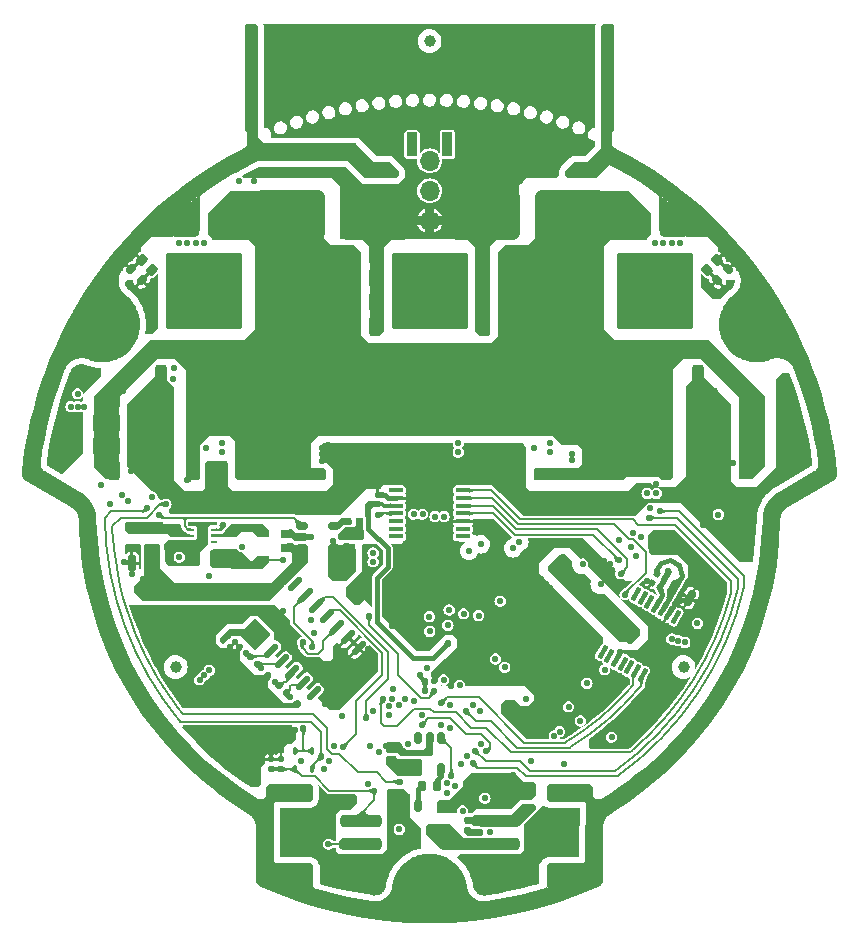
<source format=gbr>
%TF.GenerationSoftware,KiCad,Pcbnew,7.0.6*%
%TF.CreationDate,2024-04-14T17:53:18+02:00*%
%TF.ProjectId,amulet_controller,616d756c-6574-45f6-936f-6e74726f6c6c,1.1*%
%TF.SameCoordinates,Original*%
%TF.FileFunction,Copper,L6,Bot*%
%TF.FilePolarity,Positive*%
%FSLAX46Y46*%
G04 Gerber Fmt 4.6, Leading zero omitted, Abs format (unit mm)*
G04 Created by KiCad (PCBNEW 7.0.6) date 2024-04-14 17:53:18*
%MOMM*%
%LPD*%
G01*
G04 APERTURE LIST*
G04 Aperture macros list*
%AMRoundRect*
0 Rectangle with rounded corners*
0 $1 Rounding radius*
0 $2 $3 $4 $5 $6 $7 $8 $9 X,Y pos of 4 corners*
0 Add a 4 corners polygon primitive as box body*
4,1,4,$2,$3,$4,$5,$6,$7,$8,$9,$2,$3,0*
0 Add four circle primitives for the rounded corners*
1,1,$1+$1,$2,$3*
1,1,$1+$1,$4,$5*
1,1,$1+$1,$6,$7*
1,1,$1+$1,$8,$9*
0 Add four rect primitives between the rounded corners*
20,1,$1+$1,$2,$3,$4,$5,0*
20,1,$1+$1,$4,$5,$6,$7,0*
20,1,$1+$1,$6,$7,$8,$9,0*
20,1,$1+$1,$8,$9,$2,$3,0*%
%AMRotRect*
0 Rectangle, with rotation*
0 The origin of the aperture is its center*
0 $1 length*
0 $2 width*
0 $3 Rotation angle, in degrees counterclockwise*
0 Add horizontal line*
21,1,$1,$2,0,0,$3*%
%AMFreePoly0*
4,1,11,0.750000,0.885000,0.300000,0.440500,0.300000,-0.440500,0.750000,-0.885000,0.750000,-1.850000,0.225000,-1.850000,-0.300000,-1.325000,-0.300000,1.325000,0.225000,1.850000,0.750000,1.850000,0.750000,0.885000,0.750000,0.885000,$1*%
G04 Aperture macros list end*
%TA.AperFunction,ComponentPad*%
%ADD10C,0.550000*%
%TD*%
%TA.AperFunction,ComponentPad*%
%ADD11C,0.800000*%
%TD*%
%TA.AperFunction,ComponentPad*%
%ADD12C,5.300000*%
%TD*%
%TA.AperFunction,ComponentPad*%
%ADD13C,1.700000*%
%TD*%
%TA.AperFunction,ComponentPad*%
%ADD14O,1.700000X1.700000*%
%TD*%
%TA.AperFunction,ComponentPad*%
%ADD15C,2.000000*%
%TD*%
%TA.AperFunction,ComponentPad*%
%ADD16RoundRect,0.325000X2.925000X2.925000X-2.925000X2.925000X-2.925000X-2.925000X2.925000X-2.925000X0*%
%TD*%
%TA.AperFunction,ComponentPad*%
%ADD17RoundRect,0.325000X-2.925000X-2.925000X2.925000X-2.925000X2.925000X2.925000X-2.925000X2.925000X0*%
%TD*%
%TA.AperFunction,SMDPad,CuDef*%
%ADD18RotRect,4.100000X4.100000X225.000000*%
%TD*%
%TA.AperFunction,SMDPad,CuDef*%
%ADD19RoundRect,0.150000X-0.150000X0.350000X-0.150000X-0.350000X0.150000X-0.350000X0.150000X0.350000X0*%
%TD*%
%TA.AperFunction,SMDPad,CuDef*%
%ADD20RoundRect,0.206521X-0.268479X-0.643479X0.268479X-0.643479X0.268479X0.643479X-0.268479X0.643479X0*%
%TD*%
%TA.AperFunction,SMDPad,CuDef*%
%ADD21RoundRect,0.130000X0.130000X-0.130000X0.130000X0.130000X-0.130000X0.130000X-0.130000X-0.130000X0*%
%TD*%
%TA.AperFunction,SMDPad,CuDef*%
%ADD22RoundRect,0.250000X-1.500000X0.250000X-1.500000X-0.250000X1.500000X-0.250000X1.500000X0.250000X0*%
%TD*%
%TA.AperFunction,SMDPad,CuDef*%
%ADD23RoundRect,0.250000X-1.450000X0.500000X-1.450000X-0.500000X1.450000X-0.500000X1.450000X0.500000X0*%
%TD*%
%TA.AperFunction,TestPad*%
%ADD24C,0.500000*%
%TD*%
%TA.AperFunction,SMDPad,CuDef*%
%ADD25RoundRect,0.162500X-0.318198X-0.088388X-0.088388X-0.318198X0.318198X0.088388X0.088388X0.318198X0*%
%TD*%
%TA.AperFunction,SMDPad,CuDef*%
%ADD26RoundRect,0.206521X0.268479X0.643479X-0.268479X0.643479X-0.268479X-0.643479X0.268479X-0.643479X0*%
%TD*%
%TA.AperFunction,SMDPad,CuDef*%
%ADD27RoundRect,0.137500X-0.137500X-0.137500X0.137500X-0.137500X0.137500X0.137500X-0.137500X0.137500X0*%
%TD*%
%TA.AperFunction,SMDPad,CuDef*%
%ADD28RoundRect,0.322500X0.902500X0.752500X-0.902500X0.752500X-0.902500X-0.752500X0.902500X-0.752500X0*%
%TD*%
%TA.AperFunction,SMDPad,CuDef*%
%ADD29RoundRect,0.187500X-0.462500X0.187500X-0.462500X-0.187500X0.462500X-0.187500X0.462500X0.187500X0*%
%TD*%
%TA.AperFunction,SMDPad,CuDef*%
%ADD30FreePoly0,270.000000*%
%TD*%
%TA.AperFunction,SMDPad,CuDef*%
%ADD31FreePoly0,90.000000*%
%TD*%
%TA.AperFunction,SMDPad,CuDef*%
%ADD32RoundRect,0.206521X-0.643479X0.268479X-0.643479X-0.268479X0.643479X-0.268479X0.643479X0.268479X0*%
%TD*%
%TA.AperFunction,SMDPad,CuDef*%
%ADD33RoundRect,0.175000X0.175000X0.500000X-0.175000X0.500000X-0.175000X-0.500000X0.175000X-0.500000X0*%
%TD*%
%TA.AperFunction,SMDPad,CuDef*%
%ADD34RoundRect,0.150000X-0.350000X-0.150000X0.350000X-0.150000X0.350000X0.150000X-0.350000X0.150000X0*%
%TD*%
%TA.AperFunction,SMDPad,CuDef*%
%ADD35RoundRect,0.162500X-0.088388X0.318198X-0.318198X0.088388X0.088388X-0.318198X0.318198X-0.088388X0*%
%TD*%
%TA.AperFunction,ComponentPad*%
%ADD36RoundRect,0.415000X2.510000X1.660000X-2.510000X1.660000X-2.510000X-1.660000X2.510000X-1.660000X0*%
%TD*%
%TA.AperFunction,ComponentPad*%
%ADD37R,0.900000X2.000000*%
%TD*%
%TA.AperFunction,SMDPad,CuDef*%
%ADD38RoundRect,0.137500X0.335876X0.530330X-0.530330X-0.335876X-0.335876X-0.530330X0.530330X0.335876X0*%
%TD*%
%TA.AperFunction,SMDPad,CuDef*%
%ADD39RoundRect,0.137500X0.187828X0.050328X-0.050328X0.187828X-0.187828X-0.050328X0.050328X-0.187828X0*%
%TD*%
%TA.AperFunction,SMDPad,CuDef*%
%ADD40RoundRect,0.187500X0.262500X-0.187500X0.262500X0.187500X-0.262500X0.187500X-0.262500X-0.187500X0*%
%TD*%
%TA.AperFunction,SMDPad,CuDef*%
%ADD41RoundRect,0.130000X-0.130000X-0.130000X0.130000X-0.130000X0.130000X0.130000X-0.130000X0.130000X0*%
%TD*%
%TA.AperFunction,SMDPad,CuDef*%
%ADD42RoundRect,0.100000X0.517500X0.100000X-0.517500X0.100000X-0.517500X-0.100000X0.517500X-0.100000X0*%
%TD*%
%TA.AperFunction,ComponentPad*%
%ADD43RoundRect,0.090000X0.360000X0.910000X-0.360000X0.910000X-0.360000X-0.910000X0.360000X-0.910000X0*%
%TD*%
%TA.AperFunction,FiducialPad,Global*%
%ADD44C,1.000000*%
%TD*%
%TA.AperFunction,SMDPad,CuDef*%
%ADD45RoundRect,0.100000X-0.100000X0.200000X-0.100000X-0.200000X0.100000X-0.200000X0.100000X0.200000X0*%
%TD*%
%TA.AperFunction,SMDPad,CuDef*%
%ADD46C,0.200000*%
%TD*%
%TA.AperFunction,SMDPad,CuDef*%
%ADD47R,0.400000X0.200000*%
%TD*%
%TA.AperFunction,SMDPad,CuDef*%
%ADD48RoundRect,0.130000X-0.183848X0.000000X0.000000X-0.183848X0.183848X0.000000X0.000000X0.183848X0*%
%TD*%
%TA.AperFunction,SMDPad,CuDef*%
%ADD49RoundRect,0.137500X-0.194454X0.000000X0.000000X-0.194454X0.194454X0.000000X0.000000X0.194454X0*%
%TD*%
%TA.AperFunction,SMDPad,CuDef*%
%ADD50RoundRect,0.162500X0.162500X0.287500X-0.162500X0.287500X-0.162500X-0.287500X0.162500X-0.287500X0*%
%TD*%
%TA.AperFunction,SMDPad,CuDef*%
%ADD51RoundRect,0.137500X0.137500X0.137500X-0.137500X0.137500X-0.137500X-0.137500X0.137500X-0.137500X0*%
%TD*%
%TA.AperFunction,SMDPad,CuDef*%
%ADD52RoundRect,0.187500X0.462500X-0.187500X0.462500X0.187500X-0.462500X0.187500X-0.462500X-0.187500X0*%
%TD*%
%TA.AperFunction,SMDPad,CuDef*%
%ADD53RoundRect,0.175000X-0.500000X0.175000X-0.500000X-0.175000X0.500000X-0.175000X0.500000X0.175000X0*%
%TD*%
%TA.AperFunction,SMDPad,CuDef*%
%ADD54RoundRect,0.137500X0.137500X-0.137500X0.137500X0.137500X-0.137500X0.137500X-0.137500X-0.137500X0*%
%TD*%
%TA.AperFunction,SMDPad,CuDef*%
%ADD55RoundRect,0.100000X-0.172147X-0.498168X0.345353X0.398168X0.172147X0.498168X-0.345353X-0.398168X0*%
%TD*%
%TA.AperFunction,SMDPad,CuDef*%
%ADD56RoundRect,0.062500X-0.187500X-0.062500X0.187500X-0.062500X0.187500X0.062500X-0.187500X0.062500X0*%
%TD*%
%TA.AperFunction,ComponentPad*%
%ADD57C,0.600000*%
%TD*%
%TA.AperFunction,HeatsinkPad*%
%ADD58RoundRect,0.090000X-0.360000X-0.710000X0.360000X-0.710000X0.360000X0.710000X-0.360000X0.710000X0*%
%TD*%
%TA.AperFunction,SMDPad,CuDef*%
%ADD59RoundRect,0.322500X-0.902500X-0.752500X0.902500X-0.752500X0.902500X0.752500X-0.902500X0.752500X0*%
%TD*%
%TA.AperFunction,SMDPad,CuDef*%
%ADD60RoundRect,0.175000X-0.401554X-0.345513X-0.098446X-0.520513X0.401554X0.345513X0.098446X0.520513X0*%
%TD*%
%TA.AperFunction,SMDPad,CuDef*%
%ADD61RoundRect,0.187500X-0.318198X-0.053033X-0.053033X-0.318198X0.318198X0.053033X0.053033X0.318198X0*%
%TD*%
%TA.AperFunction,SMDPad,CuDef*%
%ADD62RoundRect,0.187500X-0.053033X0.318198X-0.318198X0.053033X0.053033X-0.318198X0.318198X-0.053033X0*%
%TD*%
%TA.AperFunction,SMDPad,CuDef*%
%ADD63RoundRect,0.150000X-0.150000X0.375000X-0.150000X-0.375000X0.150000X-0.375000X0.150000X0.375000X0*%
%TD*%
%TA.AperFunction,SMDPad,CuDef*%
%ADD64R,0.200000X0.400000*%
%TD*%
%TA.AperFunction,SMDPad,CuDef*%
%ADD65RoundRect,0.250000X1.500000X-0.250000X1.500000X0.250000X-1.500000X0.250000X-1.500000X-0.250000X0*%
%TD*%
%TA.AperFunction,SMDPad,CuDef*%
%ADD66RoundRect,0.250000X1.450000X-0.500000X1.450000X0.500000X-1.450000X0.500000X-1.450000X-0.500000X0*%
%TD*%
%TA.AperFunction,SMDPad,CuDef*%
%ADD67RoundRect,0.187500X0.187500X0.462500X-0.187500X0.462500X-0.187500X-0.462500X0.187500X-0.462500X0*%
%TD*%
%TA.AperFunction,SMDPad,CuDef*%
%ADD68RoundRect,0.130000X-0.130000X0.130000X-0.130000X-0.130000X0.130000X-0.130000X0.130000X0.130000X0*%
%TD*%
%TA.AperFunction,SMDPad,CuDef*%
%ADD69RoundRect,0.130000X0.177583X0.047583X-0.047583X0.177583X-0.177583X-0.047583X0.047583X-0.177583X0*%
%TD*%
%TA.AperFunction,ViaPad*%
%ADD70C,0.550000*%
%TD*%
%TA.AperFunction,ViaPad*%
%ADD71C,0.600000*%
%TD*%
%TA.AperFunction,Conductor*%
%ADD72C,0.400000*%
%TD*%
%TA.AperFunction,Conductor*%
%ADD73C,0.200000*%
%TD*%
%TA.AperFunction,Conductor*%
%ADD74C,0.500000*%
%TD*%
%TA.AperFunction,Conductor*%
%ADD75C,0.300000*%
%TD*%
%TA.AperFunction,Conductor*%
%ADD76C,0.250000*%
%TD*%
G04 APERTURE END LIST*
D10*
%TO.P,U10,9,PAD*%
%TO.N,GND*%
X170350400Y-87900100D03*
X170850400Y-87000100D03*
X170850400Y-88800100D03*
X171350400Y-87900100D03*
%TD*%
D11*
%TO.P,H2,1,1*%
%TO.N,CHASSIS*%
X119587588Y-76078560D03*
X118469366Y-74621265D03*
X121408754Y-76318321D03*
D12*
X120787588Y-74000099D03*
D11*
X122866049Y-75200099D03*
X120166422Y-71681877D03*
X123105810Y-73378933D03*
X121987588Y-71921638D03*
%TD*%
D13*
%TO.P,J11,1,Pin_1*%
%TO.N,GND*%
X148500400Y-65215100D03*
D14*
%TO.P,J11,2,Pin_2*%
%TO.N,/Project Architecture/Interface - FD-CAN/FDCAN_P*%
X148500400Y-62675100D03*
%TO.P,J11,3,Pin_3*%
%TO.N,/Project Architecture/Interface - FD-CAN/FDCAN_N*%
X148500400Y-60135100D03*
%TD*%
D11*
%TO.P,H1,1,1*%
%TO.N,CHASSIS*%
X150900400Y-122000100D03*
X150197456Y-123697156D03*
X150197456Y-120303044D03*
D12*
X148500400Y-122000100D03*
D11*
X148500400Y-119600100D03*
X146803344Y-123697156D03*
X146803344Y-120303044D03*
X146100400Y-122000100D03*
%TD*%
D10*
%TO.P,J3,1,1*%
%TO.N,/Project Architecture/Motor Control - Top Level/Motor Control - Inverter/PHA*%
X170550400Y-74150100D03*
X170550400Y-72220100D03*
X170550400Y-71710100D03*
X170550400Y-71200100D03*
X170550400Y-70690100D03*
X170550400Y-70180100D03*
X170550400Y-68250100D03*
X170100400Y-71965100D03*
X170100400Y-71455100D03*
X170100400Y-70945100D03*
X170100400Y-70435100D03*
D15*
X169750400Y-73350100D03*
X169750400Y-69050100D03*
D10*
X169650400Y-72220100D03*
X169650400Y-71710100D03*
X169650400Y-71200100D03*
X169650400Y-70690100D03*
X169650400Y-70180100D03*
X168620400Y-74150100D03*
X168620400Y-73250100D03*
X168620400Y-69150100D03*
X168620400Y-68250100D03*
X168365400Y-73700100D03*
X168365400Y-68700100D03*
X168110400Y-74150100D03*
X168110400Y-73250100D03*
X168110400Y-69150100D03*
X168110400Y-68250100D03*
X167855400Y-73700100D03*
X167855400Y-68700100D03*
X167600400Y-74150100D03*
X167600400Y-73250100D03*
D16*
X167600400Y-71200100D03*
D10*
X167600400Y-69150100D03*
X167600400Y-68250100D03*
X167345400Y-73700100D03*
X167345400Y-68700100D03*
X167090400Y-74150100D03*
X167090400Y-73250100D03*
X167090400Y-69150100D03*
X167090400Y-68250100D03*
X166835400Y-73700100D03*
X166835400Y-68700100D03*
X166580400Y-74150100D03*
X166580400Y-73250100D03*
X166580400Y-69150100D03*
X166580400Y-68250100D03*
X165550400Y-72220100D03*
X165550400Y-71710100D03*
X165550400Y-71200100D03*
X165550400Y-70690100D03*
X165550400Y-70180100D03*
D15*
X165450400Y-73350100D03*
X165450400Y-69050100D03*
D10*
X165100400Y-71965100D03*
X165100400Y-71455100D03*
X165100400Y-70945100D03*
X165100400Y-70435100D03*
X164650400Y-74150100D03*
X164650400Y-72220100D03*
X164650400Y-71710100D03*
X164650400Y-71200100D03*
X164650400Y-70690100D03*
X164650400Y-70180100D03*
X164650400Y-68250100D03*
%TD*%
%TO.P,J4,1,1*%
%TO.N,/Project Architecture/Motor Control - Top Level/Motor Control - Inverter/PHB*%
X151450400Y-74150100D03*
X151450400Y-72220100D03*
X151450400Y-71710100D03*
X151450400Y-71200100D03*
X151450400Y-70690100D03*
X151450400Y-70180100D03*
X151450400Y-68250100D03*
X151000400Y-71965100D03*
X151000400Y-71455100D03*
X151000400Y-70945100D03*
X151000400Y-70435100D03*
D15*
X150650400Y-73350100D03*
X150650400Y-69050100D03*
D10*
X150550400Y-72220100D03*
X150550400Y-71710100D03*
X150550400Y-71200100D03*
X150550400Y-70690100D03*
X150550400Y-70180100D03*
X149520400Y-74150100D03*
X149520400Y-73250100D03*
X149520400Y-69150100D03*
X149520400Y-68250100D03*
X149265400Y-73700100D03*
X149265400Y-68700100D03*
X149010400Y-74150100D03*
X149010400Y-73250100D03*
X149010400Y-69150100D03*
X149010400Y-68250100D03*
X148755400Y-73700100D03*
X148755400Y-68700100D03*
X148500400Y-74150100D03*
X148500400Y-73250100D03*
D16*
X148500400Y-71200100D03*
D10*
X148500400Y-69150100D03*
X148500400Y-68250100D03*
X148245400Y-73700100D03*
X148245400Y-68700100D03*
X147990400Y-74150100D03*
X147990400Y-73250100D03*
X147990400Y-69150100D03*
X147990400Y-68250100D03*
X147735400Y-73700100D03*
X147735400Y-68700100D03*
X147480400Y-74150100D03*
X147480400Y-73250100D03*
X147480400Y-69150100D03*
X147480400Y-68250100D03*
X146450400Y-72220100D03*
X146450400Y-71710100D03*
X146450400Y-71200100D03*
X146450400Y-70690100D03*
X146450400Y-70180100D03*
D15*
X146350400Y-73350100D03*
X146350400Y-69050100D03*
D10*
X146000400Y-71965100D03*
X146000400Y-71455100D03*
X146000400Y-70945100D03*
X146000400Y-70435100D03*
X145550400Y-74150100D03*
X145550400Y-72220100D03*
X145550400Y-71710100D03*
X145550400Y-71200100D03*
X145550400Y-70690100D03*
X145550400Y-70180100D03*
X145550400Y-68250100D03*
%TD*%
%TO.P,J5,1,1*%
%TO.N,/Project Architecture/Motor Control - Top Level/Motor Control - Inverter/PHC*%
X126450400Y-68250100D03*
X126450400Y-70180100D03*
X126450400Y-70690100D03*
X126450400Y-71200100D03*
X126450400Y-71710100D03*
X126450400Y-72220100D03*
X126450400Y-74150100D03*
X126900400Y-70435100D03*
X126900400Y-70945100D03*
X126900400Y-71455100D03*
X126900400Y-71965100D03*
D15*
X127250400Y-69050100D03*
X127250400Y-73350100D03*
D10*
X127350400Y-70180100D03*
X127350400Y-70690100D03*
X127350400Y-71200100D03*
X127350400Y-71710100D03*
X127350400Y-72220100D03*
X128380400Y-68250100D03*
X128380400Y-69150100D03*
X128380400Y-73250100D03*
X128380400Y-74150100D03*
X128635400Y-68700100D03*
X128635400Y-73700100D03*
X128890400Y-68250100D03*
X128890400Y-69150100D03*
X128890400Y-73250100D03*
X128890400Y-74150100D03*
X129145400Y-68700100D03*
X129145400Y-73700100D03*
X129400400Y-68250100D03*
X129400400Y-69150100D03*
D17*
X129400400Y-71200100D03*
D10*
X129400400Y-73250100D03*
X129400400Y-74150100D03*
X129655400Y-68700100D03*
X129655400Y-73700100D03*
X129910400Y-68250100D03*
X129910400Y-69150100D03*
X129910400Y-73250100D03*
X129910400Y-74150100D03*
X130165400Y-68700100D03*
X130165400Y-73700100D03*
X130420400Y-68250100D03*
X130420400Y-69150100D03*
X130420400Y-73250100D03*
X130420400Y-74150100D03*
X131450400Y-70180100D03*
X131450400Y-70690100D03*
X131450400Y-71200100D03*
X131450400Y-71710100D03*
X131450400Y-72220100D03*
D15*
X131550400Y-69050100D03*
X131550400Y-73350100D03*
D10*
X131900400Y-70435100D03*
X131900400Y-70945100D03*
X131900400Y-71455100D03*
X131900400Y-71965100D03*
X132350400Y-68250100D03*
X132350400Y-70180100D03*
X132350400Y-70690100D03*
X132350400Y-71200100D03*
X132350400Y-71710100D03*
X132350400Y-72220100D03*
X132350400Y-74150100D03*
%TD*%
%TO.P,U6,41,EP*%
%TO.N,GND*%
X150275238Y-93943998D03*
X149306502Y-92975262D03*
X150275238Y-95556202D03*
X149469136Y-94750100D03*
X148500400Y-93781364D03*
X147694298Y-92975262D03*
D18*
X148500400Y-94750100D03*
D10*
X149306502Y-96524938D03*
X148500400Y-95718836D03*
X147531664Y-94750100D03*
X146725562Y-93943998D03*
X147694298Y-96524938D03*
X146725562Y-95556202D03*
%TD*%
D11*
%TO.P,H3,1,1*%
%TO.N,CHASSIS*%
X175013211Y-71921639D03*
X176834377Y-71681878D03*
X173894989Y-73378934D03*
D12*
X176213211Y-74000100D03*
D11*
X174134750Y-75200100D03*
X178531433Y-74621266D03*
X175592045Y-76318322D03*
X177413211Y-76078561D03*
%TD*%
D19*
%TO.P,Q9,1,G*%
%TO.N,/Project Architecture/Interface - Fan Control/FAN_GATE*%
X147550400Y-114800100D03*
%TO.P,Q9,2,S*%
%TO.N,GND*%
X149450400Y-114800100D03*
%TO.P,Q9,3,D*%
%TO.N,/Project Architecture/Interface - Fan Control/FAN_SW*%
X148500400Y-116800100D03*
%TD*%
D20*
%TO.P,C68,1*%
%TO.N,+VBAT*%
X168400400Y-84250100D03*
%TO.P,C68,2*%
%TO.N,GND*%
X171200400Y-84250100D03*
%TD*%
D21*
%TO.P,C104,1*%
%TO.N,+3V3*%
X144100400Y-89200100D03*
%TO.P,C104,2*%
%TO.N,GND*%
X144100400Y-88400100D03*
%TD*%
D20*
%TO.P,C87,1*%
%TO.N,+VBAT*%
X141100000Y-68100000D03*
%TO.P,C87,2*%
%TO.N,GND*%
X143900000Y-68100000D03*
%TD*%
%TO.P,C51,1*%
%TO.N,+VBAT*%
X141100001Y-74100001D03*
%TO.P,C51,2*%
%TO.N,GND*%
X143900001Y-74100001D03*
%TD*%
D22*
%TO.P,J9,1,Pin_1*%
%TO.N,+12V*%
X154350400Y-116000100D03*
%TO.P,J9,2,Pin_2*%
%TO.N,/Project Architecture/Interface - Fan Control/FAN_SW*%
X154350400Y-118000100D03*
D23*
%TO.P,J9,MP1,MP1*%
%TO.N,CHASSIS*%
X160100400Y-113650100D03*
%TO.P,J9,MP2,MP2*%
X160100400Y-120350100D03*
%TD*%
D24*
%TO.P,TP44,1,1*%
%TO.N,/Project Architecture/Power - Generation/F_VIN_3V3*%
X127650400Y-91750100D03*
%TD*%
D25*
%TO.P,R53,1*%
%TO.N,CHASSIS*%
X123210381Y-69340381D03*
%TO.P,R53,2*%
%TO.N,GND*%
X124129619Y-70259619D03*
%TD*%
D26*
%TO.P,C65,1*%
%TO.N,+VBAT*%
X155900000Y-68100000D03*
%TO.P,C65,2*%
%TO.N,GND*%
X153100000Y-68100000D03*
%TD*%
D20*
%TO.P,C31,1*%
%TO.N,+VBAT*%
X141100000Y-70100000D03*
%TO.P,C31,2*%
%TO.N,GND*%
X143900000Y-70100000D03*
%TD*%
D24*
%TO.P,TP50,1,1*%
%TO.N,+3V3*%
X171180400Y-99310100D03*
%TD*%
D26*
%TO.P,C85,1*%
%TO.N,+VBAT*%
X175200400Y-84250100D03*
%TO.P,C85,2*%
%TO.N,GND*%
X172400400Y-84250100D03*
%TD*%
D24*
%TO.P,TP23,1,1*%
%TO.N,/Project Architecture/Interface - Interconnects/POS_SENSOR_CS*%
X144550400Y-105750100D03*
%TD*%
D26*
%TO.P,C78,1*%
%TO.N,+VBAT*%
X128550400Y-80300100D03*
%TO.P,C78,2*%
%TO.N,GND*%
X125750400Y-80300100D03*
%TD*%
D27*
%TO.P,R31,1*%
%TO.N,+3V3*%
X143300400Y-90100100D03*
%TO.P,R31,2*%
%TO.N,/Project Architecture/Sensing - Position/COMM_VDD*%
X144100400Y-90100100D03*
%TD*%
D28*
%TO.P,D2,1,A1*%
%TO.N,CHASSIS*%
X169175000Y-65500000D03*
%TO.P,D2,2,A2*%
%TO.N,+VBAT*%
X166025000Y-65500000D03*
%TD*%
D29*
%TO.P,C52,1*%
%TO.N,/Project Architecture/Power - Generation/F_VIN_3V3*%
X123400400Y-91100100D03*
%TO.P,C52,2*%
%TO.N,GND*%
X123400400Y-92900100D03*
%TD*%
D30*
%TO.P,L3,1,1*%
%TO.N,/Project Architecture/Power - Generation/SW_3V3*%
X133050400Y-91250100D03*
D31*
%TO.P,L3,2,2*%
%TO.N,+3V3*%
X133050400Y-94350100D03*
%TD*%
D32*
%TO.P,C55,1*%
%TO.N,+VBAT*%
X132850400Y-86700100D03*
%TO.P,C55,2*%
%TO.N,GND*%
X132850400Y-89500100D03*
%TD*%
D24*
%TO.P,TP36,1,1*%
%TO.N,/Project Architecture/MCU - IOs/SENSE_TEMP_MOT*%
X143813220Y-113475600D03*
%TD*%
D33*
%TO.P,C83,1*%
%TO.N,+3V3*%
X130275401Y-93775097D03*
%TO.P,C83,2*%
%TO.N,GND*%
X128675401Y-93775097D03*
%TD*%
D34*
%TO.P,U5,1,VIN*%
%TO.N,+5V*%
X137682900Y-92940097D03*
%TO.P,U5,2,GND*%
%TO.N,GND*%
X137682900Y-91990097D03*
%TO.P,U5,3,ON/~{OFF}*%
%TO.N,/Project Architecture/Power - Generation/PG_5V*%
X137682900Y-91040097D03*
%TO.P,U5,4,ADJ*%
%TO.N,/Project Architecture/Power - Generation/ADJ_A3V3*%
X140432900Y-91040097D03*
%TO.P,U5,5,VOUT*%
%TO.N,+A3V3*%
X140432900Y-92940097D03*
%TD*%
D20*
%TO.P,C86,1*%
%TO.N,+VBAT*%
X168400000Y-78250000D03*
%TO.P,C86,2*%
%TO.N,GND*%
X171200000Y-78250000D03*
%TD*%
D26*
%TO.P,C74,1*%
%TO.N,+VBAT*%
X128550400Y-86300100D03*
%TO.P,C74,2*%
%TO.N,GND*%
X125750400Y-86300100D03*
%TD*%
D20*
%TO.P,C80,1*%
%TO.N,+VBAT*%
X176400400Y-82250100D03*
%TO.P,C80,2*%
%TO.N,GND*%
X179200400Y-82250100D03*
%TD*%
%TO.P,C70,1*%
%TO.N,+VBAT*%
X168400400Y-80250100D03*
%TO.P,C70,2*%
%TO.N,GND*%
X171200400Y-80250100D03*
%TD*%
D35*
%TO.P,R54,1*%
%TO.N,CHASSIS*%
X173789619Y-69340381D03*
%TO.P,R54,2*%
%TO.N,GND*%
X172870381Y-70259619D03*
%TD*%
D10*
%TO.P,J1,1,Pin_1*%
%TO.N,GND*%
X155780400Y-66280100D03*
X155780400Y-65770100D03*
X155780400Y-65260100D03*
X155780400Y-64750100D03*
X155780400Y-64240100D03*
X155780400Y-63730100D03*
X155780400Y-63220100D03*
X155330400Y-66535100D03*
X155330400Y-66025100D03*
X155330400Y-65515100D03*
X155330400Y-65005100D03*
X155330400Y-64495100D03*
X155330400Y-63985100D03*
X155330400Y-63475100D03*
X155330400Y-62965100D03*
X154880400Y-66280100D03*
X154880400Y-65770100D03*
X154880400Y-65260100D03*
X154880400Y-64750100D03*
X154880400Y-64240100D03*
X154880400Y-63730100D03*
X154880400Y-63220100D03*
X154430400Y-66535100D03*
X154430400Y-66025100D03*
X154430400Y-63475100D03*
X154430400Y-62965100D03*
X153980400Y-66280100D03*
X153980400Y-63220100D03*
X153530400Y-66535100D03*
X153530400Y-62965100D03*
D36*
X153150400Y-64750100D03*
D10*
X152770400Y-66535100D03*
X152770400Y-62965100D03*
X152320400Y-66280100D03*
X152320400Y-63220100D03*
X151870400Y-66535100D03*
X151870400Y-66025100D03*
X151870400Y-63475100D03*
X151870400Y-62965100D03*
X151420400Y-66280100D03*
X151420400Y-65770100D03*
X151420400Y-65260100D03*
X151420400Y-64750100D03*
X151420400Y-64240100D03*
X151420400Y-63730100D03*
X151420400Y-63220100D03*
X150970400Y-66535100D03*
X150970400Y-66025100D03*
X150970400Y-65515100D03*
X150970400Y-65005100D03*
X150970400Y-64495100D03*
X150970400Y-63985100D03*
X150970400Y-63475100D03*
X150970400Y-62965100D03*
X150520400Y-66280100D03*
X150520400Y-65770100D03*
X150520400Y-65260100D03*
X150520400Y-64750100D03*
X150520400Y-64240100D03*
X150520400Y-63730100D03*
X150520400Y-63220100D03*
%TO.P,J1,2,Pin_2*%
%TO.N,+VBAT*%
X162980400Y-66280100D03*
X162980400Y-65770100D03*
X162980400Y-65260100D03*
X162980400Y-64750100D03*
X162980400Y-64240100D03*
X162980400Y-63730100D03*
X162980400Y-63220100D03*
X162530400Y-66535100D03*
X162530400Y-66025100D03*
X162530400Y-65515100D03*
X162530400Y-65005100D03*
X162530400Y-64495100D03*
X162530400Y-63985100D03*
X162530400Y-63475100D03*
X162530400Y-62965100D03*
X162080400Y-66280100D03*
X162080400Y-65770100D03*
X162080400Y-65260100D03*
X162080400Y-64750100D03*
X162080400Y-64240100D03*
X162080400Y-63730100D03*
X162080400Y-63220100D03*
X161630400Y-66535100D03*
X161630400Y-66025100D03*
X161630400Y-63475100D03*
X161630400Y-62965100D03*
X161180400Y-66280100D03*
X161180400Y-63220100D03*
X160730400Y-66535100D03*
X160730400Y-62965100D03*
D36*
X160350400Y-64750100D03*
D10*
X159970400Y-66535100D03*
X159970400Y-62965100D03*
X159520400Y-66280100D03*
X159520400Y-63220100D03*
X159070400Y-66535100D03*
X159070400Y-66025100D03*
X159070400Y-63475100D03*
X159070400Y-62965100D03*
X158620400Y-66280100D03*
X158620400Y-65770100D03*
X158620400Y-65260100D03*
X158620400Y-64750100D03*
X158620400Y-64240100D03*
X158620400Y-63730100D03*
X158620400Y-63220100D03*
X158170400Y-66535100D03*
X158170400Y-66025100D03*
X158170400Y-65515100D03*
X158170400Y-65005100D03*
X158170400Y-64495100D03*
X158170400Y-63985100D03*
X158170400Y-63475100D03*
X158170400Y-62965100D03*
X157720400Y-66280100D03*
X157720400Y-65770100D03*
X157720400Y-65260100D03*
X157720400Y-64750100D03*
X157720400Y-64240100D03*
X157720400Y-63730100D03*
X157720400Y-63220100D03*
D37*
%TO.P,J1,MP1,MP1*%
%TO.N,unconnected-(J1-PadMP1)*%
X150000400Y-58750100D03*
%TO.P,J1,MP2,MP2*%
%TO.N,CHASSIS*%
X163500400Y-58750100D03*
%TD*%
D38*
%TO.P,U9,1,NC*%
%TO.N,unconnected-(U9-NC-Pad1)*%
X137108747Y-96003387D03*
%TO.P,U9,2,R*%
%TO.N,/Project Architecture/Interface - Interconnects/AUX1_D*%
X138006773Y-96901412D03*
%TO.P,U9,3,~{RE}*%
%TO.N,/Project Architecture/Interface - RS-422/RS422_~{RE}*%
X138904799Y-97799438D03*
%TO.P,U9,4,DE*%
%TO.N,/Project Architecture/Interface - RS-422/RS422_DE*%
X139802824Y-98697464D03*
%TO.P,U9,5,D*%
%TO.N,/Project Architecture/Interface - Interconnects/AUX1_E*%
X140700850Y-99595489D03*
%TO.P,U9,6,GND*%
%TO.N,GND*%
X141598876Y-100493515D03*
%TO.P,U9,7,GND*%
X142496901Y-101391541D03*
%TO.P,U9,8,NC*%
%TO.N,unconnected-(U9-NC-Pad8)*%
X138678525Y-105209917D03*
%TO.P,U9,9,Y*%
%TO.N,/Project Architecture/Interface - Interconnects/RS422_D+*%
X137780499Y-104311892D03*
%TO.P,U9,10,Z*%
%TO.N,/Project Architecture/Interface - Interconnects/RS422_D-*%
X136882473Y-103413866D03*
%TO.P,U9,11,B*%
%TO.N,/Project Architecture/Interface - Interconnects/RS422_R-*%
X135984448Y-102515840D03*
%TO.P,U9,12,A*%
%TO.N,/Project Architecture/Interface - Interconnects/RS422_R+*%
X135086422Y-101617815D03*
%TO.P,U9,13,VCC*%
%TO.N,+3V3*%
X134188396Y-100719789D03*
%TO.P,U9,14,VCC*%
X133290371Y-99821763D03*
%TD*%
D39*
%TO.P,R32,1*%
%TO.N,+3V3*%
X168437301Y-95487362D03*
%TO.P,R32,2*%
%TO.N,/Project Architecture/Sensing - Position/DIS_VDD3V*%
X167744481Y-95087362D03*
%TD*%
D32*
%TO.P,C63,1*%
%TO.N,+VBAT*%
X162150400Y-86675100D03*
%TO.P,C63,2*%
%TO.N,GND*%
X162150400Y-89475100D03*
%TD*%
D40*
%TO.P,C84,1*%
%TO.N,+A3V3*%
X141800400Y-92900100D03*
%TO.P,C84,2*%
%TO.N,GND*%
X141800400Y-91700100D03*
%TD*%
D20*
%TO.P,C73,1*%
%TO.N,+VBAT*%
X121750400Y-86300100D03*
%TO.P,C73,2*%
%TO.N,GND*%
X124550400Y-86300100D03*
%TD*%
%TO.P,C69,1*%
%TO.N,+VBAT*%
X168400400Y-82250100D03*
%TO.P,C69,2*%
%TO.N,GND*%
X171200400Y-82250100D03*
%TD*%
D26*
%TO.P,C33,1*%
%TO.N,+VBAT*%
X120550400Y-82300100D03*
%TO.P,C33,2*%
%TO.N,GND*%
X117750400Y-82300100D03*
%TD*%
D24*
%TO.P,TP7,1,1*%
%TO.N,/Project Architecture/MCU - IOs/DRV_CS*%
X145400400Y-104900100D03*
%TD*%
D26*
%TO.P,C49,1*%
%TO.N,+VBAT*%
X128550000Y-78300000D03*
%TO.P,C49,2*%
%TO.N,GND*%
X125750000Y-78300000D03*
%TD*%
%TO.P,C72,1*%
%TO.N,+VBAT*%
X175200400Y-86250100D03*
%TO.P,C72,2*%
%TO.N,GND*%
X172400400Y-86250100D03*
%TD*%
D32*
%TO.P,C57,1*%
%TO.N,+VBAT*%
X134850400Y-86700100D03*
%TO.P,C57,2*%
%TO.N,GND*%
X134850400Y-89500100D03*
%TD*%
D41*
%TO.P,C76,1*%
%TO.N,/Project Architecture/Power - Generation/ADJ_A3V3*%
X141707906Y-90690096D03*
%TO.P,C76,2*%
%TO.N,GND*%
X142507906Y-90690096D03*
%TD*%
D20*
%TO.P,C71,1*%
%TO.N,+VBAT*%
X121750400Y-82300100D03*
%TO.P,C71,2*%
%TO.N,GND*%
X124550400Y-82300100D03*
%TD*%
D42*
%TO.P,U7,1,~{CS}*%
%TO.N,/Project Architecture/Interface - Interconnects/POS_SENSOR_CS*%
X151332400Y-88050100D03*
%TO.P,U7,2,CLK*%
%TO.N,/Project Architecture/Interface - Interconnects/AUX1_A*%
X151332900Y-88700100D03*
%TO.P,U7,3,MISO*%
%TO.N,/Project Architecture/Interface - Interconnects/AUX1_B*%
X151332900Y-89350100D03*
%TO.P,U7,4,MOSI*%
%TO.N,/Project Architecture/Interface - Interconnects/AUX1_C*%
X151332900Y-90000100D03*
%TO.P,U7,5,TST*%
%TO.N,GND*%
X151332900Y-90650100D03*
%TO.P,U7,6,B*%
%TO.N,unconnected-(U7-B-Pad6)*%
X151332900Y-91300100D03*
%TO.P,U7,7,A*%
%TO.N,unconnected-(U7-A-Pad7)*%
X151332900Y-91950100D03*
%TO.P,U7,8,W/PWM*%
%TO.N,unconnected-(U7-W{slash}PWM-Pad8)*%
X145667900Y-91950100D03*
%TO.P,U7,9,V*%
%TO.N,unconnected-(U7-V-Pad9)*%
X145667900Y-91300100D03*
%TO.P,U7,10,U*%
%TO.N,unconnected-(U7-U-Pad10)*%
X145667900Y-90650100D03*
%TO.P,U7,11,VDD*%
%TO.N,/Project Architecture/Sensing - Position/COMM_VDD*%
X145667900Y-90000100D03*
%TO.P,U7,12,VDD3V3*%
%TO.N,+3V3*%
X145667900Y-89350100D03*
%TO.P,U7,13,GND*%
%TO.N,GND*%
X145667900Y-88700100D03*
%TO.P,U7,14,I/PWM*%
%TO.N,unconnected-(U7-I{slash}PWM-Pad14)*%
X145667900Y-88050100D03*
%TD*%
D32*
%TO.P,C61,1*%
%TO.N,+VBAT*%
X158150400Y-86675100D03*
%TO.P,C61,2*%
%TO.N,GND*%
X158150400Y-89475100D03*
%TD*%
D10*
%TO.P,J2,1,Pin_1*%
%TO.N,GND*%
X146480400Y-66280100D03*
X146480400Y-65770100D03*
X146480400Y-65260100D03*
X146480400Y-64750100D03*
X146480400Y-64240100D03*
X146480400Y-63730100D03*
X146480400Y-63220100D03*
X146030400Y-66535100D03*
X146030400Y-66025100D03*
X146030400Y-65515100D03*
X146030400Y-65005100D03*
X146030400Y-64495100D03*
X146030400Y-63985100D03*
X146030400Y-63475100D03*
X146030400Y-62965100D03*
X145580400Y-66280100D03*
X145580400Y-65770100D03*
X145580400Y-65260100D03*
X145580400Y-64750100D03*
X145580400Y-64240100D03*
X145580400Y-63730100D03*
X145580400Y-63220100D03*
X145130400Y-66535100D03*
X145130400Y-66025100D03*
X145130400Y-63475100D03*
X145130400Y-62965100D03*
X144680400Y-66280100D03*
X144680400Y-63220100D03*
X144230400Y-66535100D03*
X144230400Y-62965100D03*
D36*
X143850400Y-64750100D03*
D10*
X143470400Y-66535100D03*
X143470400Y-62965100D03*
X143020400Y-66280100D03*
X143020400Y-63220100D03*
X142570400Y-66535100D03*
X142570400Y-66025100D03*
X142570400Y-63475100D03*
X142570400Y-62965100D03*
X142120400Y-66280100D03*
X142120400Y-65770100D03*
X142120400Y-65260100D03*
X142120400Y-64750100D03*
X142120400Y-64240100D03*
X142120400Y-63730100D03*
X142120400Y-63220100D03*
X141670400Y-66535100D03*
X141670400Y-66025100D03*
X141670400Y-65515100D03*
X141670400Y-65005100D03*
X141670400Y-64495100D03*
X141670400Y-63985100D03*
X141670400Y-63475100D03*
X141670400Y-62965100D03*
X141220400Y-66280100D03*
X141220400Y-65770100D03*
X141220400Y-65260100D03*
X141220400Y-64750100D03*
X141220400Y-64240100D03*
X141220400Y-63730100D03*
X141220400Y-63220100D03*
%TO.P,J2,2,Pin_2*%
%TO.N,+VBAT*%
X139280400Y-66280100D03*
X139280400Y-65770100D03*
X139280400Y-65260100D03*
X139280400Y-64750100D03*
X139280400Y-64240100D03*
X139280400Y-63730100D03*
X139280400Y-63220100D03*
X138830400Y-66535100D03*
X138830400Y-66025100D03*
X138830400Y-65515100D03*
X138830400Y-65005100D03*
X138830400Y-64495100D03*
X138830400Y-63985100D03*
X138830400Y-63475100D03*
X138830400Y-62965100D03*
X138380400Y-66280100D03*
X138380400Y-65770100D03*
X138380400Y-65260100D03*
X138380400Y-64750100D03*
X138380400Y-64240100D03*
X138380400Y-63730100D03*
X138380400Y-63220100D03*
X137930400Y-66535100D03*
X137930400Y-66025100D03*
X137930400Y-63475100D03*
X137930400Y-62965100D03*
X137480400Y-66280100D03*
X137480400Y-63220100D03*
X137030400Y-66535100D03*
X137030400Y-62965100D03*
D36*
X136650400Y-64750100D03*
D10*
X136270400Y-66535100D03*
X136270400Y-62965100D03*
X135820400Y-66280100D03*
X135820400Y-63220100D03*
X135370400Y-66535100D03*
X135370400Y-66025100D03*
X135370400Y-63475100D03*
X135370400Y-62965100D03*
X134920400Y-66280100D03*
X134920400Y-65770100D03*
X134920400Y-65260100D03*
X134920400Y-64750100D03*
X134920400Y-64240100D03*
X134920400Y-63730100D03*
X134920400Y-63220100D03*
X134470400Y-66535100D03*
X134470400Y-66025100D03*
X134470400Y-65515100D03*
X134470400Y-65005100D03*
X134470400Y-64495100D03*
X134470400Y-63985100D03*
X134470400Y-63475100D03*
X134470400Y-62965100D03*
X134020400Y-66280100D03*
X134020400Y-65770100D03*
X134020400Y-65260100D03*
X134020400Y-64750100D03*
X134020400Y-64240100D03*
X134020400Y-63730100D03*
X134020400Y-63220100D03*
D43*
%TO.P,J2,MP1,MP1*%
%TO.N,unconnected-(J2-PadMP1)*%
X147000400Y-58750100D03*
%TO.P,J2,MP2,MP2*%
%TO.N,CHASSIS*%
X133500400Y-58750100D03*
%TD*%
D40*
%TO.P,C110,1*%
%TO.N,+5V*%
X145250400Y-110950100D03*
%TO.P,C110,2*%
%TO.N,GND*%
X145250400Y-109750100D03*
%TD*%
D44*
%TO.P,FM4,*%
%TO.N,*%
X170000400Y-103000100D03*
%TD*%
D45*
%TO.P,D14,1,K*%
%TO.N,+A3V3*%
X138540400Y-110107600D03*
%TO.P,D14,2,A*%
%TO.N,/Project Architecture/MCU - IOs/SENSE_TEMP_FET*%
X138540400Y-111657600D03*
%TD*%
D32*
%TO.P,C47,1*%
%TO.N,+VBAT*%
X143500001Y-82969998D03*
%TO.P,C47,2*%
%TO.N,GND*%
X143500001Y-85769998D03*
%TD*%
D46*
%TO.P,NT3,1,1*%
%TO.N,/Project Architecture/Power - Generation/VOS_3V3*%
X135790000Y-93900000D03*
D47*
X135590000Y-93900000D03*
D46*
%TO.P,NT3,2,2*%
%TO.N,+3V3*%
X135390000Y-93900000D03*
%TD*%
%TO.P,NT13,1,1*%
%TO.N,+A3V3*%
X140250400Y-118000100D03*
D47*
X140450400Y-118000100D03*
D46*
%TO.P,NT13,2,2*%
%TO.N,/Project Architecture/Interface - Interconnects/NTC_MOT_H*%
X140650400Y-118000100D03*
%TD*%
D32*
%TO.P,C44,1*%
%TO.N,+VBAT*%
X147500001Y-82970000D03*
%TO.P,C44,2*%
%TO.N,GND*%
X147500001Y-85770000D03*
%TD*%
D48*
%TO.P,C107,1*%
%TO.N,+3V3*%
X131442557Y-100342257D03*
%TO.P,C107,2*%
%TO.N,GND*%
X132008243Y-100907943D03*
%TD*%
D21*
%TO.P,C102,1*%
%TO.N,/Project Architecture/MCU - IOs/SENSE_TEMP_MOT*%
X135070400Y-111630100D03*
%TO.P,C102,2*%
%TO.N,GND*%
X135070400Y-110830100D03*
%TD*%
D27*
%TO.P,R20,1*%
%TO.N,/Project Architecture/MCU - IOs/BOARD_VERSION*%
X148100400Y-104200100D03*
%TO.P,R20,2*%
%TO.N,GND*%
X148900400Y-104200100D03*
%TD*%
D20*
%TO.P,C53,1*%
%TO.N,+VBAT*%
X121750400Y-84300100D03*
%TO.P,C53,2*%
%TO.N,GND*%
X124550400Y-84300100D03*
%TD*%
D45*
%TO.P,D15,1,K*%
%TO.N,+A3V3*%
X137070400Y-110105100D03*
%TO.P,D15,2,A*%
%TO.N,/Project Architecture/MCU - IOs/SENSE_TEMP_MOT*%
X137070400Y-111655100D03*
%TD*%
D20*
%TO.P,C81,1*%
%TO.N,+VBAT*%
X176400400Y-84250100D03*
%TO.P,C81,2*%
%TO.N,GND*%
X179200400Y-84250100D03*
%TD*%
D49*
%TO.P,R49,1*%
%TO.N,/Project Architecture/Interface - Interconnects/RS422_D-*%
X135774362Y-104624970D03*
%TO.P,R49,2*%
%TO.N,/Project Architecture/Interface - Interconnects/RS422_D+*%
X136340048Y-105190656D03*
%TD*%
%TO.P,R48,1*%
%TO.N,/Project Architecture/Interface - Interconnects/RS422_R+*%
X133317167Y-102167774D03*
%TO.P,R48,2*%
%TO.N,/Project Architecture/Interface - Interconnects/RS422_R-*%
X133882853Y-102733460D03*
%TD*%
D50*
%TO.P,R34,1*%
%TO.N,/Project Architecture/Interface - Fan Control/FAN_OUT*%
X149150400Y-113060100D03*
%TO.P,R34,2*%
%TO.N,/Project Architecture/Interface - Fan Control/FAN_GATE*%
X147850400Y-113060100D03*
%TD*%
D44*
%TO.P,FM2,*%
%TO.N,*%
X127000400Y-103000100D03*
%TD*%
D32*
%TO.P,C43,1*%
%TO.N,+VBAT*%
X149500000Y-82970000D03*
%TO.P,C43,2*%
%TO.N,GND*%
X149500000Y-85770000D03*
%TD*%
D26*
%TO.P,C77,1*%
%TO.N,+VBAT*%
X128550400Y-82300100D03*
%TO.P,C77,2*%
%TO.N,GND*%
X125750400Y-82300100D03*
%TD*%
D51*
%TO.P,R19,1*%
%TO.N,+A3V3*%
X148900400Y-105010100D03*
%TO.P,R19,2*%
%TO.N,/Project Architecture/MCU - IOs/BOARD_VERSION*%
X148100400Y-105010100D03*
%TD*%
D40*
%TO.P,C60,1*%
%TO.N,+5V*%
X136350400Y-92900100D03*
%TO.P,C60,2*%
%TO.N,GND*%
X136350400Y-91700100D03*
%TD*%
D20*
%TO.P,C32,1*%
%TO.N,+VBAT*%
X141100000Y-72100000D03*
%TO.P,C32,2*%
%TO.N,GND*%
X143900000Y-72100000D03*
%TD*%
D52*
%TO.P,FB4,1*%
%TO.N,+5V*%
X125000400Y-92900100D03*
%TO.P,FB4,2*%
%TO.N,/Project Architecture/Power - Generation/F_VIN_3V3*%
X125000400Y-91100100D03*
%TD*%
D53*
%TO.P,C56,1*%
%TO.N,/Project Architecture/Power - Generation/F_VIN_3V3*%
X126725397Y-91200098D03*
%TO.P,C56,2*%
%TO.N,GND*%
X126725397Y-92800098D03*
%TD*%
D54*
%TO.P,R28,1*%
%TO.N,/Project Architecture/MCU - IOs/SENSE_TEMP_MOT*%
X135920400Y-111630100D03*
%TO.P,R28,2*%
%TO.N,GND*%
X135920400Y-110830100D03*
%TD*%
D32*
%TO.P,C46,1*%
%TO.N,+VBAT*%
X145500001Y-82969999D03*
%TO.P,C46,2*%
%TO.N,GND*%
X145500001Y-85769999D03*
%TD*%
D24*
%TO.P,TP29,1,1*%
%TO.N,/Project Architecture/Interface - RS-422/RS422_~{RE}*%
X143128418Y-107291700D03*
%TD*%
%TO.P,TP74,1,1*%
%TO.N,/Project Architecture/Interface - Fan Control/FAN_SW*%
X150200400Y-117650100D03*
%TD*%
D26*
%TO.P,C79,1*%
%TO.N,+VBAT*%
X175200400Y-80250100D03*
%TO.P,C79,2*%
%TO.N,GND*%
X172400400Y-80250100D03*
%TD*%
D24*
%TO.P,TP58,1,1*%
%TO.N,GND*%
X171750401Y-97435100D03*
%TD*%
D55*
%TO.P,U8,1,SDA*%
%TO.N,/Project Architecture/Interface - Interconnects/AUX2_B*%
X166526268Y-103677584D03*
%TO.P,U8,2,SCL*%
%TO.N,/Project Architecture/Interface - Interconnects/AUX2_C*%
X165963101Y-103353017D03*
%TO.P,U8,3,A2*%
%TO.N,unconnected-(U8-A2-Pad3)*%
X165400185Y-103028017D03*
%TO.P,U8,4,A1*%
%TO.N,unconnected-(U8-A1-Pad4)*%
X164837268Y-102703017D03*
%TO.P,U8,5,TEST*%
%TO.N,GND*%
X164274351Y-102378017D03*
%TO.P,U8,6,TEST*%
%TO.N,unconnected-(U8-TEST-Pad6)*%
X163711435Y-102053017D03*
%TO.P,U8,7,TEST*%
%TO.N,unconnected-(U8-TEST-Pad7)*%
X163148518Y-101728017D03*
%TO.P,U8,8,TEST*%
%TO.N,unconnected-(U8-TEST-Pad8)*%
X165981018Y-96821983D03*
%TO.P,U8,9,TEST*%
%TO.N,unconnected-(U8-TEST-Pad9)*%
X166543935Y-97146983D03*
%TO.P,U8,10,TEST*%
%TO.N,unconnected-(U8-TEST-Pad10)*%
X167106851Y-97471983D03*
%TO.P,U8,11,VDD5V*%
%TO.N,+3V3*%
X167669768Y-97796983D03*
%TO.P,U8,12,VDD3V*%
%TO.N,/Project Architecture/Sensing - Position/DIS_VDD3V*%
X168232685Y-98121983D03*
%TO.P,U8,13,GND*%
%TO.N,GND*%
X168795601Y-98446983D03*
%TO.P,U8,14,PWM*%
%TO.N,unconnected-(U8-PWM-Pad14)*%
X169358518Y-98771983D03*
%TD*%
D56*
%TO.P,U4,1,PGND*%
%TO.N,GND*%
X128325399Y-92375097D03*
%TO.P,U4,2,VIN*%
%TO.N,/Project Architecture/Power - Generation/F_VIN_3V3*%
X128325399Y-91875097D03*
%TO.P,U4,3,EN*%
%TO.N,/Project Architecture/Power - Generation/PG_5V*%
X128325399Y-91375097D03*
%TO.P,U4,4,AGND*%
%TO.N,GND*%
X128325399Y-90875097D03*
%TO.P,U4,5,FB*%
X130225399Y-90875097D03*
%TO.P,U4,6,VOS*%
%TO.N,/Project Architecture/Power - Generation/VOS_3V3*%
X130225399Y-91375097D03*
%TO.P,U4,7,SW*%
%TO.N,/Project Architecture/Power - Generation/SW_3V3*%
X130225399Y-91875097D03*
%TO.P,U4,8,PG*%
%TO.N,/Project Architecture/Power - Generation/PG_3V3*%
X130225399Y-92375097D03*
D57*
%TO.P,U4,9,PAD*%
%TO.N,GND*%
X129275399Y-91125097D03*
D58*
X129275399Y-91625097D03*
D57*
X129275399Y-92125097D03*
%TD*%
D59*
%TO.P,D1,1,A1*%
%TO.N,CHASSIS*%
X127825000Y-65500000D03*
%TO.P,D1,2,A2*%
%TO.N,+VBAT*%
X130975000Y-65500000D03*
%TD*%
D24*
%TO.P,TP30,1,1*%
%TO.N,/Project Architecture/Interface - RS-422/RS422_DE*%
X141150400Y-109800100D03*
%TD*%
D32*
%TO.P,C58,1*%
%TO.N,+VBAT*%
X136850400Y-86700100D03*
%TO.P,C58,2*%
%TO.N,GND*%
X136850400Y-89500100D03*
%TD*%
D26*
%TO.P,C39,1*%
%TO.N,+VBAT*%
X120550400Y-84300100D03*
%TO.P,C39,2*%
%TO.N,GND*%
X117750400Y-84300100D03*
%TD*%
D32*
%TO.P,C64,1*%
%TO.N,+VBAT*%
X164150400Y-86675100D03*
%TO.P,C64,2*%
%TO.N,GND*%
X164150400Y-89475100D03*
%TD*%
D60*
%TO.P,C106,1*%
%TO.N,/Project Architecture/Sensing - Position/DIS_VDD3V*%
X169130597Y-96350096D03*
%TO.P,C106,2*%
%TO.N,GND*%
X170516237Y-97150096D03*
%TD*%
D26*
%TO.P,C34,1*%
%TO.N,+VBAT*%
X155900000Y-74100000D03*
%TO.P,C34,2*%
%TO.N,GND*%
X153100000Y-74100000D03*
%TD*%
%TO.P,C35,1*%
%TO.N,+VBAT*%
X155900000Y-72100000D03*
%TO.P,C35,2*%
%TO.N,GND*%
X153100000Y-72100000D03*
%TD*%
D32*
%TO.P,C41,1*%
%TO.N,+VBAT*%
X153500000Y-82970000D03*
%TO.P,C41,2*%
%TO.N,GND*%
X153500000Y-85770000D03*
%TD*%
D61*
%TO.P,C131,1*%
%TO.N,CHASSIS*%
X124135736Y-68505736D03*
%TO.P,C131,2*%
%TO.N,GND*%
X124984264Y-69354264D03*
%TD*%
D26*
%TO.P,C82,1*%
%TO.N,+VBAT*%
X175200400Y-82250100D03*
%TO.P,C82,2*%
%TO.N,GND*%
X172400400Y-82250100D03*
%TD*%
%TO.P,C75,1*%
%TO.N,+VBAT*%
X128550400Y-84300100D03*
%TO.P,C75,2*%
%TO.N,GND*%
X125750400Y-84300100D03*
%TD*%
D20*
%TO.P,C54,1*%
%TO.N,+VBAT*%
X121750400Y-80300100D03*
%TO.P,C54,2*%
%TO.N,GND*%
X124550400Y-80300100D03*
%TD*%
D62*
%TO.P,C132,1*%
%TO.N,CHASSIS*%
X172864264Y-68505736D03*
%TO.P,C132,2*%
%TO.N,GND*%
X172015736Y-69354264D03*
%TD*%
D32*
%TO.P,C62,1*%
%TO.N,+VBAT*%
X160150400Y-86675100D03*
%TO.P,C62,2*%
%TO.N,GND*%
X160150400Y-89475100D03*
%TD*%
%TO.P,C48,1*%
%TO.N,+VBAT*%
X141500000Y-82970000D03*
%TO.P,C48,2*%
%TO.N,GND*%
X141500000Y-85770000D03*
%TD*%
D24*
%TO.P,TP35,1,1*%
%TO.N,/Project Architecture/MCU - IOs/FAN_CTRL*%
X150339375Y-112209435D03*
%TD*%
%TO.P,TP47,1,1*%
%TO.N,+5V*%
X170109274Y-100921879D03*
%TD*%
D32*
%TO.P,C40,1*%
%TO.N,+VBAT*%
X155500000Y-82970000D03*
%TO.P,C40,2*%
%TO.N,GND*%
X155500000Y-85770000D03*
%TD*%
D63*
%TO.P,U11,1,~{IN}*%
%TO.N,/Project Architecture/Interface - Fan Control/FAN_~{IN}*%
X147550400Y-108975100D03*
%TO.P,U11,2,COM*%
%TO.N,GND*%
X148500400Y-108975100D03*
%TO.P,U11,3,IN*%
%TO.N,/Project Architecture/MCU - IOs/FAN_CTRL*%
X149450400Y-108975100D03*
%TO.P,U11,4,OUT*%
%TO.N,/Project Architecture/Interface - Fan Control/FAN_OUT*%
X149450400Y-111625100D03*
%TO.P,U11,5,VCC*%
%TO.N,+5V*%
X147550400Y-111625100D03*
%TD*%
D46*
%TO.P,NT14,1,1*%
%TO.N,/Project Architecture/MCU - IOs/SENSE_TEMP_MOT*%
X143810400Y-113870100D03*
D64*
X143810400Y-114070100D03*
D46*
%TO.P,NT14,2,2*%
%TO.N,/Project Architecture/Interface - Interconnects/NTC_MOT_L*%
X143810400Y-114270100D03*
%TD*%
D65*
%TO.P,J8,1,Pin_1*%
%TO.N,/Project Architecture/Interface - Interconnects/NTC_MOT_H*%
X142650400Y-118000100D03*
%TO.P,J8,2,Pin_2*%
%TO.N,/Project Architecture/Interface - Interconnects/NTC_MOT_L*%
X142650400Y-116000100D03*
D66*
%TO.P,J8,MP1,MP1*%
%TO.N,CHASSIS*%
X136900400Y-120350100D03*
%TO.P,J8,MP2,MP2*%
X136900400Y-113650100D03*
%TD*%
D67*
%TO.P,C45,1*%
%TO.N,+5V*%
X125100400Y-94200100D03*
%TO.P,C45,2*%
%TO.N,GND*%
X123300400Y-94200100D03*
%TD*%
D32*
%TO.P,C42,1*%
%TO.N,+VBAT*%
X151500000Y-82969999D03*
%TO.P,C42,2*%
%TO.N,GND*%
X151500000Y-85769999D03*
%TD*%
D68*
%TO.P,C125,1*%
%TO.N,+12V*%
X151640401Y-115990103D03*
%TO.P,C125,2*%
%TO.N,GND*%
X151640401Y-116790103D03*
%TD*%
D32*
%TO.P,C59,1*%
%TO.N,+VBAT*%
X138850400Y-86700100D03*
%TO.P,C59,2*%
%TO.N,GND*%
X138850400Y-89500100D03*
%TD*%
D44*
%TO.P,FM6,*%
%TO.N,*%
X148500400Y-50000100D03*
%TD*%
D26*
%TO.P,C36,1*%
%TO.N,+VBAT*%
X155900000Y-70100000D03*
%TO.P,C36,2*%
%TO.N,GND*%
X153100000Y-70100000D03*
%TD*%
D69*
%TO.P,C105,1*%
%TO.N,+3V3*%
X167999795Y-96245133D03*
%TO.P,C105,2*%
%TO.N,GND*%
X167306975Y-95845133D03*
%TD*%
D20*
%TO.P,C67,1*%
%TO.N,+VBAT*%
X168400400Y-86250100D03*
%TO.P,C67,2*%
%TO.N,GND*%
X171200400Y-86250100D03*
%TD*%
D21*
%TO.P,C111,1*%
%TO.N,+5V*%
X146350400Y-111050100D03*
%TO.P,C111,2*%
%TO.N,GND*%
X146350400Y-110250100D03*
%TD*%
D70*
%TO.N,/Project Architecture/Interface - Interconnects/RS422_D-*%
X135400400Y-104250100D03*
%TO.N,/Project Architecture/Interface - Interconnects/RS422_D+*%
X136700400Y-105550100D03*
%TO.N,/Project Architecture/Interface - Interconnects/RS422_R+*%
X132949946Y-101800554D03*
%TO.N,/Project Architecture/Interface - Interconnects/RS422_R-*%
X134249946Y-103100554D03*
%TO.N,/Project Architecture/Interface - Interconnects/AUX2_B*%
X151580400Y-106730100D03*
X145875400Y-106225100D03*
X150200400Y-108175100D03*
%TO.N,/Project Architecture/Interface - Interconnects/AUX2_C*%
X147200000Y-105850000D03*
X149474423Y-106036038D03*
%TO.N,/Project Architecture/Interface - Interconnects/POS_SENSOR_CS*%
X144550400Y-105750100D03*
%TO.N,/Project Architecture/Interface - Interconnects/AUX1_A*%
X144210400Y-110155600D03*
X165047697Y-96889056D03*
%TO.N,GND*%
X161950000Y-100250000D03*
X155850400Y-95080100D03*
X158175000Y-97350000D03*
X157325400Y-84440000D03*
X130700400Y-87250100D03*
X139840400Y-54190100D03*
X155330000Y-84820000D03*
X147230400Y-50380100D03*
X131175400Y-86425100D03*
X130490400Y-101440100D03*
X129793442Y-95260516D03*
X140350400Y-84475100D03*
X122650400Y-94150100D03*
X139875400Y-85300100D03*
X119250400Y-78100100D03*
X137300400Y-52920100D03*
X155800000Y-86750000D03*
X155325000Y-87025000D03*
X123300400Y-95150100D03*
X173450000Y-70900000D03*
X162995426Y-95977304D03*
X130225400Y-88625100D03*
X138706633Y-100143867D03*
X170450400Y-82475100D03*
X170450400Y-85775100D03*
X143650400Y-52920100D03*
X158430400Y-52920100D03*
X141110400Y-54190100D03*
X131175400Y-88075100D03*
X150374999Y-86225000D03*
X153775400Y-91425100D03*
X159400000Y-97475000D03*
X174200400Y-85720100D03*
X156530400Y-121370100D03*
X163925000Y-95375000D03*
X128330400Y-92780100D03*
X152950400Y-59750100D03*
X172647279Y-91254860D03*
X131175400Y-88625100D03*
X119750400Y-78950100D03*
X155050400Y-95880100D03*
X168300000Y-67100000D03*
X170450400Y-84675100D03*
X159700400Y-50380100D03*
X155325000Y-87575000D03*
X150850000Y-85950000D03*
X178340400Y-78610100D03*
X161525000Y-99900000D03*
X139840400Y-52920100D03*
X155325000Y-86475000D03*
X154850400Y-102240100D03*
X151400400Y-101250100D03*
X158430400Y-54190100D03*
X139650400Y-105350100D03*
X149900000Y-85400000D03*
X136410400Y-117690100D03*
X155525400Y-112125100D03*
X144980400Y-97780100D03*
X140350400Y-85025100D03*
X163975000Y-94825000D03*
X157925000Y-95550000D03*
X152340000Y-84440000D03*
X171652374Y-90988273D03*
X120250400Y-78100100D03*
X138570400Y-50380100D03*
X156470400Y-107130100D03*
X138475000Y-57825000D03*
X163425000Y-95600000D03*
X138465397Y-91990097D03*
X159800000Y-97875000D03*
X130211373Y-98425478D03*
X132400400Y-101275100D03*
X163475000Y-95050000D03*
X151800000Y-86500000D03*
X166890402Y-95750097D03*
X137100400Y-100450100D03*
X170450400Y-80825100D03*
X150375000Y-86775000D03*
X157160400Y-54190100D03*
X167640400Y-87500100D03*
X167190400Y-89500100D03*
X126550400Y-84675100D03*
X163750000Y-94300000D03*
X155450400Y-95480100D03*
X138570400Y-54190100D03*
X118600400Y-83850100D03*
X163250000Y-94550000D03*
X134800400Y-109070100D03*
X144100400Y-87700100D03*
X156275000Y-85375000D03*
X129750400Y-86700100D03*
X126550400Y-80275100D03*
X128175400Y-99900100D03*
X148950000Y-86500000D03*
X174310400Y-92290100D03*
X147825400Y-107100100D03*
X155800000Y-86200000D03*
X158060400Y-100050100D03*
X143275000Y-101500000D03*
X155890400Y-52920100D03*
X151700400Y-110550100D03*
X132360000Y-61870000D03*
X165694609Y-91625600D03*
X138475000Y-99000000D03*
X149770400Y-49110100D03*
X128450400Y-103550100D03*
X145630400Y-98470100D03*
X151325000Y-87325000D03*
X137070400Y-108360100D03*
X153350400Y-51650100D03*
X152150400Y-106190100D03*
X152750000Y-86500000D03*
X152275000Y-86775000D03*
X123200400Y-84680100D03*
X133630001Y-61870000D03*
X136100400Y-98300100D03*
X120700400Y-87620100D03*
X148900400Y-103650100D03*
X124000400Y-99350100D03*
X144305000Y-84575100D03*
X134900000Y-60950000D03*
X149425000Y-85675000D03*
X149425000Y-86775000D03*
X155230400Y-97540100D03*
X157525000Y-95150000D03*
X154850000Y-87300000D03*
X162460400Y-103960100D03*
X126550400Y-84125100D03*
X155800000Y-87300000D03*
X139875400Y-84200100D03*
X130700400Y-89450100D03*
X130225400Y-86975100D03*
X140350400Y-85575100D03*
X123550000Y-70900000D03*
X170450400Y-80275100D03*
X129750400Y-88350100D03*
X148500400Y-52920100D03*
X142690400Y-103600100D03*
X157160400Y-51650100D03*
X154620400Y-54190100D03*
X130700400Y-88900100D03*
X151270400Y-59270100D03*
X118025400Y-79150100D03*
X149425000Y-87325000D03*
X147230400Y-49110100D03*
X137300400Y-54190100D03*
X139840400Y-51650100D03*
X149475400Y-107925100D03*
X158450000Y-96850000D03*
X156150400Y-61810100D03*
X140020400Y-120300100D03*
X148500400Y-51650100D03*
X116550400Y-85675100D03*
X160340400Y-117690100D03*
X155890400Y-54190100D03*
X156280000Y-84260000D03*
X154850000Y-86750000D03*
X126730400Y-89760100D03*
X131175400Y-89725100D03*
X122990400Y-88940100D03*
X149770400Y-52920100D03*
X155805000Y-84545000D03*
X150375000Y-87325000D03*
X130700400Y-86700100D03*
X158430400Y-51650100D03*
X152750000Y-87050000D03*
X149770400Y-50380100D03*
X155325000Y-85925000D03*
X155850400Y-94520100D03*
X159700400Y-52920100D03*
X147230400Y-51650100D03*
X178120400Y-85940100D03*
X178340400Y-82210100D03*
X140225400Y-104775100D03*
X131175400Y-89175100D03*
X167450400Y-105425100D03*
X135070400Y-110240100D03*
X164550400Y-108500100D03*
X142380400Y-52920100D03*
X139375400Y-85000100D03*
X127300000Y-67100000D03*
X175580400Y-93560100D03*
X129750400Y-87250100D03*
X126550400Y-82475100D03*
X137300400Y-51650100D03*
X130225400Y-88075100D03*
X154200400Y-91775100D03*
X128700000Y-67100000D03*
X141050400Y-91950100D03*
X180080400Y-83110100D03*
X138570400Y-51650100D03*
X155450400Y-94120100D03*
X170450400Y-85225100D03*
X170450400Y-81375100D03*
X143650400Y-50380100D03*
X151800000Y-87050000D03*
X142380400Y-54190100D03*
X150286082Y-104586488D03*
X152600400Y-119700100D03*
X159700400Y-55460100D03*
X143650400Y-51650100D03*
X156950400Y-113200100D03*
X141930400Y-103030100D03*
X173401930Y-90680646D03*
X139375400Y-85550100D03*
X149425000Y-86225000D03*
X154620400Y-50380100D03*
X123150000Y-70500000D03*
X145630400Y-99050100D03*
X158325000Y-95950000D03*
X131130400Y-110070100D03*
X171250400Y-89520100D03*
X126550400Y-83575100D03*
X149900000Y-86500000D03*
X130225400Y-89175100D03*
X142880000Y-84850100D03*
X150225400Y-106225100D03*
X149900000Y-87050000D03*
X123950000Y-71300000D03*
X156975400Y-93250100D03*
X166875000Y-98750000D03*
X141110400Y-52920100D03*
X156275000Y-87025000D03*
X128211422Y-93459571D03*
X160514999Y-85499998D03*
X170450400Y-81925100D03*
X129400000Y-67100000D03*
X129535000Y-84435001D03*
X129250400Y-102750100D03*
X155890400Y-50380100D03*
X130225400Y-86425100D03*
X140390400Y-109700100D03*
X153110400Y-97010100D03*
X159700400Y-51650100D03*
X129860400Y-108800100D03*
X170450400Y-84125100D03*
X150375000Y-85675000D03*
X154850000Y-85100000D03*
X134825400Y-103700100D03*
X141110400Y-51650100D03*
X146430400Y-105720100D03*
X129750400Y-87800100D03*
X142490400Y-102480100D03*
X159700400Y-54190100D03*
X131175400Y-86975100D03*
X140770400Y-105450100D03*
X154850000Y-85650000D03*
X128680400Y-89630100D03*
X155890400Y-51650100D03*
X157160400Y-50380100D03*
X158430400Y-50380100D03*
X131175400Y-87525100D03*
X169000000Y-67100000D03*
X153350400Y-52920100D03*
X161500000Y-99350000D03*
X123200400Y-86440100D03*
X129750400Y-89450100D03*
X126550400Y-81925100D03*
X144800400Y-109659650D03*
X150850000Y-87050000D03*
X157300400Y-106350100D03*
X141290400Y-121500100D03*
X148925400Y-100650100D03*
X175580400Y-88480100D03*
X178340400Y-80410100D03*
X128000000Y-67100000D03*
X130225400Y-87525100D03*
X155800000Y-85650000D03*
X157060400Y-116140100D03*
X180080400Y-84900100D03*
X180080400Y-84000100D03*
X149770400Y-51650100D03*
X139100400Y-102500100D03*
X156530400Y-120250100D03*
X150175400Y-89650100D03*
X143100400Y-94575100D03*
X169880400Y-101660100D03*
X132810400Y-103270100D03*
X149900000Y-85950000D03*
X154855000Y-84545000D03*
X157800400Y-117690100D03*
X160340400Y-116420100D03*
X145350400Y-116200100D03*
X130700400Y-87800100D03*
X153350400Y-50380100D03*
X143830000Y-84300100D03*
X153140400Y-98050100D03*
X175580400Y-92290100D03*
X157600000Y-97350000D03*
X145100400Y-106290100D03*
X132650400Y-92800100D03*
X153810400Y-56730100D03*
X156275000Y-86475000D03*
X124780400Y-73240100D03*
X158810400Y-100800100D03*
X170450400Y-83025100D03*
X132400400Y-110070100D03*
X126550400Y-83025100D03*
X144400400Y-119650100D03*
X152275000Y-87325000D03*
X145630400Y-97890100D03*
X156275000Y-87575000D03*
X141110400Y-50380100D03*
X126550400Y-85775100D03*
X139875400Y-84750100D03*
X170450400Y-83575100D03*
X130225400Y-89725100D03*
X152720400Y-121500100D03*
X161550000Y-100650000D03*
X144720400Y-59270100D03*
X139375400Y-84450100D03*
X129750400Y-88900100D03*
X178340400Y-83110100D03*
X124780400Y-70700100D03*
X121440400Y-89160100D03*
X152725400Y-117000100D03*
X169700000Y-67100000D03*
X139840400Y-50380100D03*
X137225400Y-106100100D03*
X153380400Y-96530100D03*
X130700399Y-88350100D03*
X156280000Y-84820000D03*
X131130400Y-108800100D03*
X161700400Y-105900100D03*
X143355000Y-84575100D03*
X161000000Y-99100000D03*
X154620400Y-51650100D03*
X137300400Y-50380100D03*
X145340400Y-105670100D03*
X156950400Y-113900100D03*
X164525400Y-92275100D03*
X140010400Y-110920100D03*
X131180000Y-85870000D03*
X155275400Y-114775100D03*
X118600400Y-83300100D03*
X124780400Y-71970100D03*
X152850400Y-109500100D03*
X148525400Y-89575100D03*
X160514997Y-84924997D03*
X155325000Y-85375000D03*
X150850000Y-86500000D03*
X126550400Y-81375100D03*
X142380400Y-51650100D03*
X143050400Y-92875100D03*
X163250000Y-94000000D03*
X167600000Y-67100000D03*
X178340400Y-79510100D03*
X155330000Y-84260000D03*
X171750401Y-97435100D03*
X143650400Y-56730100D03*
X151325000Y-86775000D03*
X173850000Y-70500000D03*
X170450400Y-86325100D03*
X165580400Y-92870100D03*
X131300400Y-99020100D03*
X143355000Y-85125100D03*
X156275400Y-93950100D03*
X148500400Y-57700100D03*
X158750000Y-97350000D03*
X173050000Y-71300000D03*
X143700400Y-106750100D03*
X136410400Y-116420100D03*
X170370072Y-93192654D03*
X158725000Y-96350000D03*
X171550400Y-98600100D03*
X157160400Y-52920100D03*
X178340400Y-81310100D03*
X153600400Y-114770100D03*
X164623195Y-101752895D03*
X126550400Y-80825100D03*
X178340400Y-84010100D03*
X138570400Y-52920100D03*
X149950400Y-112850100D03*
X152025900Y-114850100D03*
X126550400Y-85225100D03*
X154620400Y-52920100D03*
X156275000Y-85925000D03*
X155550000Y-102650000D03*
X124780400Y-74510100D03*
X157125000Y-104150000D03*
X155800000Y-85100000D03*
X147230400Y-52920100D03*
X143830000Y-84850100D03*
X168006289Y-92734084D03*
X143250400Y-112900100D03*
X148950000Y-87050000D03*
X145950400Y-109750100D03*
X142380400Y-50380100D03*
X145325000Y-99525000D03*
X137300400Y-55460100D03*
X131630400Y-101330100D03*
X139650400Y-106100100D03*
X139560400Y-118690100D03*
X154850000Y-86200000D03*
X161230400Y-59270100D03*
%TO.N,+3V3*%
X150100400Y-100950100D03*
X153575400Y-117000100D03*
X172940400Y-90090100D03*
X141080400Y-107160100D03*
X171180400Y-99310100D03*
X145925400Y-116750100D03*
X132550400Y-93600100D03*
X127300400Y-93700100D03*
X163904867Y-108940100D03*
X156700400Y-105750100D03*
X132000400Y-93300100D03*
X168710398Y-94830098D03*
X139580400Y-111615600D03*
X157100400Y-111000100D03*
X131020400Y-100720100D03*
%TO.N,/Project Architecture/Interface - Interconnects/AUX1_B*%
X164687500Y-95112500D03*
X151170400Y-111250100D03*
%TO.N,/Project Architecture/Interface - Interconnects/AUX1_C*%
X146668726Y-109536181D03*
X164518917Y-93981083D03*
%TO.N,+5V*%
X118150400Y-80950100D03*
X129428082Y-103689154D03*
X125000400Y-88600100D03*
X169563202Y-100777947D03*
X159900400Y-111200100D03*
X170109274Y-100921879D03*
X166920400Y-88300100D03*
X119250400Y-80950100D03*
X124200000Y-95550000D03*
X124350400Y-96100100D03*
X129830400Y-103290100D03*
X167690400Y-88300100D03*
X118700400Y-80950100D03*
X145950400Y-111910100D03*
X129030400Y-104090100D03*
X169016454Y-100629058D03*
X137600400Y-111000100D03*
%TO.N,/Project Architecture/Interface - Interconnects/AUX2_A*%
X145078994Y-107039297D03*
X152775900Y-106695600D03*
%TO.N,/Project Architecture/Interface - Interconnects/NRST*%
X163330400Y-103230100D03*
X160269167Y-106368867D03*
%TO.N,/Project Architecture/Interface - RS-422/RS422_~{RE}*%
X143128418Y-107291700D03*
%TO.N,/Project Architecture/Interface - RS-422/RS422_DE*%
X141150400Y-109800100D03*
%TO.N,+VBAT*%
X166025400Y-83975100D03*
X136050400Y-79125100D03*
X146250400Y-79125100D03*
X166025400Y-85550100D03*
X167050400Y-80725100D03*
X144650400Y-79125100D03*
X136850400Y-79125100D03*
X136850400Y-80725100D03*
X138225400Y-83975100D03*
X145249600Y-82250000D03*
X137650400Y-80725100D03*
X137675400Y-82250100D03*
X163850400Y-80725100D03*
X167050400Y-77525100D03*
X137125400Y-84550100D03*
X144650400Y-79925100D03*
X136575400Y-84550100D03*
X166025400Y-82825100D03*
X147050400Y-77525100D03*
X163825400Y-82250100D03*
X145450400Y-79125100D03*
X165200400Y-85050100D03*
X164925400Y-82250100D03*
X139250400Y-79925100D03*
X165450400Y-78325100D03*
X143050400Y-79125100D03*
X143850400Y-80725100D03*
X139250400Y-77525100D03*
X137400400Y-85050100D03*
X137125400Y-85550100D03*
X139250400Y-79125100D03*
X146250400Y-79925100D03*
X166250400Y-79125100D03*
X138225400Y-84550100D03*
X146350000Y-82250101D03*
X147050400Y-79125100D03*
X166250400Y-80725100D03*
X145450400Y-77525100D03*
X137675400Y-85550100D03*
X164650400Y-80725100D03*
X145450400Y-79925100D03*
X136300400Y-85050100D03*
X166025400Y-83400100D03*
X165750400Y-85050100D03*
X143050400Y-78325100D03*
X143050400Y-77525100D03*
X167850400Y-78325100D03*
X164650400Y-85050100D03*
X166025400Y-82250100D03*
X140050400Y-80725100D03*
X121725400Y-79150100D03*
X167850400Y-80725100D03*
X137675400Y-84550100D03*
X143850400Y-79925100D03*
X163850400Y-79925100D03*
X137125400Y-82250100D03*
X164650400Y-78325100D03*
X167850400Y-79925100D03*
X147050400Y-79925100D03*
X165475400Y-85550100D03*
X165450400Y-79925100D03*
X165450400Y-77525100D03*
X138450400Y-78325100D03*
X136850400Y-77525100D03*
X145800000Y-82250100D03*
X122825400Y-79150100D03*
X166025400Y-84550100D03*
X136575400Y-85550100D03*
X138450400Y-79125100D03*
X138225400Y-83400100D03*
X137650400Y-78325100D03*
X166250400Y-78325100D03*
X137650400Y-79125100D03*
X164925400Y-84550100D03*
X164650400Y-77525100D03*
X151830400Y-93190100D03*
X140050400Y-79925100D03*
X167050400Y-78325100D03*
X155550400Y-92950100D03*
X136850400Y-79925100D03*
X164100400Y-85050100D03*
X146250400Y-77525100D03*
X138450400Y-79925100D03*
X122275400Y-79150100D03*
X122550400Y-78675100D03*
X137650400Y-79925100D03*
X164925400Y-85550100D03*
X164375400Y-82250100D03*
X141140000Y-75879999D03*
X136050400Y-79925100D03*
X146250400Y-78325100D03*
X147050400Y-78325100D03*
X136850400Y-85050100D03*
X146350000Y-82800000D03*
X140050400Y-79125100D03*
X144650400Y-78325100D03*
X167050400Y-79925100D03*
X165450400Y-80725100D03*
X143050400Y-80725100D03*
X136050400Y-80725100D03*
X166250400Y-77525100D03*
X165450400Y-79125100D03*
X139250400Y-80725100D03*
X144650400Y-80725100D03*
X146250400Y-80725100D03*
X136575400Y-82250100D03*
X167850400Y-79125100D03*
X136025400Y-84550100D03*
X146900000Y-82250100D03*
X163850400Y-78325100D03*
X166250400Y-79925100D03*
X138225400Y-85550100D03*
X138450400Y-80725100D03*
X143850400Y-79125100D03*
X143850400Y-77525100D03*
X167050400Y-79125100D03*
X138225400Y-82250100D03*
X156100400Y-92400100D03*
X145450400Y-80725100D03*
X163825400Y-84550100D03*
X143050400Y-79925100D03*
X164375400Y-84550100D03*
X122000400Y-78675100D03*
X167850400Y-77525100D03*
X138225400Y-82825100D03*
X136850400Y-78325100D03*
X137950400Y-85050100D03*
X147050400Y-80725100D03*
X136050400Y-77525100D03*
X164375400Y-85550100D03*
X144650400Y-77525100D03*
X164650400Y-79125100D03*
X140050400Y-78325100D03*
X139250400Y-78325100D03*
X128000400Y-87200100D03*
X122550400Y-79625100D03*
X143850400Y-78325100D03*
X136025400Y-82250100D03*
X165475400Y-84550100D03*
X137650400Y-77525100D03*
X136050400Y-78325100D03*
X163850400Y-79125100D03*
X163850400Y-77525100D03*
X140050400Y-77525100D03*
X145450400Y-78325100D03*
X138450400Y-77525100D03*
X164650400Y-79925100D03*
X165475400Y-82250100D03*
X152820400Y-92620100D03*
%TO.N,/Project Architecture/Interface - Interconnects/SWCLK*%
X161817645Y-104383639D03*
X161256633Y-107575600D03*
%TO.N,/Project Architecture/Interface - Interconnects/AUX1_D*%
X151303208Y-115191929D03*
X138550400Y-101307187D03*
X165975000Y-93575000D03*
%TO.N,+A3V3*%
X140300400Y-95275100D03*
X141170400Y-95420100D03*
X139925400Y-118000100D03*
X137816667Y-108203833D03*
X140350400Y-92300100D03*
X143375000Y-98700000D03*
X126810000Y-78610000D03*
%TO.N,/Project Architecture/Interface - Interconnects/AUX1_E*%
X137750400Y-100900100D03*
X166356633Y-91983867D03*
X153180400Y-114110100D03*
%TO.N,/Project Architecture/Interface - FD-CAN/FDCAN_RX*%
X168000400Y-89795600D03*
X152205730Y-111144770D03*
%TO.N,/Project Architecture/Interface - FD-CAN/FDCAN_TX*%
X152350400Y-110100100D03*
X167090400Y-90360100D03*
%TO.N,/Project Architecture/Interface - Interconnects/AUX2_D*%
X147850900Y-107888812D03*
X153300400Y-110126858D03*
%TO.N,/Project Architecture/Motor Control - Top Level/SA_P*%
X158700400Y-84065000D03*
X149716733Y-90260424D03*
%TO.N,/Project Architecture/Motor Control - Top Level/SA_N*%
X148966733Y-90260424D03*
X158700400Y-84815000D03*
%TO.N,/Project Architecture/Motor Control - Top Level/SB_N*%
X150920000Y-84814900D03*
X147901061Y-90073668D03*
%TO.N,/Project Architecture/Motor Control - Top Level/SB_P*%
X150920000Y-84064900D03*
X147151061Y-90073668D03*
%TO.N,/Project Architecture/Motor Control - Top Level/SC_P*%
X130935000Y-84065000D03*
X143713881Y-93347074D03*
%TO.N,/Project Architecture/Motor Control - Top Level/SC_N*%
X143713881Y-94097074D03*
X130935000Y-84815000D03*
%TO.N,/Project Architecture/Power - Generation/FB_5V*%
X122440400Y-88400100D03*
X118700000Y-79870000D03*
D71*
%TO.N,CHASSIS*%
X170777735Y-108464471D03*
X175472950Y-69412939D03*
X125570643Y-64990024D03*
X162430414Y-119692338D03*
X177425786Y-90523075D03*
X118972061Y-89168624D03*
X131510355Y-60629532D03*
X163600000Y-52050000D03*
X156537912Y-122980106D03*
X128983003Y-62244038D03*
X176325797Y-97920800D03*
X175878215Y-99352288D03*
X132825039Y-59907564D03*
X181836824Y-86849866D03*
X168017797Y-62244038D03*
X124392710Y-106058918D03*
X121603718Y-100758649D03*
X157986721Y-122592036D03*
X181917049Y-84118484D03*
X133400000Y-56550000D03*
X117722066Y-88349837D03*
X129310470Y-111693787D03*
X126183079Y-108464442D03*
X173367469Y-104789887D03*
X119601049Y-92021427D03*
X180362171Y-78331540D03*
X133400000Y-49050000D03*
X166501097Y-112657519D03*
X175357096Y-100758678D03*
X152108600Y-123755700D03*
X115693277Y-81190610D03*
X155073382Y-123303807D03*
X131657334Y-113560380D03*
X122860779Y-103481102D03*
X116598643Y-78331511D03*
X181624640Y-82647385D03*
X164060709Y-114400063D03*
X128212672Y-110671858D03*
X119744494Y-93514384D03*
X162210683Y-121049799D03*
X176995750Y-94997937D03*
D70*
X143950400Y-61250100D03*
D71*
X174100035Y-103481131D03*
X174536555Y-68241277D03*
X172513186Y-66027657D03*
X169791541Y-109594471D03*
X134530400Y-119692309D03*
X114816610Y-85601032D03*
X143364830Y-123562478D03*
X133400000Y-52050000D03*
X172568104Y-106058947D03*
X163600000Y-49050000D03*
X127169273Y-109594442D03*
X115336174Y-82647356D03*
X123451472Y-67112110D03*
X181267537Y-81190639D03*
X177216320Y-93514413D03*
X163600000Y-56550000D03*
X120635017Y-97920771D03*
X134095814Y-115289815D03*
X163600000Y-50550000D03*
X180537789Y-87599866D03*
X166771959Y-61408860D03*
D70*
X160500400Y-61250100D03*
D71*
X182144204Y-85601061D03*
X123593345Y-104789858D03*
X115123990Y-86849837D03*
X163600000Y-53550000D03*
X116423025Y-87599837D03*
D70*
X145350400Y-61250100D03*
D71*
X130228841Y-61408860D03*
X168748142Y-110671887D03*
X173549328Y-67112110D03*
X122196975Y-102136159D03*
X130459717Y-112657490D03*
X121527850Y-69412939D03*
D70*
X161900400Y-61250100D03*
D71*
X134750131Y-121049770D03*
X169131983Y-63063230D03*
X126698448Y-64001241D03*
X177988753Y-89168653D03*
X133400000Y-53550000D03*
X134530400Y-118192307D03*
X163600000Y-55050000D03*
X159416972Y-122140351D03*
X176698646Y-96468051D03*
X162865000Y-115289844D03*
X164175761Y-59907564D03*
X167650344Y-111693816D03*
X125256725Y-107284877D03*
X124487614Y-66027657D03*
X134530400Y-116692305D03*
X144852214Y-123755671D03*
X171704089Y-107284906D03*
X119965064Y-94997908D03*
X115043765Y-84118455D03*
X171430157Y-64990024D03*
X122464245Y-68241277D03*
X117145136Y-76934737D03*
X170302352Y-64001241D03*
X165490445Y-60629532D03*
X119535028Y-90523046D03*
X138974093Y-122592007D03*
X116114370Y-79751058D03*
X179238748Y-88349866D03*
X174763839Y-102136188D03*
X133400000Y-50550000D03*
X127868817Y-63063230D03*
X120262168Y-96468022D03*
X137543842Y-122140322D03*
X141887432Y-123303778D03*
X165303480Y-113560409D03*
X179815678Y-76934766D03*
X160825873Y-121625940D03*
X121082599Y-99352259D03*
X136134941Y-121625911D03*
X180846444Y-79751087D03*
X140422902Y-122980077D03*
X162430414Y-118192336D03*
X133400000Y-55050000D03*
X162430414Y-116692334D03*
X132900105Y-114400034D03*
X177359765Y-92021456D03*
X153595984Y-123562507D03*
D70*
%TO.N,+12V*%
X159510400Y-108470100D03*
X159050400Y-108840100D03*
X156500400Y-115610100D03*
X157200400Y-114910100D03*
X156500400Y-114910100D03*
%TO.N,/Project Architecture/Power - Generation/FB_12V*%
X154475400Y-97425100D03*
X161457468Y-94287066D03*
%TO.N,/Project Architecture/Power - Generation/VOS_3V3*%
X130980400Y-90940100D03*
X136050400Y-93900100D03*
%TO.N,/Project Architecture/MCU - IOs/FAN_CTRL*%
X150339375Y-112209435D03*
%TO.N,/Project Architecture/MCU - IOs/MOTOR_FAULT*%
X143450400Y-109660100D03*
X148300400Y-103100100D03*
%TO.N,/Project Architecture/MCU - IOs/DRV_MISO*%
X150670891Y-113101039D03*
X149694167Y-104106333D03*
%TO.N,/Project Architecture/MCU - IOs/SENSE_VBAT*%
X126174900Y-89225100D03*
X145952325Y-112705708D03*
%TO.N,/Project Architecture/MCU - IOs/SENSE_TEMP_FET*%
X139318535Y-110610100D03*
X126840000Y-77720000D03*
X124601490Y-89498371D03*
%TO.N,/Project Architecture/MCU - IOs/SENSE_TEMP_MOT*%
X143813220Y-113475600D03*
%TO.N,/Project Architecture/MCU - IOs/BOARD_VERSION*%
X147650400Y-103700100D03*
%TO.N,/Project Architecture/MCU - IOs/DRV_SCLK*%
X151040400Y-104540100D03*
X149962313Y-113631160D03*
%TO.N,/Project Architecture/MCU - IOs/DRV_CS*%
X148471105Y-98729395D03*
X145400400Y-104900100D03*
%TO.N,/Project Architecture/MCU - IOs/MOTOR_HIZ*%
X152650400Y-98640100D03*
X150154370Y-98171130D03*
X151375400Y-98500100D03*
%TO.N,/Project Architecture/MCU - IOs/MOTOR_ENABLE*%
X150047263Y-99478237D03*
X154076633Y-102313867D03*
%TO.N,/Project Architecture/MCU - IOs/DRV_MOSI*%
X148519167Y-99981333D03*
X154861721Y-103019442D03*
%TO.N,/Project Architecture/Power - Generation/F_VIN_12V*%
X165940665Y-100302066D03*
X160310665Y-94187066D03*
X165465665Y-100777066D03*
X159835665Y-93712066D03*
%TO.N,/Project Architecture/Power - Generation/PG_5V*%
X125600400Y-90125100D03*
%TD*%
D72*
%TO.N,/Project Architecture/Interface - Fan Control/FAN_OUT*%
X149150400Y-112530100D02*
X149150400Y-113060100D01*
X149450400Y-112230100D02*
X149150400Y-112530100D01*
X149450400Y-111625100D02*
X149450400Y-112230100D01*
%TO.N,/Project Architecture/Interface - Fan Control/FAN_GATE*%
X147550400Y-113360100D02*
X147850400Y-113060100D01*
X147550400Y-114650100D02*
X147550400Y-113360100D01*
D73*
%TO.N,/Project Architecture/Interface - Interconnects/RS422_D-*%
X136882473Y-103413866D02*
X136882473Y-103743133D01*
X135774362Y-104624970D02*
X135774362Y-104624062D01*
X136352729Y-104272879D02*
X136126453Y-104272879D01*
X136882473Y-103743133D02*
X136352729Y-104272879D01*
X136126453Y-104272879D02*
X135774362Y-104624970D01*
X135774362Y-104624062D02*
X135400400Y-104250100D01*
%TO.N,/Project Architecture/Interface - Interconnects/RS422_D+*%
X136340048Y-105190656D02*
X136692139Y-104838565D01*
X136692139Y-104612289D02*
X136755740Y-104548690D01*
X136755740Y-104548690D02*
X137543701Y-104548690D01*
X136340048Y-105190656D02*
X136340956Y-105190656D01*
X136340956Y-105190656D02*
X136700400Y-105550100D01*
X137780499Y-104311892D02*
X137543701Y-104548690D01*
X136692139Y-104838565D02*
X136692139Y-104612289D01*
%TO.N,/Project Architecture/Interface - Interconnects/RS422_R+*%
X132949946Y-101800554D02*
X132949947Y-101800554D01*
X132949947Y-101800554D02*
X133317167Y-102167774D01*
X133383434Y-102101507D02*
X134602730Y-102101507D01*
X133317167Y-102167774D02*
X133383434Y-102101507D01*
X134602730Y-102101507D02*
X135086422Y-101617815D01*
%TO.N,/Project Architecture/Interface - Interconnects/RS422_R-*%
X133882853Y-102733461D02*
X134249946Y-103100554D01*
X135766828Y-102733460D02*
X135984448Y-102515840D01*
X133882853Y-102733460D02*
X135766828Y-102733460D01*
X133882853Y-102733460D02*
X133882853Y-102733461D01*
%TO.N,/Project Architecture/Interface - Interconnects/AUX2_B*%
X152450400Y-107600100D02*
X153700400Y-107600100D01*
X153700400Y-107600100D02*
X155915400Y-109815100D01*
X166428409Y-104582091D02*
X166428409Y-103775443D01*
X160352011Y-109815100D02*
X160377889Y-109789222D01*
X166428409Y-103775443D02*
X166526268Y-103677584D01*
X151580400Y-106730100D02*
X152450400Y-107600100D01*
X155915400Y-109815100D02*
X160352011Y-109815100D01*
X166210400Y-104800100D02*
X166428409Y-104582091D01*
X160377889Y-109789222D02*
G75*
G03*
X166210400Y-104800100I-11877489J19789122D01*
G01*
%TO.N,/Project Architecture/Interface - Interconnects/AUX2_C*%
X149489462Y-106036038D02*
X149950400Y-105575100D01*
X165730000Y-104550500D02*
X165730000Y-103586118D01*
X149950400Y-105575100D02*
X152650400Y-105575100D01*
X165730000Y-103586118D02*
X165963101Y-103353017D01*
X156490400Y-109415100D02*
X159942969Y-109415100D01*
X149474423Y-106036038D02*
X149489462Y-106036038D01*
X165550400Y-104730100D02*
X165730000Y-104550500D01*
X152650400Y-105575100D02*
X156490400Y-109415100D01*
X159942969Y-109415100D02*
X159955483Y-109402586D01*
X159955483Y-109402586D02*
G75*
G03*
X165550400Y-104730100I-11455083J19402486D01*
G01*
D72*
%TO.N,/Project Architecture/Sensing - Position/DIS_VDD3V*%
X167744480Y-95087363D02*
X167671445Y-94814790D01*
X169285955Y-96308467D02*
X169130594Y-96350094D01*
X169170246Y-96498078D02*
X169130594Y-96350094D01*
X168051884Y-94155845D02*
X168834286Y-93946198D01*
X168232685Y-98121982D02*
X169170246Y-96498078D01*
X169869089Y-95298453D02*
X169285955Y-96308467D01*
X169629819Y-94405502D02*
X169869089Y-95298453D01*
X167671445Y-94814790D02*
X168051884Y-94155845D01*
X168834286Y-93946198D02*
X169629819Y-94405502D01*
D73*
%TO.N,/Project Architecture/Interface - Interconnects/POS_SENSOR_CS*%
X165485399Y-110215100D02*
X165600400Y-110100099D01*
X169235400Y-90935100D02*
X166160400Y-90935100D01*
X144350400Y-107700100D02*
X144675400Y-108025100D01*
X145700400Y-108025100D02*
X147200400Y-106525100D01*
X151990400Y-108140100D02*
X153290400Y-108140100D01*
X144675400Y-108025100D02*
X145700400Y-108025100D01*
X153290400Y-108140100D02*
X155365400Y-110215100D01*
X155365400Y-110215100D02*
X165485399Y-110215100D01*
X156125400Y-90475100D02*
X153700400Y-88050100D01*
X148850400Y-106850100D02*
X150700400Y-106850100D01*
X150700400Y-106850100D02*
X151990400Y-108140100D01*
X173997431Y-96806080D02*
X173997431Y-95697131D01*
X173997431Y-95697131D02*
X169235400Y-90935100D01*
X166160400Y-90935100D02*
X165700400Y-90475100D01*
X144350400Y-105950100D02*
X144350400Y-107700100D01*
X144550400Y-105750100D02*
X144350400Y-105950100D01*
X147200400Y-106525100D02*
X148525400Y-106525100D01*
X165700400Y-90475100D02*
X156125400Y-90475100D01*
X148525400Y-106525100D02*
X148850400Y-106850100D01*
X153700400Y-88050100D02*
X151332400Y-88050100D01*
X165600399Y-110100098D02*
G75*
G03*
X173997430Y-96806080I-17099999J20099998D01*
G01*
%TO.N,/Project Architecture/Interface - Interconnects/AUX1_A*%
X165350400Y-92200100D02*
X164075400Y-90925100D01*
X153750400Y-88700100D02*
X151332900Y-88700100D01*
X166800000Y-93239700D02*
X165760400Y-92200100D01*
X164075400Y-90925100D02*
X155975400Y-90925100D01*
X166800000Y-95000000D02*
X166800000Y-93239700D01*
X155975400Y-90925100D02*
X153750400Y-88700100D01*
X165760400Y-92200100D02*
X165350400Y-92200100D01*
X165047697Y-96752303D02*
X166800000Y-95000000D01*
X165047697Y-96889056D02*
X165047697Y-96752303D01*
D72*
%TO.N,GND*%
X170516235Y-97150094D02*
X169366494Y-97458164D01*
X164623195Y-101752895D02*
X164187782Y-102507054D01*
D74*
X138465397Y-91990097D02*
X137682900Y-91990097D01*
D72*
X144693293Y-88400100D02*
X144993293Y-88700100D01*
D75*
X141598876Y-100493516D02*
X142496901Y-101391541D01*
D72*
X144100400Y-88400100D02*
X144693293Y-88400100D01*
D76*
X123300400Y-95150100D02*
X123300400Y-94200100D01*
D72*
X144993293Y-88700100D02*
X145667900Y-88700100D01*
D75*
X141598876Y-100493515D02*
X141598876Y-100493516D01*
D76*
X123250400Y-94150100D02*
X123300400Y-94200100D01*
X122650400Y-94150100D02*
X123250400Y-94150100D01*
D72*
X169366494Y-97458164D02*
X168795601Y-98446983D01*
D73*
X148900400Y-104200100D02*
X148900400Y-103650100D01*
D72*
%TO.N,+3V3*%
X168437298Y-95487364D02*
X167999798Y-96245135D01*
X144050000Y-95425000D02*
X144050000Y-99204595D01*
X168179189Y-96914640D02*
X167999795Y-96245133D01*
X147095505Y-102250100D02*
X148800400Y-102250100D01*
D74*
X168744120Y-94955939D02*
X168710398Y-94830098D01*
X168437303Y-95487361D02*
X168744120Y-94955939D01*
D73*
X134399900Y-94350100D02*
X133050400Y-94350100D01*
D72*
X144050000Y-99204595D02*
X147095505Y-102250100D01*
X148800400Y-102250100D02*
X150100400Y-100950100D01*
D73*
X134850000Y-93900000D02*
X134399900Y-94350100D01*
D75*
X144650400Y-89350100D02*
X145667900Y-89350100D01*
D72*
X143300400Y-90100100D02*
X143300400Y-91275100D01*
X144975400Y-94499600D02*
X144050000Y-95425000D01*
X143300400Y-91275100D02*
X144975400Y-92950100D01*
D75*
X144500400Y-89200100D02*
X144100400Y-89200100D01*
D72*
X144975400Y-92950100D02*
X144975400Y-94499600D01*
D73*
X135390000Y-93900000D02*
X134850000Y-93900000D01*
D72*
X167669768Y-97796983D02*
X168179189Y-96914640D01*
D75*
X144650400Y-89350100D02*
X144500400Y-89200100D01*
D73*
%TO.N,/Project Architecture/Interface - Interconnects/AUX1_B*%
X162700400Y-91350100D02*
X155834714Y-91350100D01*
X153834714Y-89350100D02*
X151332900Y-89350100D01*
X155834714Y-91350100D02*
X153834714Y-89350100D01*
X165225000Y-93874700D02*
X162700400Y-91350100D01*
X164687500Y-95112500D02*
X165225000Y-94575000D01*
X165225000Y-94575000D02*
X165225000Y-93874700D01*
%TO.N,/Project Architecture/Interface - Interconnects/AUX1_C*%
X164518917Y-93981083D02*
X162337934Y-91800100D01*
X153900400Y-90000100D02*
X151332900Y-90000100D01*
X162337934Y-91800100D02*
X155700400Y-91800100D01*
X155700400Y-91800100D02*
X153900400Y-90000100D01*
%TO.N,+5V*%
X137682903Y-92940100D02*
X137682900Y-92940097D01*
%TO.N,/Project Architecture/Sensing - Position/COMM_VDD*%
X145667900Y-90000100D02*
X144200400Y-90000100D01*
X144200400Y-90000100D02*
X144100400Y-90100100D01*
%TO.N,/Project Architecture/Interface - RS-422/RS422_~{RE}*%
X143100400Y-105900100D02*
X145000400Y-104000100D01*
X145000400Y-104000100D02*
X145000400Y-101709714D01*
X139654137Y-97050100D02*
X138904799Y-97799438D01*
X140340786Y-97050100D02*
X139654137Y-97050100D01*
X145000400Y-101709714D02*
X140340786Y-97050100D01*
X143100400Y-107263682D02*
X143100400Y-105900100D01*
%TO.N,/Project Architecture/Interface - RS-422/RS422_DE*%
X144500400Y-101775400D02*
X140925000Y-98200000D01*
X141150400Y-109800100D02*
X142290400Y-108660100D01*
X142290400Y-105860100D02*
X144500400Y-103650100D01*
X140300288Y-98200000D02*
X139802824Y-98697464D01*
X140925000Y-98200000D02*
X140300288Y-98200000D01*
X144500400Y-103650100D02*
X144500400Y-101775400D01*
X142290400Y-108660100D02*
X142290400Y-105860100D01*
%TO.N,+VBAT*%
X128350400Y-86850100D02*
X128700400Y-86850100D01*
X128000400Y-87200100D02*
X128350400Y-86850100D01*
%TO.N,/Project Architecture/Interface - Interconnects/AUX1_D*%
X136985400Y-97922785D02*
X138006773Y-96901412D01*
X136985400Y-99235100D02*
X136985400Y-97922785D01*
X138550400Y-100800100D02*
X136985400Y-99235100D01*
X138550400Y-101307187D02*
X138550400Y-100800100D01*
%TO.N,+A3V3*%
X145850000Y-103653418D02*
X147781682Y-105585100D01*
X147781682Y-105585100D02*
X148419118Y-105585100D01*
X148900400Y-105103818D02*
X148900400Y-105010100D01*
X140250400Y-118000100D02*
X139925400Y-118000100D01*
X137942934Y-110105100D02*
X137816667Y-109978833D01*
X143375000Y-98700000D02*
X143375000Y-99404507D01*
X138537900Y-110105100D02*
X138540400Y-110107600D01*
X145850000Y-101879507D02*
X145850000Y-103653418D01*
X143375000Y-99404507D02*
X145850000Y-101879507D01*
X148419118Y-105585100D02*
X148900400Y-105103818D01*
X137816667Y-108203833D02*
X137816667Y-109978833D01*
X137816667Y-109978833D02*
X137690400Y-110105100D01*
X140350400Y-92857597D02*
X140432900Y-92940097D01*
X138140400Y-110105100D02*
X138537900Y-110105100D01*
X137690400Y-110105100D02*
X138140400Y-110105100D01*
X137070400Y-110105100D02*
X137690400Y-110105100D01*
X140350400Y-92300100D02*
X140350400Y-92857597D01*
X138140400Y-110105100D02*
X137942934Y-110105100D01*
%TO.N,/Project Architecture/Interface - Interconnects/AUX1_E*%
X137750400Y-101413273D02*
X138218813Y-101881687D01*
X139500400Y-100795939D02*
X140700850Y-99595489D01*
X137750400Y-100900100D02*
X137750400Y-101413273D01*
X139068813Y-101881687D02*
X139500400Y-101450100D01*
X139500400Y-101450100D02*
X139500400Y-100795939D01*
X138218813Y-101881687D02*
X139068813Y-101881687D01*
%TO.N,/Project Architecture/Interface - FD-CAN/FDCAN_RX*%
X152611060Y-111550100D02*
X155920400Y-111550100D01*
X169646528Y-89795600D02*
X168000400Y-89795600D01*
X156620400Y-112250100D02*
X164387825Y-112250100D01*
X169646528Y-89795600D02*
X175150399Y-95299471D01*
X175150399Y-95299471D02*
X175150399Y-96100100D01*
X155920400Y-111550100D02*
X156620400Y-112250100D01*
X164387825Y-112250100D02*
X164390994Y-112246931D01*
X152205730Y-111144770D02*
X152611060Y-111550100D01*
X164390993Y-112246930D02*
G75*
G03*
X175150398Y-96100100I-15890593J22246830D01*
G01*
%TO.N,/Project Architecture/Interface - FD-CAN/FDCAN_TX*%
X164212838Y-111802047D02*
X156962347Y-111802047D01*
X156160400Y-111000100D02*
X153250400Y-111000100D01*
X153250400Y-111000100D02*
X152350400Y-110100100D01*
X174625399Y-95525099D02*
X174625399Y-96300100D01*
X169470400Y-90370100D02*
X174625399Y-95525099D01*
X167090400Y-90360100D02*
X167100400Y-90370100D01*
X167100400Y-90370100D02*
X169470400Y-90370100D01*
X156962347Y-111802047D02*
X156160400Y-111000100D01*
X164212837Y-111802046D02*
G75*
G03*
X174625398Y-96300100I-15712437J21801946D01*
G01*
%TO.N,/Project Architecture/Interface - Interconnects/AUX2_D*%
X150263573Y-107350100D02*
X151603573Y-108690100D01*
X151603573Y-108690100D02*
X152866809Y-108690100D01*
X153600400Y-109826858D02*
X153300400Y-110126858D01*
X148389612Y-107350100D02*
X150263573Y-107350100D01*
X153600400Y-109423691D02*
X153600400Y-109826858D01*
X147850900Y-107888812D02*
X148389612Y-107350100D01*
X152866809Y-108690100D02*
X153600400Y-109423691D01*
%TO.N,/Project Architecture/Interface - Interconnects/NTC_MOT_H*%
X140650400Y-118000100D02*
X142650400Y-118000100D01*
%TO.N,/Project Architecture/Interface - Interconnects/NTC_MOT_L*%
X143810400Y-114270100D02*
X142650400Y-115430100D01*
X142650400Y-115430100D02*
X142650400Y-116000100D01*
%TO.N,/Project Architecture/Power - Generation/VOS_3V3*%
X130980400Y-91095096D02*
X130700399Y-91375097D01*
X130700399Y-91375097D02*
X130225399Y-91375097D01*
X130980400Y-90940100D02*
X130980400Y-91095096D01*
X136050400Y-93900100D02*
X135790100Y-93900100D01*
X135790100Y-93900100D02*
X135790000Y-93900000D01*
%TO.N,/Project Architecture/MCU - IOs/FAN_CTRL*%
X150339375Y-109864075D02*
X150339375Y-112209435D01*
X149450400Y-108975100D02*
X150339375Y-109864075D01*
%TO.N,/Project Architecture/MCU - IOs/SENSE_VBAT*%
X144846008Y-112705708D02*
X145952325Y-112705708D01*
X139790400Y-108140100D02*
X139790400Y-109913273D01*
X122867742Y-98132135D02*
X123203962Y-99124429D01*
X138600400Y-106950100D02*
X139790400Y-108140100D01*
X144040400Y-111900100D02*
X144846008Y-112705708D01*
X142400400Y-111900100D02*
X144040400Y-111900100D01*
X121650400Y-91450100D02*
X121681179Y-91973055D01*
X126174900Y-89225100D02*
X125687227Y-89225100D01*
X127547502Y-106852431D02*
X127645171Y-106950100D01*
X121778385Y-93016243D02*
X121916154Y-94054853D01*
X127645171Y-106950100D02*
X138600400Y-106950100D01*
X124562227Y-90350100D02*
X122400400Y-90350100D01*
X124926844Y-102940373D02*
X125448796Y-103848809D01*
X125687227Y-89225100D02*
X124562227Y-90350100D01*
X126005738Y-104736225D02*
X126596825Y-105601272D01*
X123991026Y-101065982D02*
X124440675Y-102012294D01*
X125448796Y-103848809D02*
X126005738Y-104736225D01*
X123578579Y-100102873D02*
X123991026Y-101065982D01*
X122570429Y-97127498D02*
X122867742Y-98132135D01*
X139790400Y-109913273D02*
X140247227Y-110370100D01*
X123203962Y-99124429D02*
X123578579Y-100102873D01*
X121916154Y-94054853D02*
X122094274Y-95087308D01*
X140870400Y-110370100D02*
X142400400Y-111900100D01*
X126596825Y-105601272D02*
X127221159Y-106442639D01*
X140247227Y-110370100D02*
X140870400Y-110370100D01*
X124440675Y-102012294D02*
X124926844Y-102940373D01*
X122400400Y-90350100D02*
X121650400Y-91100100D01*
X122312476Y-96112042D02*
X122570429Y-97127498D01*
X121650400Y-91100100D02*
X121650400Y-91450100D01*
X121681179Y-91973055D02*
X121778385Y-93016243D01*
X127221159Y-106442639D02*
X127547502Y-106852431D01*
X122094274Y-95087308D02*
X122312476Y-96112042D01*
%TO.N,/Project Architecture/MCU - IOs/SENSE_TEMP_FET*%
X124274761Y-89825100D02*
X121550400Y-89825100D01*
X139318535Y-108518235D02*
X139318535Y-110610100D01*
X127353670Y-107588968D02*
X127393535Y-107628833D01*
X138429133Y-107628833D02*
X139318535Y-108518235D01*
X121000400Y-90375100D02*
X121000400Y-90550100D01*
X127393535Y-107628833D02*
X138429133Y-107628833D01*
X138540400Y-111657600D02*
X138540400Y-111388235D01*
X138540400Y-111388235D02*
X139318535Y-110610100D01*
X124601490Y-89498371D02*
X124274761Y-89825100D01*
X121550400Y-89825100D02*
X121000400Y-90375100D01*
X121000401Y-90550100D02*
G75*
G03*
X127353671Y-107588967I27499999J550000D01*
G01*
%TO.N,/Project Architecture/MCU - IOs/SENSE_TEMP_MOT*%
X138777900Y-112257600D02*
X137672900Y-112257600D01*
X135920400Y-111630100D02*
X135070400Y-111630100D01*
X143813220Y-113475600D02*
X139995900Y-113475600D01*
X139995900Y-113475600D02*
X138777900Y-112257600D01*
X143810400Y-113478420D02*
X143813220Y-113475600D01*
X137672900Y-112257600D02*
X137070400Y-111655100D01*
X137070400Y-111655100D02*
X135945400Y-111655100D01*
X143810400Y-113870100D02*
X143810400Y-113478420D01*
%TO.N,/Project Architecture/MCU - IOs/BOARD_VERSION*%
X147650400Y-103700100D02*
X147650400Y-103750100D01*
X147650400Y-103750100D02*
X148100400Y-104200100D01*
X148100400Y-104200100D02*
X148100400Y-105010100D01*
%TO.N,/Project Architecture/Power - Generation/PG_5V*%
X127775399Y-90625100D02*
X127775399Y-90465101D01*
X128100400Y-90365100D02*
X127875400Y-90365100D01*
X137007903Y-90365100D02*
X128100400Y-90365100D01*
X127925398Y-90365100D02*
X127775399Y-90515099D01*
X127775399Y-90625100D02*
X127775399Y-90515099D01*
X125600400Y-90125100D02*
X125840400Y-90365100D01*
X127775399Y-90515099D02*
X127625400Y-90365100D01*
X137682900Y-91040097D02*
X137007903Y-90365100D01*
X125840400Y-90365100D02*
X127625400Y-90365100D01*
X127875400Y-90365100D02*
X127625400Y-90365100D01*
X128100400Y-90365100D02*
X127925398Y-90365100D01*
X127775399Y-91087749D02*
X127775399Y-90625100D01*
X128062747Y-91375097D02*
X127775399Y-91087749D01*
X128325399Y-91375097D02*
X128062747Y-91375097D01*
%TD*%
%TA.AperFunction,Conductor*%
%TO.N,CHASSIS*%
G36*
X176920952Y-70103403D02*
G01*
X176920952Y-70103405D01*
X177451034Y-70878671D01*
X178054860Y-71826314D01*
X178626816Y-72791481D01*
X179166585Y-73773353D01*
X179673869Y-74771108D01*
X180148359Y-75783926D01*
X180589744Y-76810985D01*
X180997722Y-77851461D01*
X181371980Y-78904534D01*
X181712222Y-79969383D01*
X182018132Y-81045188D01*
X182289404Y-82131129D01*
X182525735Y-83226381D01*
X182726814Y-84330125D01*
X182892341Y-85441539D01*
X183021979Y-86559648D01*
X183022006Y-86559955D01*
X183025194Y-86610779D01*
X183025206Y-86611205D01*
X183024693Y-86661562D01*
X183024674Y-86661985D01*
X183020552Y-86711789D01*
X183020502Y-86712206D01*
X183012857Y-86761300D01*
X183012778Y-86761711D01*
X183001706Y-86809869D01*
X183001598Y-86810271D01*
X182987172Y-86857373D01*
X182987037Y-86857765D01*
X182969351Y-86903636D01*
X182969189Y-86904016D01*
X182948334Y-86948468D01*
X182948146Y-86948836D01*
X182924212Y-86991693D01*
X182923998Y-86992047D01*
X182897056Y-87033173D01*
X182896817Y-87033512D01*
X182866977Y-87072692D01*
X182866713Y-87073014D01*
X182834028Y-87110129D01*
X182833741Y-87110433D01*
X182798357Y-87145252D01*
X182798047Y-87145537D01*
X182760001Y-87177933D01*
X182759668Y-87178195D01*
X182719045Y-87207996D01*
X182718693Y-87208235D01*
X182675439Y-87235362D01*
X178837153Y-89451377D01*
X178800588Y-89473291D01*
X178764908Y-89496294D01*
X178730128Y-89520353D01*
X178696266Y-89545444D01*
X178663338Y-89571536D01*
X178631357Y-89598602D01*
X178600346Y-89626612D01*
X178570320Y-89655543D01*
X178541291Y-89685363D01*
X178513279Y-89716048D01*
X178486298Y-89747566D01*
X178460366Y-89779887D01*
X178435500Y-89812993D01*
X178411721Y-89846848D01*
X178389034Y-89881426D01*
X178367463Y-89916700D01*
X178347025Y-89952639D01*
X178327734Y-89989220D01*
X178309610Y-90026414D01*
X178292664Y-90064186D01*
X178276913Y-90102515D01*
X178262379Y-90141376D01*
X178249075Y-90180737D01*
X178237016Y-90220565D01*
X178226223Y-90260842D01*
X178216704Y-90301534D01*
X178208486Y-90342615D01*
X178201580Y-90384052D01*
X178195998Y-90425829D01*
X178191767Y-90467908D01*
X178188897Y-90510260D01*
X178187404Y-90552870D01*
X178090675Y-92457182D01*
X178090646Y-92457536D01*
X177981978Y-93400941D01*
X177874072Y-94337726D01*
X177874018Y-94338094D01*
X177540376Y-96189504D01*
X177540299Y-96189866D01*
X177092407Y-98007605D01*
X177092308Y-98007960D01*
X176532949Y-99787212D01*
X176532828Y-99787559D01*
X175864808Y-101523471D01*
X175864666Y-101523808D01*
X175090783Y-103211543D01*
X175090620Y-103211870D01*
X174213677Y-104846562D01*
X174213494Y-104846878D01*
X173236291Y-106423680D01*
X173236089Y-106423984D01*
X172161413Y-107938055D01*
X172161192Y-107938347D01*
X170991867Y-109384821D01*
X170991628Y-109385099D01*
X169730414Y-110759160D01*
X169730156Y-110759424D01*
X169044655Y-111417771D01*
X168379890Y-112056201D01*
X168379640Y-112056426D01*
X166943095Y-113271069D01*
X166942815Y-113271293D01*
X165422803Y-114398955D01*
X165422495Y-114399168D01*
X164229292Y-115171318D01*
X163821682Y-115435092D01*
X163785529Y-115457689D01*
X163750285Y-115481353D01*
X163715962Y-115506062D01*
X163682572Y-115531779D01*
X163650137Y-115558485D01*
X163618667Y-115586141D01*
X163588183Y-115614728D01*
X163558700Y-115644220D01*
X163530233Y-115674577D01*
X163502799Y-115705779D01*
X163476411Y-115737798D01*
X163451090Y-115770602D01*
X163426848Y-115804164D01*
X163403700Y-115838459D01*
X163360760Y-115909126D01*
X163360759Y-115909127D01*
X163322387Y-115982388D01*
X163304965Y-116019903D01*
X163288732Y-116057990D01*
X163273703Y-116096608D01*
X163259892Y-116135736D01*
X163247329Y-116175332D01*
X163236018Y-116215386D01*
X163225975Y-116255856D01*
X163217221Y-116296717D01*
X163209773Y-116337945D01*
X163203642Y-116379510D01*
X163198845Y-116421381D01*
X163195399Y-116463529D01*
X163193319Y-116505929D01*
X163192621Y-116548558D01*
X163192622Y-120980590D01*
X163190762Y-121031624D01*
X163190731Y-121032050D01*
X163185231Y-121082124D01*
X163185170Y-121082542D01*
X163176145Y-121131677D01*
X163176055Y-121132088D01*
X163163590Y-121180173D01*
X163163471Y-121180574D01*
X163147673Y-121227420D01*
X163147526Y-121227809D01*
X163128513Y-121273247D01*
X163128339Y-121273624D01*
X163106200Y-121317509D01*
X163106001Y-121317872D01*
X163080843Y-121360039D01*
X163080619Y-121360386D01*
X163052557Y-121400668D01*
X163052309Y-121400999D01*
X163021420Y-121439259D01*
X163021148Y-121439573D01*
X162987574Y-121475601D01*
X162987280Y-121475894D01*
X162951089Y-121509582D01*
X162950773Y-121509856D01*
X162912100Y-121541004D01*
X162911763Y-121541256D01*
X162870685Y-121569726D01*
X162870329Y-121569954D01*
X162826959Y-121595583D01*
X162826584Y-121595787D01*
X162781013Y-121618414D01*
X162780681Y-121618565D01*
X162358381Y-121795904D01*
X161062961Y-122339894D01*
X161062669Y-122340008D01*
X159317735Y-122965164D01*
X159317439Y-122965261D01*
X157549184Y-123494245D01*
X157548892Y-123494323D01*
X155761215Y-123927128D01*
X155760912Y-123927193D01*
X153957711Y-124263815D01*
X153957406Y-124263863D01*
X152142530Y-124504310D01*
X152142223Y-124504342D01*
X150319576Y-124648611D01*
X150319268Y-124648627D01*
X148492755Y-124696715D01*
X148492447Y-124696715D01*
X146665931Y-124648627D01*
X146665623Y-124648611D01*
X144842979Y-124504343D01*
X144842672Y-124504311D01*
X143027797Y-124263859D01*
X143027492Y-124263811D01*
X142925421Y-124244756D01*
X141224283Y-123927187D01*
X141223997Y-123927126D01*
X139436310Y-123494318D01*
X139436039Y-123494245D01*
X138551901Y-123229749D01*
X137667776Y-122965257D01*
X137667480Y-122965160D01*
X135922541Y-122339996D01*
X135922260Y-122339887D01*
X134204513Y-121618544D01*
X134204272Y-121618437D01*
X134181140Y-121607473D01*
X134158440Y-121595679D01*
X134136293Y-121583130D01*
X134114711Y-121569839D01*
X134093707Y-121555833D01*
X134073292Y-121541130D01*
X134053483Y-121525749D01*
X134034287Y-121509711D01*
X134015725Y-121493039D01*
X133997801Y-121475748D01*
X133980535Y-121457864D01*
X133963936Y-121439404D01*
X133963815Y-121439259D01*
X133948023Y-121420388D01*
X133932803Y-121400836D01*
X133919320Y-121382188D01*
X133918296Y-121380771D01*
X133904502Y-121360212D01*
X133903236Y-121358173D01*
X133891446Y-121339177D01*
X133879136Y-121317692D01*
X133867587Y-121295770D01*
X133856811Y-121273437D01*
X133846825Y-121250710D01*
X133837640Y-121227614D01*
X133829266Y-121204160D01*
X133821714Y-121180374D01*
X133815006Y-121156280D01*
X133809150Y-121131892D01*
X133804154Y-121107236D01*
X133800040Y-121082327D01*
X133796821Y-121057191D01*
X133794500Y-121031839D01*
X133793101Y-121006301D01*
X133792631Y-120980594D01*
X133792631Y-116548558D01*
X133792320Y-116539038D01*
X133789855Y-116463532D01*
X133781616Y-116379521D01*
X133781616Y-116379520D01*
X133768034Y-116296718D01*
X133749238Y-116215383D01*
X133749238Y-116215382D01*
X133725364Y-116135739D01*
X133721159Y-116124402D01*
X133696529Y-116057990D01*
X133696529Y-116057989D01*
X133662865Y-115982378D01*
X133662865Y-115982379D01*
X133624497Y-115909128D01*
X133624496Y-115909127D01*
X133581558Y-115838457D01*
X133581553Y-115838450D01*
X133534175Y-115770604D01*
X133534176Y-115770605D01*
X133482461Y-115705773D01*
X133440350Y-115659396D01*
X133426568Y-115644217D01*
X133366607Y-115586148D01*
X133366608Y-115586148D01*
X133334093Y-115558485D01*
X133302705Y-115531780D01*
X133302702Y-115531778D01*
X133302703Y-115531778D01*
X133249231Y-115491954D01*
X133234998Y-115481354D01*
X133163604Y-115435091D01*
X132353206Y-114928865D01*
X131562629Y-114399066D01*
X130792220Y-113846306D01*
X130042328Y-113271191D01*
X129313312Y-112674326D01*
X128605516Y-112056315D01*
X127919290Y-111417771D01*
X127919289Y-111417770D01*
X127255082Y-110759391D01*
X127254891Y-110759192D01*
X125993649Y-109385099D01*
X125993410Y-109384821D01*
X124824082Y-107938350D01*
X124823861Y-107938058D01*
X124180801Y-107032074D01*
X123749174Y-106423970D01*
X123748998Y-106423704D01*
X122771775Y-104846878D01*
X122771592Y-104846562D01*
X122369333Y-104096723D01*
X121894640Y-103211862D01*
X121894493Y-103211567D01*
X121120586Y-101523785D01*
X121120468Y-101523505D01*
X120452426Y-99787536D01*
X120452319Y-99787231D01*
X119892933Y-98007893D01*
X119892867Y-98007661D01*
X119654796Y-97103236D01*
X119444911Y-96189673D01*
X119263600Y-95267701D01*
X119111209Y-94337920D01*
X118988087Y-93400941D01*
X118894588Y-92457370D01*
X118831059Y-91507807D01*
X118797854Y-90552867D01*
X118793482Y-90467905D01*
X118793482Y-90467904D01*
X118783672Y-90384067D01*
X118783672Y-90384068D01*
X118768540Y-90301533D01*
X118748228Y-90220565D01*
X118722862Y-90141375D01*
X118692587Y-90064203D01*
X118692586Y-90064202D01*
X118692586Y-90064201D01*
X118692581Y-90064188D01*
X118657505Y-89989222D01*
X118617776Y-89916701D01*
X118573522Y-89846848D01*
X118573521Y-89846846D01*
X118524878Y-89779896D01*
X118471967Y-89716053D01*
X118471964Y-89716049D01*
X118443034Y-89685363D01*
X118414919Y-89655540D01*
X118353880Y-89598605D01*
X118353880Y-89598604D01*
X118288975Y-89545447D01*
X118288975Y-89545446D01*
X118220322Y-89496294D01*
X118148075Y-89451377D01*
X114309818Y-87235363D01*
X114287788Y-87222100D01*
X114266367Y-87208118D01*
X114245573Y-87193437D01*
X114225412Y-87178074D01*
X114205896Y-87162055D01*
X114187038Y-87145400D01*
X114168848Y-87128136D01*
X114151337Y-87110274D01*
X114134510Y-87091846D01*
X114118390Y-87072865D01*
X114102978Y-87053359D01*
X114088292Y-87033346D01*
X114074338Y-87012846D01*
X114061126Y-86991885D01*
X114048674Y-86970479D01*
X114036984Y-86948653D01*
X114026077Y-86926431D01*
X114015956Y-86903828D01*
X114006638Y-86880874D01*
X113998128Y-86857584D01*
X113998059Y-86857373D01*
X113990434Y-86833977D01*
X113983582Y-86810081D01*
X113977570Y-86785917D01*
X113972411Y-86761499D01*
X113968119Y-86736858D01*
X113964707Y-86712007D01*
X113962183Y-86686978D01*
X113960555Y-86661784D01*
X113959839Y-86636449D01*
X113960043Y-86610995D01*
X113961178Y-86585441D01*
X113963260Y-86559811D01*
X114092909Y-85441549D01*
X114258422Y-84330131D01*
X114459498Y-83226387D01*
X114695821Y-82131136D01*
X114967093Y-81045195D01*
X115272998Y-79969390D01*
X115613237Y-78904539D01*
X115987497Y-77851464D01*
X116395475Y-76810989D01*
X116836860Y-75783930D01*
X117311352Y-74771112D01*
X117818635Y-73773359D01*
X118358409Y-72791490D01*
X118930361Y-71826319D01*
X119534189Y-70878675D01*
X120165909Y-69954749D01*
X120170233Y-69951813D01*
X120171248Y-69950336D01*
X122379820Y-71225440D01*
X122513741Y-71307129D01*
X122642314Y-71394348D01*
X122706214Y-71442346D01*
X122706214Y-71442347D01*
X122765358Y-71486774D01*
X122765579Y-71486948D01*
X122883041Y-71584339D01*
X122883224Y-71584497D01*
X122995145Y-71686710D01*
X122995337Y-71686893D01*
X123101628Y-71793669D01*
X123101802Y-71793852D01*
X123202387Y-71904957D01*
X123202555Y-71905151D01*
X123258533Y-71973163D01*
X123297378Y-72020359D01*
X123297546Y-72020572D01*
X123386519Y-72139628D01*
X123386521Y-72139630D01*
X123386679Y-72139853D01*
X123469717Y-72262503D01*
X123469864Y-72262731D01*
X123546946Y-72388798D01*
X123547081Y-72389032D01*
X123618078Y-72518211D01*
X123618203Y-72518450D01*
X123683074Y-72650556D01*
X123683187Y-72650800D01*
X123741869Y-72785599D01*
X123741970Y-72785847D01*
X123794359Y-72923034D01*
X123794449Y-72923286D01*
X123840504Y-73062715D01*
X123840582Y-73062971D01*
X123880210Y-73204352D01*
X123880271Y-73204592D01*
X123913412Y-73347712D01*
X123913460Y-73347945D01*
X123940023Y-73492520D01*
X123940065Y-73492785D01*
X123959996Y-73638602D01*
X123960027Y-73638870D01*
X123973239Y-73785709D01*
X123973257Y-73785979D01*
X123979690Y-73933583D01*
X123979695Y-73933855D01*
X123979273Y-74081986D01*
X123979265Y-74082258D01*
X123971916Y-74230702D01*
X123971896Y-74230975D01*
X123957545Y-74379467D01*
X123957513Y-74379740D01*
X123936088Y-74528061D01*
X123936042Y-74528334D01*
X123907472Y-74676250D01*
X123907413Y-74676522D01*
X123871627Y-74823767D01*
X123871554Y-74824037D01*
X123828478Y-74970394D01*
X123828393Y-74970662D01*
X123777952Y-75115911D01*
X123777853Y-75116176D01*
X123719965Y-75260071D01*
X123719853Y-75260330D01*
X123654481Y-75402590D01*
X123654357Y-75402844D01*
X123582171Y-75541816D01*
X123582046Y-75542043D01*
X123531168Y-75629407D01*
X123503993Y-75676071D01*
X123503846Y-75676311D01*
X123420157Y-75805289D01*
X123419999Y-75805521D01*
X123330902Y-75929379D01*
X123330734Y-75929602D01*
X123236462Y-76048255D01*
X123236284Y-76048469D01*
X123137064Y-76161823D01*
X123136876Y-76162027D01*
X123032961Y-76269981D01*
X123032765Y-76270175D01*
X122924344Y-76372674D01*
X122924141Y-76372858D01*
X122811479Y-76469787D01*
X122811268Y-76469960D01*
X122694601Y-76561230D01*
X122694383Y-76561392D01*
X122573902Y-76646942D01*
X122573678Y-76647093D01*
X122449672Y-76726792D01*
X122449453Y-76726926D01*
X122322082Y-76800731D01*
X122321868Y-76800849D01*
X122191427Y-76868635D01*
X122191187Y-76868753D01*
X122057903Y-76930441D01*
X122057657Y-76930548D01*
X121921720Y-76986062D01*
X121921478Y-76986154D01*
X121818631Y-77022765D01*
X121783173Y-77035387D01*
X121782919Y-77035471D01*
X121642440Y-77078348D01*
X121642182Y-77078421D01*
X121499767Y-77114846D01*
X121499506Y-77114907D01*
X121392892Y-77137019D01*
X121355386Y-77144797D01*
X121355127Y-77144845D01*
X121209556Y-77168108D01*
X121209288Y-77168144D01*
X121062489Y-77184692D01*
X121062218Y-77184716D01*
X120914383Y-77194463D01*
X120914110Y-77194474D01*
X120765533Y-77197332D01*
X120765258Y-77197331D01*
X120616100Y-77193203D01*
X120615847Y-77193190D01*
X120466407Y-77181999D01*
X120466134Y-77181973D01*
X120316605Y-77163620D01*
X120316330Y-77163579D01*
X120166960Y-77137982D01*
X120166686Y-77137928D01*
X120017725Y-77105007D01*
X120017452Y-77104940D01*
X119869078Y-77064582D01*
X119868808Y-77064501D01*
X119721280Y-77016636D01*
X119721022Y-77016546D01*
X119574462Y-76961036D01*
X119504407Y-76934566D01*
X119457848Y-76919577D01*
X119433440Y-76911719D01*
X119361686Y-76892493D01*
X119301861Y-76879595D01*
X119289292Y-76876886D01*
X119216391Y-76864897D01*
X119184707Y-76861276D01*
X119143130Y-76856524D01*
X119143129Y-76856524D01*
X119143119Y-76856523D01*
X119143116Y-76856523D01*
X119069602Y-76851766D01*
X119005412Y-76850771D01*
X118995992Y-76850625D01*
X118995989Y-76850625D01*
X118995984Y-76850625D01*
X118976865Y-76851266D01*
X118922403Y-76853095D01*
X118922404Y-76853095D01*
X118885335Y-76856164D01*
X118848980Y-76859174D01*
X118821245Y-76862850D01*
X118775870Y-76868865D01*
X118775869Y-76868866D01*
X118703194Y-76882168D01*
X118703193Y-76882168D01*
X118631092Y-76899079D01*
X118559699Y-76919593D01*
X118515915Y-76934564D01*
X118489154Y-76943714D01*
X118445693Y-76961036D01*
X118419593Y-76971438D01*
X118391942Y-76984089D01*
X118351489Y-77002599D01*
X118303490Y-77027523D01*
X118288160Y-77035484D01*
X118285321Y-77036958D01*
X118221173Y-77074421D01*
X118159141Y-77114887D01*
X118159134Y-77114891D01*
X118159131Y-77114894D01*
X118099316Y-77158267D01*
X118041818Y-77204440D01*
X118041815Y-77204443D01*
X117986711Y-77253341D01*
X117934101Y-77304852D01*
X117884066Y-77358895D01*
X117884067Y-77358895D01*
X117836735Y-77415342D01*
X117836731Y-77415347D01*
X117836731Y-77415346D01*
X117792172Y-77474124D01*
X117792173Y-77474124D01*
X117750498Y-77535116D01*
X117750495Y-77535121D01*
X117750491Y-77535127D01*
X117711771Y-77598262D01*
X117676120Y-77663428D01*
X117643624Y-77730534D01*
X117614383Y-77799478D01*
X117253172Y-78756816D01*
X116921866Y-79724141D01*
X116620635Y-80700745D01*
X116349669Y-81685920D01*
X116109146Y-82678967D01*
X115899257Y-83679186D01*
X115720175Y-84685870D01*
X115572086Y-85698312D01*
X115572085Y-85698321D01*
X115572085Y-85698320D01*
X115566874Y-85754553D01*
X115565898Y-85810450D01*
X115569049Y-85865814D01*
X115576234Y-85920451D01*
X115587346Y-85974119D01*
X115587346Y-85974118D01*
X115587347Y-85974120D01*
X115602301Y-86026655D01*
X115620986Y-86077849D01*
X115643301Y-86127488D01*
X115643302Y-86127489D01*
X115643303Y-86127492D01*
X115669162Y-86175395D01*
X115698449Y-86221349D01*
X115731079Y-86265155D01*
X115766948Y-86306611D01*
X115766952Y-86306615D01*
X115766951Y-86306615D01*
X115805950Y-86345518D01*
X115847993Y-86381673D01*
X115892974Y-86414881D01*
X115917533Y-86430314D01*
X115940798Y-86444934D01*
X118898103Y-88152341D01*
X118976859Y-88199542D01*
X119053714Y-88249083D01*
X119128626Y-88300904D01*
X119201563Y-88354943D01*
X119272491Y-88411137D01*
X119341367Y-88469431D01*
X119408162Y-88529762D01*
X119472840Y-88592073D01*
X119535363Y-88656304D01*
X119595698Y-88722391D01*
X119653810Y-88790275D01*
X119709662Y-88859897D01*
X119763217Y-88931198D01*
X119814447Y-89004113D01*
X119863308Y-89078591D01*
X119909765Y-89154563D01*
X119953791Y-89231976D01*
X119995339Y-89310762D01*
X120034382Y-89390867D01*
X120070883Y-89472230D01*
X120104804Y-89554789D01*
X120136114Y-89638485D01*
X120164771Y-89723260D01*
X120190743Y-89809050D01*
X120213999Y-89895798D01*
X120234497Y-89983442D01*
X120252203Y-90071924D01*
X120267086Y-90161183D01*
X120279105Y-90251159D01*
X120288224Y-90341789D01*
X120294415Y-90433016D01*
X120297635Y-90524779D01*
X120343694Y-91431493D01*
X120389495Y-92333107D01*
X120595181Y-94118673D01*
X120912034Y-95876901D01*
X120989104Y-96189676D01*
X121337402Y-97603181D01*
X121337403Y-97603184D01*
X121337404Y-97603187D01*
X121868620Y-99292910D01*
X121868620Y-99292911D01*
X122503026Y-100941475D01*
X123237972Y-102544279D01*
X124070791Y-104096715D01*
X124070795Y-104096722D01*
X124998833Y-105594186D01*
X126019436Y-107032073D01*
X127129933Y-108405772D01*
X127129933Y-108405771D01*
X128327668Y-109710677D01*
X128327669Y-109710677D01*
X128327669Y-109710678D01*
X129609988Y-110942193D01*
X130974248Y-112095721D01*
X132417738Y-113166619D01*
X133937864Y-114150326D01*
X134015720Y-114198992D01*
X133974383Y-114198992D01*
X133974383Y-115221582D01*
X135292547Y-116539746D01*
X135292692Y-116548553D01*
X135292690Y-119317390D01*
X135292690Y-119317391D01*
X135292690Y-119963370D01*
X135294815Y-120019808D01*
X135301085Y-120075366D01*
X135311383Y-120129853D01*
X135325576Y-120183085D01*
X135343552Y-120234869D01*
X135365177Y-120285026D01*
X135390332Y-120333368D01*
X135418888Y-120379707D01*
X135450720Y-120423857D01*
X135485711Y-120465631D01*
X135523734Y-120504847D01*
X135564658Y-120541312D01*
X135608369Y-120574843D01*
X135654737Y-120605254D01*
X135703633Y-120632359D01*
X135754940Y-120655970D01*
X136705771Y-121033939D01*
X137667111Y-121382188D01*
X138638263Y-121700525D01*
X139618520Y-121988754D01*
X140607190Y-122246681D01*
X141603564Y-122474116D01*
X142606948Y-122670852D01*
X143616636Y-122836707D01*
X143690968Y-122845855D01*
X143690977Y-122845855D01*
X143690980Y-122845856D01*
X143738187Y-122849291D01*
X143765336Y-122851268D01*
X143839603Y-122852978D01*
X143839607Y-122852977D01*
X143839613Y-122852978D01*
X143888963Y-122851671D01*
X143913644Y-122851018D01*
X143937926Y-122849174D01*
X143987321Y-122845424D01*
X143987320Y-122845424D01*
X144060505Y-122836224D01*
X144091069Y-122830847D01*
X144133076Y-122823458D01*
X144189882Y-122810559D01*
X144204868Y-122807157D01*
X144204873Y-122807155D01*
X144204880Y-122807154D01*
X144275801Y-122787349D01*
X144345706Y-122764070D01*
X144345706Y-122764069D01*
X144345712Y-122764068D01*
X144414457Y-122737361D01*
X144414457Y-122737360D01*
X144414458Y-122737360D01*
X144481934Y-122707246D01*
X144516493Y-122689728D01*
X144547984Y-122673767D01*
X144612519Y-122636937D01*
X144675356Y-122596817D01*
X144736383Y-122553427D01*
X144736382Y-122553427D01*
X144736388Y-122553423D01*
X144795176Y-122507041D01*
X144851336Y-122458006D01*
X144904799Y-122406435D01*
X144955495Y-122352447D01*
X145003350Y-122296153D01*
X145007997Y-122290107D01*
X145048293Y-122237689D01*
X145048293Y-122237688D01*
X145048297Y-122237680D01*
X145048304Y-122237673D01*
X145090278Y-122177131D01*
X145090281Y-122177126D01*
X145129202Y-122114650D01*
X145165026Y-122050316D01*
X145165026Y-122050315D01*
X145165034Y-122050301D01*
X145197674Y-121984252D01*
X145227065Y-121916599D01*
X145253135Y-121847468D01*
X145253135Y-121847465D01*
X145253142Y-121847449D01*
X145253141Y-121847450D01*
X145275817Y-121776964D01*
X145295044Y-121705213D01*
X145310740Y-121632328D01*
X145313006Y-121618496D01*
X145322844Y-121558423D01*
X145325640Y-121541137D01*
X145346636Y-121411351D01*
X145346681Y-121411109D01*
X145346682Y-121411107D01*
X145376922Y-121266687D01*
X145376983Y-121266425D01*
X145413536Y-121124643D01*
X145413609Y-121124385D01*
X145441973Y-121032050D01*
X145456302Y-120985401D01*
X145456377Y-120985176D01*
X145505062Y-120849097D01*
X145505150Y-120848869D01*
X145512699Y-120830449D01*
X145559655Y-120715875D01*
X145559756Y-120715646D01*
X145610675Y-120605801D01*
X145619925Y-120585846D01*
X145620029Y-120585636D01*
X145685691Y-120459200D01*
X145685798Y-120459007D01*
X145756856Y-120335968D01*
X145833151Y-120216465D01*
X145914464Y-120100759D01*
X146000632Y-119988971D01*
X146091491Y-119881257D01*
X146186878Y-119777756D01*
X146286633Y-119678606D01*
X146390590Y-119583954D01*
X146498586Y-119493939D01*
X146610461Y-119408703D01*
X146726050Y-119328390D01*
X146845194Y-119253135D01*
X146967725Y-119183088D01*
X147093481Y-119118387D01*
X147222301Y-119059178D01*
X147353907Y-119005642D01*
X147354151Y-119005549D01*
X147354154Y-119005548D01*
X147488381Y-118957822D01*
X147488602Y-118957750D01*
X147625392Y-118915932D01*
X147625623Y-118915866D01*
X147764879Y-118880076D01*
X147765050Y-118880036D01*
X147906547Y-118850437D01*
X147906754Y-118850399D01*
X148050339Y-118827130D01*
X148050560Y-118827101D01*
X148069832Y-118824876D01*
X148196044Y-118810306D01*
X148196235Y-118810288D01*
X148343504Y-118800105D01*
X148343700Y-118800095D01*
X148492545Y-118796670D01*
X148492805Y-118796670D01*
X148641647Y-118800097D01*
X148641847Y-118800107D01*
X148789079Y-118810286D01*
X148789331Y-118810310D01*
X148934783Y-118827098D01*
X148935027Y-118827131D01*
X149078585Y-118850394D01*
X149078809Y-118850436D01*
X149220286Y-118880031D01*
X149220477Y-118880076D01*
X149359715Y-118915862D01*
X149359957Y-118915931D01*
X149496744Y-118957748D01*
X149496977Y-118957824D01*
X149586513Y-118989659D01*
X149631201Y-119005548D01*
X149631445Y-119005641D01*
X149763050Y-119059176D01*
X149891875Y-119118387D01*
X150017635Y-119183090D01*
X150140166Y-119253135D01*
X150259308Y-119328390D01*
X150374900Y-119408703D01*
X150486772Y-119493940D01*
X150594774Y-119583954D01*
X150698731Y-119678609D01*
X150798485Y-119777757D01*
X150893875Y-119881256D01*
X150963140Y-119963370D01*
X150984738Y-119988975D01*
X151070905Y-120100756D01*
X151152218Y-120216470D01*
X151228518Y-120335967D01*
X151299630Y-120459111D01*
X151359736Y-120574843D01*
X151365342Y-120585636D01*
X151365453Y-120585861D01*
X151374443Y-120605254D01*
X151425616Y-120715647D01*
X151425722Y-120715889D01*
X151480222Y-120848865D01*
X151480317Y-120849113D01*
X151528990Y-120985155D01*
X151529074Y-120985408D01*
X151571765Y-121124382D01*
X151571838Y-121124640D01*
X151608391Y-121266427D01*
X151608452Y-121266689D01*
X151638693Y-121411107D01*
X151638742Y-121411371D01*
X151662534Y-121558423D01*
X151674634Y-121632317D01*
X151674634Y-121632316D01*
X151674635Y-121632323D01*
X151674637Y-121632332D01*
X151690335Y-121705211D01*
X151709557Y-121776967D01*
X151732237Y-121847468D01*
X151732239Y-121847473D01*
X151732239Y-121847474D01*
X151758304Y-121916599D01*
X151758303Y-121916598D01*
X151784316Y-121976481D01*
X151787692Y-121984253D01*
X151787692Y-121984254D01*
X151787696Y-121984262D01*
X151787696Y-121984263D01*
X151820326Y-122050291D01*
X151820327Y-122050291D01*
X151820332Y-122050301D01*
X151824400Y-122057607D01*
X151856161Y-122114651D01*
X151895083Y-122177126D01*
X151895085Y-122177129D01*
X151937061Y-122237676D01*
X151937067Y-122237683D01*
X151937072Y-122237691D01*
X151937072Y-122237692D01*
X151970216Y-122280806D01*
X151982013Y-122296153D01*
X152029870Y-122352444D01*
X152029873Y-122352447D01*
X152029880Y-122352455D01*
X152029881Y-122352456D01*
X152080579Y-122406449D01*
X152080580Y-122406449D01*
X152134032Y-122458004D01*
X152134038Y-122458009D01*
X152134037Y-122458009D01*
X152190195Y-122507046D01*
X152248985Y-122553421D01*
X152310022Y-122596817D01*
X152310024Y-122596818D01*
X152372865Y-122636940D01*
X152372877Y-122636947D01*
X152372882Y-122636950D01*
X152372882Y-122636951D01*
X152426000Y-122667266D01*
X152437378Y-122673761D01*
X152437393Y-122673769D01*
X152454413Y-122682395D01*
X152503440Y-122707244D01*
X152503442Y-122707245D01*
X152570914Y-122737362D01*
X152615197Y-122754566D01*
X152639665Y-122764073D01*
X152709569Y-122787347D01*
X152780488Y-122807154D01*
X152780501Y-122807157D01*
X152780500Y-122807157D01*
X152852296Y-122823459D01*
X152924854Y-122836223D01*
X152998018Y-122845419D01*
X152998019Y-122845419D01*
X152998034Y-122845421D01*
X153071706Y-122851018D01*
X153096383Y-122851671D01*
X153145729Y-122852978D01*
X153145734Y-122852977D01*
X153145739Y-122852978D01*
X153160199Y-122852644D01*
X153219998Y-122851265D01*
X153219998Y-122851264D01*
X153220000Y-122851264D01*
X153274276Y-122847313D01*
X153294345Y-122845853D01*
X153294346Y-122845852D01*
X153294358Y-122845852D01*
X153368679Y-122836708D01*
X154313921Y-122682395D01*
X155253732Y-122501007D01*
X156187535Y-122292689D01*
X157114757Y-122057607D01*
X158034823Y-121795904D01*
X158947149Y-121507748D01*
X159851170Y-121193281D01*
X160746303Y-120852663D01*
X160799284Y-120830449D01*
X160851085Y-120806373D01*
X160901664Y-120780486D01*
X160951002Y-120752831D01*
X160999056Y-120723466D01*
X161045797Y-120692435D01*
X161091191Y-120659783D01*
X161135208Y-120625564D01*
X161177812Y-120589821D01*
X161218971Y-120552604D01*
X161258651Y-120513960D01*
X161296819Y-120473941D01*
X161333453Y-120432589D01*
X161368506Y-120389961D01*
X161401949Y-120346098D01*
X161433754Y-120301050D01*
X161463884Y-120254863D01*
X161492306Y-120207596D01*
X161518990Y-120159284D01*
X161543904Y-120109980D01*
X161567012Y-120059734D01*
X161588285Y-120008591D01*
X161607683Y-119956605D01*
X161625181Y-119903821D01*
X161640741Y-119850282D01*
X161654335Y-119796041D01*
X161665927Y-119741148D01*
X161675481Y-119685648D01*
X161682972Y-119629590D01*
X161688361Y-119573028D01*
X161691621Y-119516000D01*
X161692712Y-119458561D01*
X161692714Y-116548559D01*
X161698688Y-116365576D01*
X161698709Y-116365262D01*
X161700400Y-116348021D01*
X161700400Y-116549507D01*
X163027371Y-115222536D01*
X163027371Y-114199946D01*
X162970970Y-114199946D01*
X163047542Y-114150329D01*
X163817011Y-113669666D01*
X164567663Y-113166626D01*
X165299156Y-112641783D01*
X166011170Y-112095713D01*
X166703368Y-111528992D01*
X167375417Y-110942197D01*
X168026982Y-110335898D01*
X168657738Y-109710680D01*
X169855474Y-108405774D01*
X169855474Y-108405775D01*
X170965971Y-107032074D01*
X171986572Y-105594187D01*
X172914611Y-104096715D01*
X173747430Y-102544280D01*
X174482372Y-100941478D01*
X175116776Y-99292914D01*
X175116776Y-99292913D01*
X175520795Y-98007780D01*
X175647991Y-97603184D01*
X175874068Y-96744325D01*
X176073354Y-95876902D01*
X176245511Y-95001489D01*
X176390207Y-94118671D01*
X176507109Y-93229011D01*
X176595886Y-92333095D01*
X176656211Y-91431493D01*
X176687740Y-90524780D01*
X176697138Y-90341967D01*
X176697170Y-90341598D01*
X176701860Y-90301534D01*
X176718272Y-90161336D01*
X176718321Y-90161012D01*
X176750847Y-89983627D01*
X176750927Y-89983259D01*
X176758609Y-89952639D01*
X176794591Y-89809214D01*
X176794682Y-89808897D01*
X176849210Y-89638653D01*
X176849323Y-89638336D01*
X176914437Y-89472372D01*
X176914564Y-89472077D01*
X176989977Y-89310893D01*
X176990114Y-89310626D01*
X177075534Y-89154706D01*
X177075696Y-89154432D01*
X177170850Y-89004250D01*
X177171020Y-89003999D01*
X177275627Y-88860022D01*
X177275815Y-88859781D01*
X177389568Y-88722524D01*
X177389804Y-88722259D01*
X177512437Y-88592188D01*
X177512656Y-88591971D01*
X177643894Y-88469545D01*
X177644140Y-88469330D01*
X177783683Y-88355051D01*
X177783944Y-88354851D01*
X177931516Y-88249190D01*
X177931821Y-88248985D01*
X178087276Y-88152342D01*
X181044518Y-86444932D01*
X181068780Y-86430314D01*
X181092342Y-86414880D01*
X181115194Y-86398656D01*
X181137323Y-86381671D01*
X181158716Y-86363948D01*
X181179361Y-86345515D01*
X181199247Y-86326388D01*
X181218364Y-86306608D01*
X181236692Y-86286183D01*
X181254224Y-86265149D01*
X181270947Y-86243527D01*
X181286843Y-86221344D01*
X181301912Y-86198621D01*
X181316131Y-86175386D01*
X181329493Y-86151670D01*
X181333745Y-86143434D01*
X181341981Y-86127488D01*
X181353588Y-86102872D01*
X181364297Y-86077841D01*
X181374096Y-86052427D01*
X181382976Y-86026652D01*
X181390922Y-86000539D01*
X181397922Y-85974117D01*
X181403965Y-85947407D01*
X181409036Y-85920439D01*
X181413121Y-85893232D01*
X181416217Y-85865816D01*
X181418299Y-85838217D01*
X181419366Y-85810455D01*
X181419395Y-85782560D01*
X181418382Y-85754555D01*
X181416312Y-85726463D01*
X181413172Y-85698312D01*
X181265079Y-84685871D01*
X181086000Y-83679192D01*
X180876108Y-82678971D01*
X180635589Y-81685921D01*
X180364621Y-80700737D01*
X180063394Y-79724134D01*
X179732084Y-78756813D01*
X179370876Y-77799472D01*
X179341634Y-77730529D01*
X179309148Y-77663428D01*
X179273496Y-77598254D01*
X179273492Y-77598247D01*
X179273492Y-77598246D01*
X179234786Y-77535125D01*
X179225249Y-77521167D01*
X179193102Y-77474114D01*
X179148547Y-77415336D01*
X179101212Y-77358880D01*
X179101207Y-77358875D01*
X179101199Y-77358865D01*
X179051190Y-77304842D01*
X178998578Y-77253329D01*
X178943474Y-77204430D01*
X178885980Y-77158258D01*
X178885981Y-77158258D01*
X178826169Y-77114883D01*
X178826155Y-77114873D01*
X178810984Y-77104975D01*
X178764141Y-77074413D01*
X178764137Y-77074411D01*
X178764133Y-77074408D01*
X178699986Y-77036947D01*
X178633822Y-77002584D01*
X178597819Y-76986109D01*
X178565730Y-76971425D01*
X178496162Y-76943700D01*
X178425615Y-76919577D01*
X178354219Y-76899063D01*
X178282116Y-76882151D01*
X178209429Y-76868850D01*
X178209430Y-76868850D01*
X178175067Y-76864297D01*
X178136316Y-76859162D01*
X178103153Y-76856414D01*
X178062889Y-76853079D01*
X178007817Y-76851230D01*
X177989301Y-76850609D01*
X177989295Y-76850609D01*
X177989293Y-76850609D01*
X177989292Y-76850609D01*
X177915671Y-76851759D01*
X177915670Y-76851759D01*
X177842158Y-76856518D01*
X177842153Y-76856518D01*
X177842146Y-76856519D01*
X177804077Y-76860867D01*
X177768874Y-76864888D01*
X177695971Y-76876881D01*
X177695953Y-76876884D01*
X177680265Y-76880267D01*
X177623569Y-76892490D01*
X177623568Y-76892490D01*
X177551821Y-76911717D01*
X177480863Y-76934559D01*
X177480859Y-76934560D01*
X177480848Y-76934564D01*
X177410792Y-76961036D01*
X177410793Y-76961036D01*
X177264216Y-77016549D01*
X177263949Y-77016642D01*
X177116440Y-77064508D01*
X177116170Y-77064589D01*
X176967804Y-77104939D01*
X176967531Y-77105006D01*
X176818563Y-77137933D01*
X176818288Y-77137987D01*
X176668919Y-77163582D01*
X176668643Y-77163623D01*
X176519117Y-77181976D01*
X176518840Y-77182003D01*
X176369402Y-77193194D01*
X176369147Y-77193208D01*
X176219993Y-77197332D01*
X176219719Y-77197333D01*
X176071138Y-77194481D01*
X176070865Y-77194470D01*
X175923025Y-77184715D01*
X175922760Y-77184691D01*
X175840132Y-77175381D01*
X175775954Y-77168151D01*
X175775707Y-77168117D01*
X175630117Y-77144849D01*
X175629862Y-77144803D01*
X175561509Y-77130626D01*
X175485733Y-77114910D01*
X175485472Y-77114849D01*
X175343055Y-77078421D01*
X175342816Y-77078354D01*
X175222373Y-77041596D01*
X175202347Y-77035484D01*
X175202093Y-77035400D01*
X175063755Y-76986159D01*
X175063505Y-76986063D01*
X174927570Y-76930547D01*
X174927324Y-76930440D01*
X174794048Y-76868759D01*
X174793808Y-76868641D01*
X174682872Y-76810989D01*
X174663353Y-76800845D01*
X174663166Y-76800743D01*
X174535760Y-76726918D01*
X174535577Y-76726806D01*
X174458632Y-76677352D01*
X174411556Y-76647095D01*
X174411333Y-76646944D01*
X174290845Y-76561396D01*
X174290640Y-76561244D01*
X174173953Y-76469960D01*
X174173749Y-76469793D01*
X174061083Y-76372862D01*
X174060880Y-76372678D01*
X173952465Y-76270182D01*
X173952269Y-76269988D01*
X173848348Y-76162034D01*
X173848160Y-76161830D01*
X173748939Y-76048471D01*
X173748937Y-76048469D01*
X173748933Y-76048464D01*
X173748761Y-76048257D01*
X173654488Y-75929609D01*
X173654319Y-75929386D01*
X173654314Y-75929379D01*
X173565210Y-75805507D01*
X173565084Y-75805323D01*
X173481356Y-75676280D01*
X173481256Y-75676118D01*
X173403178Y-75542047D01*
X173403054Y-75541820D01*
X173330874Y-75402856D01*
X173330750Y-75402602D01*
X173265362Y-75260317D01*
X173265250Y-75260057D01*
X173207373Y-75116170D01*
X173207274Y-75115906D01*
X173156833Y-74970673D01*
X173156747Y-74970405D01*
X173113669Y-74824035D01*
X173113597Y-74823767D01*
X173077801Y-74676484D01*
X173077751Y-74676249D01*
X173049183Y-74528334D01*
X173049137Y-74528061D01*
X173042541Y-74482402D01*
X173027709Y-74379722D01*
X173027680Y-74379468D01*
X173013331Y-74230976D01*
X173013311Y-74230703D01*
X173005961Y-74082259D01*
X173005953Y-74082009D01*
X173005529Y-73933837D01*
X173005533Y-73933619D01*
X173011971Y-73785972D01*
X173011989Y-73785710D01*
X173025206Y-73638870D01*
X173025209Y-73638837D01*
X173025237Y-73638602D01*
X173045169Y-73492773D01*
X173045204Y-73492550D01*
X173071784Y-73347893D01*
X173071813Y-73347750D01*
X173104973Y-73204549D01*
X173105014Y-73204389D01*
X173144661Y-73062946D01*
X173144733Y-73062716D01*
X173190792Y-72923288D01*
X173190871Y-72923064D01*
X173243274Y-72785830D01*
X173243368Y-72785600D01*
X173302053Y-72650796D01*
X173302161Y-72650564D01*
X173367046Y-72518444D01*
X173367168Y-72518211D01*
X173438194Y-72388982D01*
X173438274Y-72388843D01*
X173515397Y-72262697D01*
X173515501Y-72262537D01*
X173598602Y-72139796D01*
X173598724Y-72139628D01*
X173687722Y-72020548D01*
X173687857Y-72020376D01*
X173782713Y-71905128D01*
X173782833Y-71904989D01*
X173883469Y-71793829D01*
X173883600Y-71793690D01*
X173989928Y-71686877D01*
X173990075Y-71686737D01*
X174102037Y-71584491D01*
X174102201Y-71584350D01*
X174219689Y-71486933D01*
X174219893Y-71486773D01*
X174342850Y-71394413D01*
X174343048Y-71394273D01*
X174471515Y-71307131D01*
X174605432Y-71225441D01*
X176815637Y-69949376D01*
X176920952Y-70103403D01*
G37*
%TD.AperFunction*%
%TD*%
%TA.AperFunction,Conductor*%
%TO.N,CHASSIS*%
G36*
X133775000Y-58475000D02*
G01*
X133775000Y-59975000D01*
X133950000Y-60150000D01*
X133949999Y-60150000D01*
X133949996Y-60150001D01*
X133672119Y-60290158D01*
X132668153Y-60812772D01*
X132073998Y-61148275D01*
X132072110Y-61149130D01*
X132021397Y-61166876D01*
X131873419Y-61259856D01*
X131870686Y-61262589D01*
X131868167Y-61264503D01*
X131682582Y-61369299D01*
X131682582Y-61369300D01*
X130716551Y-61959094D01*
X129771183Y-62581471D01*
X128847576Y-63235706D01*
X127946804Y-63921039D01*
X127069912Y-64636675D01*
X126217921Y-65381781D01*
X125391819Y-66155493D01*
X124965302Y-66566249D01*
X124501763Y-67042061D01*
X124100000Y-67475040D01*
X124100000Y-67390000D01*
X123890000Y-67180000D01*
X123860000Y-67180000D01*
X122110000Y-68930000D01*
X122110000Y-69320000D01*
X122250000Y-69460000D01*
X122409145Y-69460000D01*
X122399113Y-69474781D01*
X122360496Y-69538242D01*
X122360490Y-69538252D01*
X122336949Y-69581636D01*
X122325177Y-69603334D01*
X122293183Y-69669937D01*
X122293183Y-69669936D01*
X122264555Y-69737916D01*
X122264555Y-69737915D01*
X122248861Y-69780985D01*
X122239334Y-69807133D01*
X122239332Y-69807140D01*
X122239331Y-69807140D01*
X122217550Y-69877458D01*
X122199239Y-69948795D01*
X122184447Y-70020943D01*
X122184444Y-70020960D01*
X122184444Y-70020962D01*
X122173207Y-70093854D01*
X122170768Y-70117257D01*
X122165547Y-70167347D01*
X122161509Y-70241274D01*
X122161509Y-70241287D01*
X122161145Y-70315572D01*
X122164468Y-70390052D01*
X122171529Y-70464602D01*
X122180149Y-70523893D01*
X122182304Y-70538718D01*
X122196687Y-70611871D01*
X122214617Y-70683956D01*
X122236022Y-70754856D01*
X122236025Y-70754865D01*
X122260842Y-70824441D01*
X122260842Y-70824442D01*
X122260846Y-70824451D01*
X122289013Y-70892616D01*
X122289016Y-70892622D01*
X122320456Y-70959242D01*
X122320456Y-70959243D01*
X122355116Y-71024219D01*
X122355116Y-71024218D01*
X122392919Y-71087392D01*
X122433797Y-71148679D01*
X122433797Y-71148678D01*
X122477699Y-71207977D01*
X122524531Y-71265106D01*
X122524532Y-71265107D01*
X122574248Y-71320002D01*
X122574248Y-71320003D01*
X122626776Y-71372528D01*
X122682055Y-71422574D01*
X122682056Y-71422574D01*
X122740000Y-71470000D01*
X122615302Y-71641249D01*
X120075016Y-70100963D01*
X120351810Y-69687753D01*
X121020575Y-68791975D01*
X121717666Y-67918415D01*
X122442525Y-67067762D01*
X123194590Y-66240680D01*
X123973307Y-65437851D01*
X124778126Y-64659953D01*
X125608477Y-63907658D01*
X126463814Y-63181644D01*
X127123326Y-62657587D01*
X127655453Y-62258727D01*
X128584550Y-61584382D01*
X129535446Y-60941141D01*
X130507100Y-60329707D01*
X131498449Y-59750751D01*
X132508407Y-59204906D01*
X133050000Y-58930000D01*
X133050000Y-58479090D01*
X133050189Y-58476998D01*
X133050232Y-58476758D01*
X133050887Y-58473158D01*
X133050892Y-58430918D01*
X133050898Y-58430848D01*
X133050898Y-58361326D01*
X133050898Y-58249509D01*
X133050904Y-58249457D01*
X133050903Y-58248376D01*
X133050905Y-58248374D01*
X133050900Y-58209047D01*
X133050902Y-58209042D01*
X133050900Y-58204204D01*
X133050901Y-58204204D01*
X133050899Y-58199837D01*
X133050900Y-58179564D01*
X133050899Y-58179559D01*
X133050899Y-58179352D01*
X133050893Y-58179253D01*
X133050883Y-58136547D01*
X133050189Y-58132730D01*
X133050000Y-58130637D01*
X133050000Y-57750000D01*
X133775000Y-58475000D01*
G37*
%TD.AperFunction*%
%TD*%
%TA.AperFunction,Conductor*%
%TO.N,CHASSIS*%
G36*
X163950000Y-58128994D02*
G01*
X163949989Y-58129209D01*
X163949929Y-58178974D01*
X163949903Y-58179512D01*
X163949900Y-58179544D01*
X163949900Y-58430352D01*
X163949908Y-58430524D01*
X163949914Y-58473154D01*
X163949976Y-58473828D01*
X163950000Y-58474357D01*
X163950000Y-58930000D01*
X164491593Y-59204906D01*
X165501551Y-59750751D01*
X166492900Y-60329707D01*
X167464554Y-60941141D01*
X168415450Y-61584382D01*
X169344547Y-62258727D01*
X169876674Y-62657587D01*
X170536186Y-63181644D01*
X171391523Y-63907658D01*
X172221874Y-64659953D01*
X173026693Y-65437851D01*
X173805410Y-66240680D01*
X174557475Y-67067762D01*
X175282334Y-67918415D01*
X175979425Y-68791975D01*
X176648124Y-69687665D01*
X176648259Y-69687857D01*
X176728158Y-69807133D01*
X176919571Y-70092883D01*
X176921328Y-70101663D01*
X176921286Y-70101867D01*
X176920952Y-70103406D01*
X174384698Y-71641249D01*
X174260000Y-71470000D01*
X174317953Y-71422567D01*
X174373224Y-71372528D01*
X174425752Y-71320003D01*
X174425752Y-71320002D01*
X174475468Y-71265107D01*
X174475469Y-71265106D01*
X174522301Y-71207977D01*
X174566203Y-71148678D01*
X174566203Y-71148679D01*
X174607081Y-71087392D01*
X174644884Y-71024218D01*
X174644884Y-71024219D01*
X174679544Y-70959243D01*
X174679544Y-70959242D01*
X174710984Y-70892622D01*
X174710987Y-70892616D01*
X174739154Y-70824451D01*
X174739158Y-70824442D01*
X174739158Y-70824441D01*
X174763975Y-70754865D01*
X174763978Y-70754856D01*
X174785383Y-70683956D01*
X174803313Y-70611871D01*
X174817696Y-70538718D01*
X174819851Y-70523893D01*
X174828471Y-70464602D01*
X174835532Y-70390052D01*
X174838855Y-70315572D01*
X174838491Y-70241287D01*
X174838491Y-70241274D01*
X174834453Y-70167347D01*
X174828914Y-70114204D01*
X174826793Y-70093854D01*
X174815556Y-70020962D01*
X174815555Y-70020960D01*
X174815553Y-70020943D01*
X174800761Y-69948795D01*
X174782450Y-69877458D01*
X174760669Y-69807140D01*
X174760668Y-69807140D01*
X174760666Y-69807133D01*
X174751138Y-69780985D01*
X174735445Y-69737915D01*
X174735445Y-69737916D01*
X174706817Y-69669936D01*
X174706817Y-69669937D01*
X174674823Y-69603334D01*
X174663050Y-69581636D01*
X174639510Y-69538252D01*
X174639504Y-69538242D01*
X174600887Y-69474781D01*
X174584068Y-69450000D01*
X174760000Y-69450000D01*
X174900000Y-69310000D01*
X174900000Y-68920000D01*
X173150000Y-67170000D01*
X173120000Y-67170000D01*
X172910000Y-67380000D01*
X172910000Y-67485817D01*
X172498237Y-67042061D01*
X172034698Y-66566249D01*
X171608181Y-66155493D01*
X170782079Y-65381781D01*
X169930088Y-64636675D01*
X169053196Y-63921039D01*
X168152424Y-63235706D01*
X167228817Y-62581471D01*
X166283449Y-61959094D01*
X165317418Y-61369300D01*
X164331847Y-60812772D01*
X163677728Y-60472271D01*
X163950000Y-60200000D01*
X163950000Y-58975000D01*
X163150000Y-58975000D01*
X163050000Y-59074999D01*
X163050000Y-58650000D01*
X163950000Y-57750000D01*
X163950000Y-58128994D01*
G37*
%TD.AperFunction*%
%TD*%
%TA.AperFunction,Conductor*%
%TO.N,CHASSIS*%
G36*
X133804029Y-48554029D02*
G01*
X133946572Y-48696572D01*
X133949999Y-48704845D01*
X133950000Y-57545154D01*
X133950000Y-58175000D01*
X133775000Y-58000000D01*
X133775000Y-58475000D01*
X132853427Y-57553427D01*
X132850000Y-57545154D01*
X132850000Y-57545153D01*
X132850000Y-48704842D01*
X132853424Y-48696575D01*
X132995971Y-48554028D01*
X133004242Y-48550602D01*
X133795756Y-48550602D01*
X133804029Y-48554029D01*
G37*
%TD.AperFunction*%
%TD*%
%TA.AperFunction,Conductor*%
%TO.N,CHASSIS*%
G36*
X164004029Y-48554029D02*
G01*
X164146573Y-48696573D01*
X164150000Y-48704845D01*
X164150000Y-57545153D01*
X164146573Y-57553426D01*
X163950000Y-57749998D01*
X163949999Y-57750000D01*
X163050000Y-58650000D01*
X163050000Y-48704846D01*
X163053427Y-48696573D01*
X163195971Y-48554029D01*
X163204244Y-48550602D01*
X163995756Y-48550602D01*
X164004029Y-48554029D01*
G37*
%TD.AperFunction*%
%TD*%
%TA.AperFunction,Conductor*%
%TO.N,GND*%
G36*
X153815400Y-92425100D02*
G01*
X153815400Y-93205100D01*
X152950400Y-94070100D01*
X151390400Y-94070100D01*
X150845400Y-93525100D01*
X150845400Y-93065100D01*
X151254161Y-92656338D01*
X151256631Y-92662299D01*
X151253204Y-92670572D01*
X151220254Y-92703522D01*
X151127276Y-92851497D01*
X151069558Y-93016444D01*
X151069558Y-93016445D01*
X151049993Y-93190096D01*
X151049993Y-93190103D01*
X151069558Y-93363754D01*
X151069558Y-93363755D01*
X151127276Y-93528702D01*
X151127277Y-93528704D01*
X151127278Y-93528706D01*
X151220253Y-93676676D01*
X151220256Y-93676680D01*
X151343819Y-93800243D01*
X151343821Y-93800244D01*
X151343824Y-93800247D01*
X151491794Y-93893222D01*
X151656743Y-93950941D01*
X151714628Y-93957462D01*
X151830396Y-93970507D01*
X151830400Y-93970507D01*
X151830404Y-93970507D01*
X151929632Y-93959326D01*
X152004057Y-93950941D01*
X152169006Y-93893222D01*
X152316976Y-93800247D01*
X152440547Y-93676676D01*
X152533522Y-93528706D01*
X152588074Y-93372804D01*
X152594041Y-93366129D01*
X152602979Y-93365627D01*
X152646743Y-93380941D01*
X152721167Y-93389326D01*
X152820396Y-93400507D01*
X152820400Y-93400507D01*
X152820404Y-93400507D01*
X152919632Y-93389326D01*
X152994057Y-93380941D01*
X153159006Y-93323222D01*
X153306976Y-93230247D01*
X153430547Y-93106676D01*
X153523522Y-92958706D01*
X153581241Y-92793757D01*
X153595120Y-92670572D01*
X153600807Y-92620103D01*
X153600807Y-92620096D01*
X153587763Y-92504328D01*
X153581241Y-92446443D01*
X153523522Y-92281494D01*
X153430547Y-92133524D01*
X153430544Y-92133521D01*
X153430543Y-92133519D01*
X153306980Y-92009956D01*
X153306977Y-92009954D01*
X153306976Y-92009953D01*
X153159006Y-91916978D01*
X153159004Y-91916977D01*
X153159002Y-91916976D01*
X152994054Y-91859258D01*
X152820404Y-91839693D01*
X152820396Y-91839693D01*
X152646745Y-91859258D01*
X152646744Y-91859258D01*
X152481797Y-91916976D01*
X152481792Y-91916979D01*
X152468823Y-91925127D01*
X152459995Y-91926626D01*
X152452692Y-91921444D01*
X152450899Y-91915220D01*
X152450899Y-91830100D01*
X153220400Y-91830100D01*
X153815400Y-92425100D01*
G37*
%TD.AperFunction*%
%TD*%
%TA.AperFunction,Conductor*%
%TO.N,GND*%
G36*
X155444527Y-91969198D02*
G01*
X155447954Y-91977471D01*
X155446160Y-91983696D01*
X155397278Y-92061494D01*
X155397277Y-92061495D01*
X155397276Y-92061498D01*
X155351057Y-92193578D01*
X155345090Y-92200255D01*
X155343878Y-92200757D01*
X155211798Y-92246976D01*
X155211795Y-92246977D01*
X155211794Y-92246978D01*
X155095827Y-92319844D01*
X155063819Y-92339956D01*
X154940256Y-92463519D01*
X154847276Y-92611497D01*
X154789558Y-92776444D01*
X154789558Y-92776445D01*
X154769993Y-92950096D01*
X154769993Y-92950103D01*
X154789558Y-93123754D01*
X154789558Y-93123755D01*
X154847276Y-93288702D01*
X154847277Y-93288704D01*
X154847278Y-93288706D01*
X154940253Y-93436676D01*
X154940256Y-93436680D01*
X155063819Y-93560243D01*
X155063821Y-93560244D01*
X155063824Y-93560247D01*
X155211794Y-93653222D01*
X155376743Y-93710941D01*
X155434628Y-93717462D01*
X155550396Y-93730507D01*
X155550400Y-93730507D01*
X155550404Y-93730507D01*
X155649632Y-93719326D01*
X155724057Y-93710941D01*
X155889006Y-93653222D01*
X156036976Y-93560247D01*
X156160547Y-93436676D01*
X156253522Y-93288706D01*
X156299741Y-93156619D01*
X156305708Y-93149943D01*
X156306920Y-93149441D01*
X156439006Y-93103222D01*
X156586976Y-93010247D01*
X156710547Y-92886676D01*
X156803522Y-92738706D01*
X156861241Y-92573757D01*
X156880807Y-92400100D01*
X156861241Y-92226443D01*
X156822652Y-92116163D01*
X156823154Y-92107224D01*
X156829831Y-92101257D01*
X156833695Y-92100600D01*
X157230900Y-92100600D01*
X157315400Y-92185100D01*
X157315400Y-92965100D01*
X156450400Y-93830100D01*
X154890400Y-93830100D01*
X154345400Y-93285100D01*
X154345400Y-92455100D01*
X155137914Y-91662585D01*
X155444527Y-91969198D01*
G37*
%TD.AperFunction*%
%TD*%
%TA.AperFunction,Conductor*%
%TO.N,GND*%
G36*
X162561447Y-48554029D02*
G01*
X162564874Y-48562302D01*
X162564755Y-48563967D01*
X162544500Y-48704846D01*
X162544500Y-57340799D01*
X162541073Y-57349072D01*
X162532800Y-57352499D01*
X162532281Y-57352499D01*
X162418958Y-57352499D01*
X162381220Y-57357686D01*
X162306698Y-57367928D01*
X162306692Y-57367930D01*
X162167898Y-57428216D01*
X162050509Y-57523719D01*
X161963238Y-57647353D01*
X161912563Y-57789939D01*
X161912562Y-57789943D01*
X161904471Y-57908238D01*
X161902235Y-57940923D01*
X161933023Y-58089082D01*
X161933023Y-58089083D01*
X161933024Y-58089084D01*
X162002645Y-58223446D01*
X162105936Y-58334043D01*
X162235234Y-58412671D01*
X162380951Y-58453499D01*
X162494271Y-58453499D01*
X162494274Y-58453499D01*
X162531207Y-58448422D01*
X162539870Y-58450690D01*
X162544391Y-58458420D01*
X162544500Y-58460013D01*
X162544500Y-58860769D01*
X162541073Y-58869042D01*
X162410015Y-59000100D01*
X159250400Y-59000100D01*
X156650500Y-61600000D01*
X156650498Y-61600000D01*
X156050399Y-62200099D01*
X156050400Y-63338400D01*
X156046973Y-63346673D01*
X156038700Y-63350100D01*
X149305414Y-63350100D01*
X149378085Y-63261550D01*
X149475632Y-63079054D01*
X149535700Y-62881034D01*
X149555983Y-62675100D01*
X149535700Y-62469166D01*
X149475632Y-62271146D01*
X149475630Y-62271142D01*
X149378089Y-62088656D01*
X149378083Y-62088646D01*
X149246812Y-61928691D01*
X149246808Y-61928687D01*
X149086853Y-61797416D01*
X149086843Y-61797410D01*
X148904357Y-61699869D01*
X148904351Y-61699867D01*
X148706342Y-61639802D01*
X148706336Y-61639800D01*
X148706334Y-61639800D01*
X148500400Y-61619517D01*
X148500399Y-61619517D01*
X148294466Y-61639800D01*
X148294457Y-61639802D01*
X148096448Y-61699867D01*
X148096442Y-61699869D01*
X147913956Y-61797410D01*
X147913946Y-61797416D01*
X147753991Y-61928687D01*
X147753987Y-61928691D01*
X147622716Y-62088646D01*
X147622710Y-62088656D01*
X147525169Y-62271142D01*
X147525167Y-62271148D01*
X147465102Y-62469157D01*
X147465100Y-62469166D01*
X147444817Y-62675100D01*
X147453200Y-62760207D01*
X147465100Y-62881033D01*
X147465102Y-62881042D01*
X147525167Y-63079051D01*
X147525169Y-63079057D01*
X147622710Y-63261543D01*
X147622716Y-63261552D01*
X147670969Y-63320349D01*
X147692573Y-63346673D01*
X147695386Y-63350100D01*
X142000400Y-63350100D01*
X140950400Y-62300100D01*
X140950400Y-62300099D01*
X140250401Y-61600100D01*
X140250400Y-61600100D01*
X139305800Y-60655500D01*
X141410770Y-60655500D01*
X141419043Y-60658926D01*
X142714131Y-61954015D01*
X142754379Y-61990169D01*
X142878116Y-62063590D01*
X142886389Y-62067017D01*
X142937430Y-62085024D01*
X143079846Y-62105500D01*
X143079853Y-62105500D01*
X145670161Y-62105500D01*
X145684908Y-62104708D01*
X145724200Y-62102602D01*
X145863611Y-62067017D01*
X145871884Y-62063590D01*
X145920687Y-62040240D01*
X146035869Y-61954015D01*
X146254015Y-61735869D01*
X146290169Y-61695621D01*
X146363590Y-61571884D01*
X146367017Y-61563611D01*
X146385024Y-61512570D01*
X146405500Y-61370154D01*
X146405500Y-61029846D01*
X146402602Y-60975800D01*
X146367017Y-60836389D01*
X146363590Y-60828116D01*
X146340240Y-60779313D01*
X146254015Y-60664131D01*
X146254007Y-60664122D01*
X145460870Y-59870986D01*
X145460869Y-59870985D01*
X145420621Y-59834831D01*
X145420616Y-59834828D01*
X145420612Y-59834825D01*
X145296886Y-59761411D01*
X145296882Y-59761409D01*
X145288616Y-59757985D01*
X145288611Y-59757983D01*
X145267319Y-59750471D01*
X145237578Y-59739978D01*
X145237566Y-59739975D01*
X145115310Y-59722398D01*
X145095154Y-59719500D01*
X145095153Y-59719500D01*
X144014230Y-59719500D01*
X144005957Y-59716073D01*
X143993356Y-59703472D01*
X146349900Y-59703472D01*
X146352717Y-59727762D01*
X146396587Y-59827116D01*
X146396588Y-59827118D01*
X146473381Y-59903911D01*
X146473383Y-59903912D01*
X146473384Y-59903913D01*
X146515268Y-59922406D01*
X146572734Y-59947781D01*
X146572736Y-59947781D01*
X146572738Y-59947782D01*
X146597027Y-59950600D01*
X147403772Y-59950599D01*
X147428062Y-59947782D01*
X147446533Y-59939625D01*
X147455484Y-59939419D01*
X147461961Y-59945603D01*
X147462902Y-59951476D01*
X147444817Y-60135099D01*
X147465100Y-60341033D01*
X147465102Y-60341042D01*
X147525167Y-60539051D01*
X147525169Y-60539057D01*
X147622710Y-60721543D01*
X147622716Y-60721553D01*
X147753987Y-60881508D01*
X147753991Y-60881512D01*
X147913946Y-61012783D01*
X147913956Y-61012789D01*
X148096442Y-61110330D01*
X148096446Y-61110332D01*
X148294466Y-61170400D01*
X148500400Y-61190683D01*
X148706334Y-61170400D01*
X148904354Y-61110332D01*
X149014837Y-61051276D01*
X149086843Y-61012789D01*
X149086853Y-61012783D01*
X149246808Y-60881512D01*
X149246812Y-60881508D01*
X149378083Y-60721553D01*
X149378089Y-60721543D01*
X149475630Y-60539057D01*
X149475632Y-60539054D01*
X149535700Y-60341034D01*
X149555983Y-60135100D01*
X149539076Y-59963446D01*
X149541676Y-59954878D01*
X149549573Y-59950656D01*
X149550720Y-59950600D01*
X150470147Y-59950600D01*
X150470148Y-59950600D01*
X150528631Y-59938967D01*
X150594952Y-59894652D01*
X150639267Y-59828331D01*
X150650900Y-59769848D01*
X150650900Y-57730352D01*
X150639267Y-57671869D01*
X150594952Y-57605548D01*
X150581092Y-57596287D01*
X150528631Y-57561233D01*
X150528630Y-57561232D01*
X150470148Y-57549600D01*
X149530652Y-57549600D01*
X149516485Y-57552418D01*
X149472168Y-57561233D01*
X149405848Y-57605547D01*
X149405847Y-57605548D01*
X149361533Y-57671868D01*
X149349900Y-57730352D01*
X149349900Y-59481606D01*
X149346473Y-59489879D01*
X149338200Y-59493306D01*
X149329927Y-59489879D01*
X149329156Y-59489028D01*
X149246812Y-59388691D01*
X149246808Y-59388687D01*
X149086853Y-59257416D01*
X149086843Y-59257410D01*
X148904357Y-59159869D01*
X148904351Y-59159867D01*
X148706342Y-59099802D01*
X148706336Y-59099800D01*
X148706334Y-59099800D01*
X148500400Y-59079517D01*
X148294466Y-59099800D01*
X148294457Y-59099802D01*
X148096448Y-59159867D01*
X148096442Y-59159869D01*
X147913956Y-59257410D01*
X147913946Y-59257416D01*
X147753991Y-59388687D01*
X147753987Y-59388691D01*
X147671643Y-59489029D01*
X147663746Y-59493251D01*
X147655177Y-59490651D01*
X147650955Y-59482754D01*
X147650899Y-59481607D01*
X147650899Y-57796727D01*
X147648082Y-57772437D01*
X147623566Y-57716915D01*
X147604213Y-57673084D01*
X147604212Y-57673083D01*
X147604211Y-57673081D01*
X147527418Y-57596288D01*
X147527416Y-57596287D01*
X147428065Y-57552418D01*
X147428058Y-57552417D01*
X147403783Y-57549601D01*
X147403780Y-57549600D01*
X147403773Y-57549600D01*
X147403764Y-57549600D01*
X146597027Y-57549600D01*
X146572737Y-57552417D01*
X146473383Y-57596287D01*
X146473381Y-57596288D01*
X146396588Y-57673081D01*
X146396587Y-57673083D01*
X146352718Y-57772434D01*
X146352717Y-57772441D01*
X146349901Y-57796716D01*
X146349900Y-57796735D01*
X146349900Y-59703472D01*
X143993356Y-59703472D01*
X142610871Y-58320987D01*
X142610869Y-58320985D01*
X142570621Y-58284831D01*
X142570616Y-58284828D01*
X142570612Y-58284825D01*
X142446886Y-58211411D01*
X142446882Y-58211409D01*
X142438616Y-58207985D01*
X142438611Y-58207983D01*
X142415754Y-58199919D01*
X142387578Y-58189978D01*
X142387566Y-58189975D01*
X142281158Y-58174676D01*
X142245154Y-58169500D01*
X142245153Y-58169500D01*
X135050278Y-58169500D01*
X135042005Y-58166073D01*
X135038578Y-58157800D01*
X135039254Y-58153882D01*
X135044981Y-58137769D01*
X135088238Y-58016056D01*
X135098565Y-57865079D01*
X135067776Y-57716915D01*
X134998155Y-57582553D01*
X134894864Y-57471956D01*
X134769401Y-57395660D01*
X135317640Y-57395660D01*
X135348428Y-57543818D01*
X135348428Y-57543819D01*
X135348429Y-57543820D01*
X135418050Y-57678182D01*
X135521341Y-57788779D01*
X135650639Y-57867407D01*
X135796356Y-57908235D01*
X135909676Y-57908235D01*
X135909679Y-57908235D01*
X136021941Y-57892805D01*
X136121065Y-57849749D01*
X136160738Y-57832517D01*
X136160739Y-57832515D01*
X136160741Y-57832515D01*
X136278129Y-57737013D01*
X136365398Y-57613382D01*
X136416075Y-57470791D01*
X136426402Y-57319814D01*
X136395613Y-57171650D01*
X136325992Y-57037288D01*
X136222701Y-56926691D01*
X136187530Y-56905303D01*
X136666721Y-56905303D01*
X136697509Y-57053462D01*
X136697509Y-57053463D01*
X136697510Y-57053464D01*
X136767131Y-57187826D01*
X136870422Y-57298423D01*
X136999720Y-57377051D01*
X137145437Y-57417879D01*
X137258757Y-57417879D01*
X137258760Y-57417879D01*
X137371022Y-57402449D01*
X137450494Y-57367929D01*
X137509819Y-57342161D01*
X137509820Y-57342159D01*
X137509822Y-57342159D01*
X137627210Y-57246657D01*
X137714479Y-57123026D01*
X137765156Y-56980435D01*
X137775483Y-56829458D01*
X137744694Y-56681294D01*
X137675073Y-56546932D01*
X137603852Y-56470673D01*
X138034770Y-56470673D01*
X138065558Y-56618832D01*
X138065558Y-56618833D01*
X138065559Y-56618834D01*
X138135180Y-56753196D01*
X138238471Y-56863793D01*
X138367769Y-56942421D01*
X138513486Y-56983249D01*
X138626806Y-56983249D01*
X138626809Y-56983249D01*
X138739071Y-56967819D01*
X138808470Y-56937673D01*
X138877868Y-56907531D01*
X138877869Y-56907529D01*
X138877871Y-56907529D01*
X138995259Y-56812027D01*
X139082528Y-56688396D01*
X139133205Y-56545805D01*
X139143532Y-56394828D01*
X139112743Y-56246664D01*
X139043122Y-56112302D01*
X139024632Y-56092504D01*
X139419494Y-56092504D01*
X139450282Y-56240663D01*
X139450282Y-56240664D01*
X139450283Y-56240665D01*
X139519904Y-56375027D01*
X139623195Y-56485624D01*
X139752493Y-56564252D01*
X139898210Y-56605080D01*
X140011530Y-56605080D01*
X140011533Y-56605080D01*
X140123795Y-56589650D01*
X140222134Y-56546935D01*
X140262592Y-56529362D01*
X140262593Y-56529360D01*
X140262595Y-56529360D01*
X140379983Y-56433858D01*
X140467252Y-56310227D01*
X140517929Y-56167636D01*
X140528256Y-56016659D01*
X140497467Y-55868495D01*
X140447174Y-55771435D01*
X140818558Y-55771435D01*
X140849346Y-55919594D01*
X140849346Y-55919595D01*
X140849347Y-55919596D01*
X140918968Y-56053958D01*
X141022259Y-56164555D01*
X141151557Y-56243183D01*
X141297274Y-56284011D01*
X141410594Y-56284011D01*
X141410597Y-56284011D01*
X141522859Y-56268581D01*
X141592258Y-56238436D01*
X141661656Y-56208293D01*
X141661657Y-56208291D01*
X141661659Y-56208291D01*
X141779047Y-56112789D01*
X141866316Y-55989158D01*
X141916993Y-55846567D01*
X141927320Y-55695590D01*
X141896531Y-55547426D01*
X141876101Y-55507998D01*
X142229612Y-55507998D01*
X142260400Y-55656157D01*
X142260400Y-55656158D01*
X142260401Y-55656159D01*
X142330022Y-55790521D01*
X142433313Y-55901118D01*
X142562611Y-55979746D01*
X142708328Y-56020574D01*
X142821648Y-56020574D01*
X142821651Y-56020574D01*
X142933913Y-56005144D01*
X143042520Y-55957969D01*
X143072710Y-55944856D01*
X143072711Y-55944854D01*
X143072713Y-55944854D01*
X143190101Y-55849352D01*
X143277370Y-55725721D01*
X143328047Y-55583130D01*
X143338374Y-55432153D01*
X143311462Y-55302646D01*
X143650278Y-55302646D01*
X143681066Y-55450804D01*
X143681066Y-55450805D01*
X143681067Y-55450806D01*
X143750688Y-55585168D01*
X143816993Y-55656163D01*
X143853815Y-55695590D01*
X143853979Y-55695765D01*
X143983277Y-55774393D01*
X144128994Y-55815221D01*
X144242314Y-55815221D01*
X144242317Y-55815221D01*
X144354579Y-55799791D01*
X144423978Y-55769646D01*
X144493376Y-55739503D01*
X144493377Y-55739501D01*
X144493379Y-55739501D01*
X144610767Y-55643999D01*
X144698036Y-55520368D01*
X144748713Y-55377777D01*
X144759040Y-55226800D01*
X144744268Y-55155716D01*
X145078171Y-55155716D01*
X145108959Y-55303875D01*
X145108959Y-55303876D01*
X145108960Y-55303877D01*
X145178581Y-55438239D01*
X145281872Y-55548836D01*
X145411170Y-55627464D01*
X145556887Y-55668292D01*
X145670207Y-55668292D01*
X145670210Y-55668292D01*
X145782472Y-55652862D01*
X145857089Y-55620451D01*
X145921269Y-55592574D01*
X145921270Y-55592572D01*
X145921272Y-55592572D01*
X146038660Y-55497070D01*
X146125929Y-55373439D01*
X146176606Y-55230848D01*
X146186933Y-55079871D01*
X146184354Y-55067461D01*
X146510886Y-55067461D01*
X146541674Y-55215620D01*
X146541674Y-55215621D01*
X146541675Y-55215622D01*
X146611296Y-55349984D01*
X146714587Y-55460581D01*
X146843885Y-55539209D01*
X146989602Y-55580037D01*
X147102922Y-55580037D01*
X147102925Y-55580037D01*
X147215187Y-55564607D01*
X147284586Y-55534461D01*
X147353984Y-55504319D01*
X147353985Y-55504317D01*
X147353987Y-55504317D01*
X147471375Y-55408815D01*
X147558644Y-55285184D01*
X147609321Y-55142593D01*
X147616474Y-55038025D01*
X147946019Y-55038025D01*
X147976807Y-55186184D01*
X147976807Y-55186185D01*
X147976808Y-55186186D01*
X148046429Y-55320548D01*
X148149720Y-55431145D01*
X148279018Y-55509773D01*
X148424735Y-55550601D01*
X148538055Y-55550601D01*
X148538058Y-55550601D01*
X148650320Y-55535171D01*
X148738034Y-55497071D01*
X148789117Y-55474883D01*
X148789118Y-55474881D01*
X148789120Y-55474881D01*
X148906508Y-55379379D01*
X148993777Y-55255748D01*
X149044454Y-55113157D01*
X149047580Y-55067460D01*
X149381150Y-55067460D01*
X149411938Y-55215619D01*
X149411938Y-55215620D01*
X149411939Y-55215621D01*
X149481560Y-55349983D01*
X149584851Y-55460580D01*
X149714149Y-55539208D01*
X149859866Y-55580036D01*
X149973186Y-55580036D01*
X149973189Y-55580036D01*
X150085451Y-55564606D01*
X150154850Y-55534461D01*
X150224248Y-55504318D01*
X150224249Y-55504316D01*
X150224251Y-55504316D01*
X150341639Y-55408814D01*
X150428908Y-55285183D01*
X150474921Y-55155715D01*
X150813867Y-55155715D01*
X150844655Y-55303874D01*
X150844655Y-55303875D01*
X150844656Y-55303876D01*
X150914277Y-55438238D01*
X151017568Y-55548835D01*
X151146866Y-55627463D01*
X151292583Y-55668291D01*
X151405903Y-55668291D01*
X151405906Y-55668291D01*
X151518168Y-55652861D01*
X151656966Y-55592572D01*
X151656967Y-55592572D01*
X151708556Y-55550601D01*
X151774356Y-55497069D01*
X151861625Y-55373438D01*
X151886784Y-55302648D01*
X152241761Y-55302648D01*
X152272549Y-55450807D01*
X152272549Y-55450808D01*
X152272550Y-55450809D01*
X152342171Y-55585171D01*
X152445462Y-55695768D01*
X152574760Y-55774396D01*
X152720477Y-55815224D01*
X152833797Y-55815224D01*
X152833800Y-55815224D01*
X152946062Y-55799794D01*
X153015461Y-55769649D01*
X153084859Y-55739506D01*
X153084860Y-55739504D01*
X153084862Y-55739504D01*
X153202250Y-55644002D01*
X153289519Y-55520371D01*
X153293915Y-55508002D01*
X153662428Y-55508002D01*
X153693216Y-55656161D01*
X153693216Y-55656162D01*
X153693217Y-55656163D01*
X153762838Y-55790525D01*
X153848501Y-55882247D01*
X153862912Y-55897678D01*
X153866129Y-55901122D01*
X153995427Y-55979750D01*
X154141144Y-56020578D01*
X154254464Y-56020578D01*
X154254467Y-56020578D01*
X154366729Y-56005148D01*
X154436128Y-55975003D01*
X154505526Y-55944860D01*
X154505527Y-55944858D01*
X154505529Y-55944858D01*
X154622917Y-55849356D01*
X154677921Y-55771434D01*
X155073480Y-55771434D01*
X155104268Y-55919592D01*
X155104268Y-55919593D01*
X155104269Y-55919594D01*
X155173890Y-56053956D01*
X155277181Y-56164553D01*
X155406479Y-56243181D01*
X155552196Y-56284009D01*
X155665516Y-56284009D01*
X155665519Y-56284009D01*
X155777781Y-56268579D01*
X155847181Y-56238434D01*
X155916578Y-56208291D01*
X155916579Y-56208289D01*
X155916581Y-56208289D01*
X156033969Y-56112787D01*
X156048287Y-56092503D01*
X156472544Y-56092503D01*
X156503332Y-56240662D01*
X156503332Y-56240663D01*
X156503333Y-56240664D01*
X156572954Y-56375026D01*
X156676245Y-56485623D01*
X156805543Y-56564251D01*
X156951260Y-56605079D01*
X157064580Y-56605079D01*
X157064583Y-56605079D01*
X157176845Y-56589649D01*
X157246245Y-56559503D01*
X157315642Y-56529361D01*
X157315643Y-56529359D01*
X157315645Y-56529359D01*
X157387781Y-56470672D01*
X157857267Y-56470672D01*
X157888055Y-56618830D01*
X157888055Y-56618831D01*
X157888056Y-56618832D01*
X157957677Y-56753194D01*
X158060968Y-56863791D01*
X158190266Y-56942419D01*
X158335983Y-56983247D01*
X158449303Y-56983247D01*
X158449306Y-56983247D01*
X158561568Y-56967817D01*
X158656249Y-56926691D01*
X158700365Y-56907529D01*
X158700366Y-56907527D01*
X158700368Y-56907527D01*
X158703103Y-56905302D01*
X159225320Y-56905302D01*
X159256108Y-57053461D01*
X159256108Y-57053462D01*
X159256109Y-57053463D01*
X159325730Y-57187825D01*
X159429021Y-57298422D01*
X159558319Y-57377050D01*
X159704036Y-57417878D01*
X159817356Y-57417878D01*
X159817359Y-57417878D01*
X159929621Y-57402448D01*
X159945244Y-57395662D01*
X160574399Y-57395662D01*
X160605187Y-57543821D01*
X160605187Y-57543822D01*
X160605188Y-57543823D01*
X160674809Y-57678185D01*
X160778100Y-57788782D01*
X160907398Y-57867410D01*
X161053115Y-57908238D01*
X161166435Y-57908238D01*
X161166438Y-57908238D01*
X161278700Y-57892808D01*
X161377831Y-57849749D01*
X161417497Y-57832520D01*
X161417498Y-57832518D01*
X161417500Y-57832518D01*
X161534888Y-57737016D01*
X161622157Y-57613385D01*
X161672834Y-57470794D01*
X161683161Y-57319817D01*
X161652372Y-57171653D01*
X161582751Y-57037291D01*
X161479460Y-56926694D01*
X161350162Y-56848066D01*
X161204445Y-56807238D01*
X161091122Y-56807238D01*
X161056272Y-56812028D01*
X160978862Y-56822667D01*
X160978856Y-56822669D01*
X160840062Y-56882955D01*
X160722673Y-56978458D01*
X160635402Y-57102092D01*
X160604932Y-57187827D01*
X160584726Y-57244682D01*
X160574559Y-57393328D01*
X160574399Y-57395662D01*
X159945244Y-57395662D01*
X160009093Y-57367928D01*
X160068418Y-57342160D01*
X160068419Y-57342158D01*
X160068421Y-57342158D01*
X160185809Y-57246656D01*
X160273078Y-57123025D01*
X160323755Y-56980434D01*
X160334082Y-56829457D01*
X160303293Y-56681293D01*
X160233672Y-56546931D01*
X160130381Y-56436334D01*
X160001083Y-56357706D01*
X159855366Y-56316878D01*
X159742043Y-56316878D01*
X159701349Y-56322471D01*
X159629783Y-56332307D01*
X159629777Y-56332309D01*
X159490983Y-56392595D01*
X159373594Y-56488098D01*
X159286323Y-56611732D01*
X159235648Y-56754318D01*
X159235647Y-56754322D01*
X159226849Y-56882955D01*
X159225320Y-56905302D01*
X158703103Y-56905302D01*
X158817756Y-56812025D01*
X158905025Y-56688394D01*
X158955702Y-56545803D01*
X158966029Y-56394826D01*
X158935240Y-56246662D01*
X158865619Y-56112300D01*
X158762328Y-56001703D01*
X158633030Y-55923075D01*
X158487313Y-55882247D01*
X158373990Y-55882247D01*
X158333296Y-55887840D01*
X158261730Y-55897676D01*
X158261724Y-55897678D01*
X158122930Y-55957964D01*
X158005541Y-56053467D01*
X157918270Y-56177101D01*
X157868593Y-56316879D01*
X157867594Y-56319691D01*
X157859616Y-56436334D01*
X157857267Y-56470669D01*
X157857267Y-56470672D01*
X157387781Y-56470672D01*
X157433033Y-56433857D01*
X157520302Y-56310226D01*
X157570979Y-56167635D01*
X157581306Y-56016658D01*
X157550517Y-55868494D01*
X157480896Y-55734132D01*
X157377605Y-55623535D01*
X157248307Y-55544907D01*
X157102590Y-55504079D01*
X156989267Y-55504079D01*
X156948573Y-55509672D01*
X156877007Y-55519508D01*
X156877001Y-55519510D01*
X156738207Y-55579796D01*
X156620818Y-55675299D01*
X156533547Y-55798933D01*
X156482872Y-55941519D01*
X156482871Y-55941523D01*
X156475181Y-56053957D01*
X156472544Y-56092503D01*
X156048287Y-56092503D01*
X156121238Y-55989156D01*
X156171915Y-55846565D01*
X156182242Y-55695588D01*
X156178026Y-55675302D01*
X156174049Y-55656161D01*
X156151453Y-55547424D01*
X156081832Y-55413062D01*
X155978541Y-55302465D01*
X155849243Y-55223837D01*
X155703526Y-55183009D01*
X155590203Y-55183009D01*
X155549509Y-55188602D01*
X155477943Y-55198438D01*
X155477937Y-55198440D01*
X155339143Y-55258726D01*
X155221754Y-55354229D01*
X155134483Y-55477863D01*
X155093715Y-55592574D01*
X155083807Y-55620453D01*
X155078656Y-55695767D01*
X155073480Y-55771431D01*
X155073480Y-55771434D01*
X154677921Y-55771434D01*
X154710186Y-55725725D01*
X154760863Y-55583134D01*
X154771190Y-55432157D01*
X154770979Y-55431144D01*
X154760223Y-55379380D01*
X154740401Y-55283993D01*
X154670780Y-55149631D01*
X154567489Y-55039034D01*
X154438191Y-54960406D01*
X154292474Y-54919578D01*
X154179151Y-54919578D01*
X154138457Y-54925171D01*
X154066891Y-54935007D01*
X154066885Y-54935009D01*
X153928091Y-54995295D01*
X153810702Y-55090798D01*
X153723431Y-55214432D01*
X153672756Y-55357018D01*
X153672755Y-55357022D01*
X153663176Y-55497071D01*
X153662428Y-55508002D01*
X153293915Y-55508002D01*
X153340196Y-55377780D01*
X153350523Y-55226803D01*
X153319734Y-55078639D01*
X153250113Y-54944277D01*
X153146822Y-54833680D01*
X153017524Y-54755052D01*
X152871807Y-54714224D01*
X152758484Y-54714224D01*
X152717790Y-54719817D01*
X152646224Y-54729653D01*
X152646218Y-54729655D01*
X152507424Y-54789941D01*
X152390035Y-54885444D01*
X152302764Y-55009078D01*
X152252090Y-55151661D01*
X152252088Y-55151668D01*
X152241774Y-55302465D01*
X152241761Y-55302648D01*
X151886784Y-55302648D01*
X151912302Y-55230847D01*
X151922629Y-55079870D01*
X151891840Y-54931706D01*
X151822219Y-54797344D01*
X151718928Y-54686747D01*
X151589630Y-54608119D01*
X151443913Y-54567291D01*
X151330590Y-54567291D01*
X151289896Y-54572884D01*
X151218330Y-54582720D01*
X151218324Y-54582722D01*
X151079530Y-54643008D01*
X150962141Y-54738511D01*
X150874870Y-54862145D01*
X150824195Y-55004731D01*
X150824194Y-55004735D01*
X150814284Y-55149625D01*
X150813867Y-55155715D01*
X150474921Y-55155715D01*
X150479585Y-55142592D01*
X150489912Y-54991615D01*
X150459123Y-54843451D01*
X150389502Y-54709089D01*
X150286211Y-54598492D01*
X150156913Y-54519864D01*
X150011196Y-54479036D01*
X149897873Y-54479036D01*
X149857179Y-54484629D01*
X149785613Y-54494465D01*
X149785607Y-54494467D01*
X149646813Y-54554753D01*
X149529424Y-54650256D01*
X149442153Y-54773890D01*
X149391478Y-54916476D01*
X149391477Y-54916480D01*
X149383095Y-55039030D01*
X149381150Y-55067460D01*
X149047580Y-55067460D01*
X149054781Y-54962180D01*
X149023992Y-54814016D01*
X148954371Y-54679654D01*
X148851080Y-54569057D01*
X148721782Y-54490429D01*
X148576065Y-54449601D01*
X148462742Y-54449601D01*
X148422048Y-54455194D01*
X148350482Y-54465030D01*
X148350476Y-54465032D01*
X148211682Y-54525318D01*
X148094293Y-54620821D01*
X148007022Y-54744455D01*
X147965195Y-54862145D01*
X147956346Y-54887045D01*
X147948942Y-54995298D01*
X147946019Y-55038025D01*
X147616474Y-55038025D01*
X147619648Y-54991616D01*
X147588859Y-54843452D01*
X147519238Y-54709090D01*
X147415947Y-54598493D01*
X147286649Y-54519865D01*
X147140932Y-54479037D01*
X147027609Y-54479037D01*
X146986915Y-54484630D01*
X146915349Y-54494466D01*
X146915343Y-54494468D01*
X146776549Y-54554754D01*
X146659160Y-54650257D01*
X146571889Y-54773891D01*
X146521214Y-54916477D01*
X146521213Y-54916481D01*
X146512900Y-55038022D01*
X146510886Y-55067461D01*
X146184354Y-55067461D01*
X146156144Y-54931707D01*
X146086523Y-54797345D01*
X145983232Y-54686748D01*
X145853934Y-54608120D01*
X145708217Y-54567292D01*
X145594894Y-54567292D01*
X145554200Y-54572885D01*
X145482634Y-54582721D01*
X145482628Y-54582723D01*
X145343834Y-54643009D01*
X145226445Y-54738512D01*
X145139174Y-54862146D01*
X145088499Y-55004732D01*
X145088498Y-55004736D01*
X145078588Y-55149625D01*
X145078171Y-55155716D01*
X144744268Y-55155716D01*
X144728251Y-55078636D01*
X144658630Y-54944274D01*
X144555339Y-54833677D01*
X144426041Y-54755049D01*
X144280324Y-54714221D01*
X144167001Y-54714221D01*
X144126307Y-54719814D01*
X144054741Y-54729650D01*
X144054735Y-54729652D01*
X143915941Y-54789938D01*
X143798552Y-54885441D01*
X143711281Y-55009075D01*
X143660606Y-55151661D01*
X143660605Y-55151665D01*
X143655466Y-55226803D01*
X143650278Y-55302643D01*
X143650278Y-55302646D01*
X143311462Y-55302646D01*
X143307585Y-55283989D01*
X143237964Y-55149627D01*
X143134673Y-55039030D01*
X143005375Y-54960402D01*
X142859658Y-54919574D01*
X142746335Y-54919574D01*
X142705641Y-54925167D01*
X142634075Y-54935003D01*
X142634069Y-54935005D01*
X142495275Y-54995291D01*
X142377886Y-55090794D01*
X142290615Y-55214428D01*
X142239940Y-55357014D01*
X142239939Y-55357018D01*
X142229864Y-55504319D01*
X142229612Y-55507998D01*
X141876101Y-55507998D01*
X141826910Y-55413064D01*
X141723619Y-55302467D01*
X141594321Y-55223839D01*
X141448604Y-55183011D01*
X141335281Y-55183011D01*
X141294587Y-55188604D01*
X141223021Y-55198440D01*
X141223015Y-55198442D01*
X141084221Y-55258728D01*
X140966832Y-55354231D01*
X140879561Y-55477865D01*
X140828887Y-55620449D01*
X140828885Y-55620455D01*
X140821110Y-55734132D01*
X140818558Y-55771435D01*
X140447174Y-55771435D01*
X140427846Y-55734133D01*
X140324555Y-55623536D01*
X140195257Y-55544908D01*
X140049540Y-55504080D01*
X139936217Y-55504080D01*
X139895523Y-55509673D01*
X139823957Y-55519509D01*
X139823951Y-55519511D01*
X139685157Y-55579797D01*
X139567768Y-55675300D01*
X139480497Y-55798934D01*
X139429822Y-55941520D01*
X139429821Y-55941524D01*
X139422131Y-56053958D01*
X139419494Y-56092504D01*
X139024632Y-56092504D01*
X138939831Y-56001705D01*
X138810533Y-55923077D01*
X138664816Y-55882249D01*
X138551493Y-55882249D01*
X138510799Y-55887842D01*
X138439233Y-55897678D01*
X138439227Y-55897680D01*
X138300433Y-55957966D01*
X138183044Y-56053469D01*
X138095773Y-56177103D01*
X138048461Y-56310227D01*
X138045097Y-56319693D01*
X138040111Y-56392595D01*
X138034770Y-56470673D01*
X137603852Y-56470673D01*
X137571782Y-56436335D01*
X137442484Y-56357707D01*
X137296767Y-56316879D01*
X137183444Y-56316879D01*
X137142750Y-56322472D01*
X137071184Y-56332308D01*
X137071178Y-56332310D01*
X136932384Y-56392596D01*
X136814995Y-56488099D01*
X136727724Y-56611733D01*
X136677049Y-56754319D01*
X136677048Y-56754323D01*
X136668250Y-56882955D01*
X136666721Y-56905303D01*
X136187530Y-56905303D01*
X136093403Y-56848063D01*
X135947686Y-56807235D01*
X135834363Y-56807235D01*
X135793669Y-56812828D01*
X135722103Y-56822664D01*
X135722097Y-56822666D01*
X135583303Y-56882952D01*
X135465914Y-56978455D01*
X135378643Y-57102089D01*
X135348172Y-57187827D01*
X135327967Y-57244679D01*
X135319537Y-57367930D01*
X135317640Y-57395657D01*
X135317640Y-57395660D01*
X134769401Y-57395660D01*
X134765566Y-57393328D01*
X134619849Y-57352500D01*
X134506526Y-57352500D01*
X134468792Y-57357686D01*
X134460129Y-57355417D01*
X134455608Y-57347688D01*
X134455499Y-57346095D01*
X134455499Y-50000100D01*
X147495059Y-50000100D01*
X147514376Y-50196232D01*
X147571586Y-50384827D01*
X147634799Y-50503091D01*
X147664490Y-50558639D01*
X147664491Y-50558640D01*
X147789514Y-50710981D01*
X147789518Y-50710985D01*
X147941859Y-50836008D01*
X147941860Y-50836009D01*
X147941862Y-50836010D01*
X148115673Y-50928914D01*
X148304268Y-50986124D01*
X148500400Y-51005441D01*
X148696532Y-50986124D01*
X148885127Y-50928914D01*
X149058938Y-50836010D01*
X149211283Y-50710983D01*
X149336310Y-50558638D01*
X149429214Y-50384827D01*
X149486424Y-50196232D01*
X149505741Y-50000100D01*
X149486424Y-49803968D01*
X149429214Y-49615373D01*
X149336310Y-49441562D01*
X149336309Y-49441560D01*
X149336308Y-49441559D01*
X149211285Y-49289218D01*
X149211281Y-49289214D01*
X149058940Y-49164191D01*
X149058939Y-49164190D01*
X149003391Y-49134499D01*
X148885127Y-49071286D01*
X148822261Y-49052215D01*
X148696540Y-49014078D01*
X148696534Y-49014076D01*
X148696532Y-49014076D01*
X148500400Y-48994759D01*
X148500399Y-48994759D01*
X148304268Y-49014076D01*
X148304259Y-49014078D01*
X148115676Y-49071285D01*
X148115673Y-49071286D01*
X148052955Y-49104809D01*
X147941860Y-49164190D01*
X147941859Y-49164191D01*
X147789518Y-49289214D01*
X147789514Y-49289218D01*
X147664491Y-49441559D01*
X147664490Y-49441560D01*
X147605109Y-49552655D01*
X147571586Y-49615373D01*
X147571585Y-49615375D01*
X147571585Y-49615376D01*
X147514378Y-49803959D01*
X147514376Y-49803968D01*
X147495059Y-50000100D01*
X134455499Y-50000100D01*
X134455499Y-48704838D01*
X134454675Y-48689491D01*
X134452601Y-48650799D01*
X134430750Y-48565195D01*
X134432025Y-48556332D01*
X134439193Y-48550965D01*
X134442087Y-48550602D01*
X162553174Y-48550602D01*
X162561447Y-48554029D01*
G37*
%TD.AperFunction*%
%TD*%
%TA.AperFunction,Conductor*%
%TO.N,GND*%
G36*
X142000400Y-63350100D02*
G01*
X147695384Y-63350100D01*
X147753987Y-63421508D01*
X147753991Y-63421512D01*
X147913946Y-63552783D01*
X147913956Y-63552789D01*
X148096442Y-63650330D01*
X148096446Y-63650332D01*
X148294466Y-63710400D01*
X148500400Y-63730683D01*
X148706334Y-63710400D01*
X148904354Y-63650332D01*
X149086850Y-63552785D01*
X149086850Y-63552784D01*
X149086853Y-63552783D01*
X149246808Y-63421512D01*
X149246812Y-63421508D01*
X149305415Y-63350100D01*
X155750400Y-63350100D01*
X155750400Y-66788400D01*
X155746973Y-66796673D01*
X155738700Y-66800100D01*
X140962100Y-66800100D01*
X140953827Y-66796673D01*
X140950400Y-66788400D01*
X140950400Y-65590100D01*
X147463438Y-65590100D01*
X147470286Y-65614171D01*
X147470288Y-65614174D01*
X147561152Y-65796652D01*
X147561155Y-65796657D01*
X147684010Y-65959343D01*
X147834660Y-66096678D01*
X147834659Y-66096678D01*
X148007993Y-66204002D01*
X148125400Y-66249484D01*
X148125400Y-65590100D01*
X147463438Y-65590100D01*
X140950400Y-65590100D01*
X140950400Y-65286989D01*
X148000400Y-65286989D01*
X148040907Y-65424944D01*
X148118639Y-65545898D01*
X148227300Y-65640052D01*
X148358085Y-65699780D01*
X148464637Y-65715100D01*
X148536163Y-65715100D01*
X148642715Y-65699780D01*
X148773500Y-65640052D01*
X148831148Y-65590100D01*
X148875400Y-65590100D01*
X148875400Y-66249483D01*
X148992806Y-66204002D01*
X149166139Y-66096678D01*
X149316789Y-65959343D01*
X149439644Y-65796657D01*
X149439647Y-65796652D01*
X149530511Y-65614174D01*
X149530513Y-65614171D01*
X149537362Y-65590100D01*
X148875400Y-65590100D01*
X148831148Y-65590100D01*
X148882161Y-65545898D01*
X148959893Y-65424944D01*
X149000400Y-65286989D01*
X149000400Y-65143211D01*
X148959893Y-65005256D01*
X148882161Y-64884302D01*
X148773500Y-64790148D01*
X148642715Y-64730420D01*
X148536163Y-64715100D01*
X148464637Y-64715100D01*
X148358085Y-64730420D01*
X148227300Y-64790148D01*
X148118639Y-64884302D01*
X148040907Y-65005256D01*
X148000400Y-65143211D01*
X148000400Y-65286989D01*
X140950400Y-65286989D01*
X140950400Y-64840099D01*
X147463437Y-64840099D01*
X147463438Y-64840100D01*
X148125400Y-64840100D01*
X148125400Y-64180714D01*
X148875400Y-64180714D01*
X148875400Y-64840100D01*
X149537362Y-64840100D01*
X149537362Y-64840099D01*
X149530513Y-64816028D01*
X149530511Y-64816025D01*
X149439647Y-64633547D01*
X149439644Y-64633542D01*
X149316789Y-64470856D01*
X149166139Y-64333521D01*
X149166140Y-64333521D01*
X148992808Y-64226198D01*
X148875400Y-64180714D01*
X148125400Y-64180714D01*
X148007991Y-64226198D01*
X147834660Y-64333521D01*
X147684010Y-64470856D01*
X147561155Y-64633542D01*
X147561152Y-64633547D01*
X147470288Y-64816025D01*
X147470286Y-64816028D01*
X147463437Y-64840099D01*
X140950400Y-64840099D01*
X140950400Y-62300100D01*
X142000400Y-63350100D01*
G37*
%TD.AperFunction*%
%TD*%
%TA.AperFunction,Conductor*%
%TO.N,/Project Architecture/MCU - IOs/SENSE_VBAT*%
G36*
X145851595Y-112462451D02*
G01*
X145851804Y-112462923D01*
X145868248Y-112502247D01*
X145951437Y-112701193D01*
X145951467Y-112710148D01*
X145951437Y-112710221D01*
X145851809Y-112948482D01*
X145845456Y-112954792D01*
X145836501Y-112954762D01*
X145836018Y-112954547D01*
X145740124Y-112909258D01*
X145739753Y-112909066D01*
X145685542Y-112878549D01*
X145664379Y-112866636D01*
X145597930Y-112834001D01*
X145597925Y-112833999D01*
X145597924Y-112833999D01*
X145597923Y-112833998D01*
X145518087Y-112813085D01*
X145518073Y-112813083D01*
X145413281Y-112806406D01*
X145405242Y-112802460D01*
X145402325Y-112794730D01*
X145402325Y-112616685D01*
X145405752Y-112608412D01*
X145413279Y-112605009D01*
X145518079Y-112598330D01*
X145586530Y-112580400D01*
X145597923Y-112577416D01*
X145597923Y-112577415D01*
X145597930Y-112577414D01*
X145664379Y-112544779D01*
X145739761Y-112502342D01*
X145740101Y-112502166D01*
X145836021Y-112456866D01*
X145844963Y-112456433D01*
X145851595Y-112462451D01*
G37*
%TD.AperFunction*%
%TD*%
%TA.AperFunction,Conductor*%
%TO.N,/Project Architecture/MCU - IOs/SENSE_TEMP_FET*%
G36*
X139415830Y-110063527D02*
G01*
X139419233Y-110071056D01*
X139425910Y-110175848D01*
X139425912Y-110175862D01*
X139446825Y-110255698D01*
X139446826Y-110255699D01*
X139446828Y-110255705D01*
X139479463Y-110322154D01*
X139479465Y-110322157D01*
X139521893Y-110397528D01*
X139522085Y-110397899D01*
X139567374Y-110493793D01*
X139567809Y-110502738D01*
X139561792Y-110509369D01*
X139561309Y-110509584D01*
X139323049Y-110609212D01*
X139314094Y-110609242D01*
X139314021Y-110609212D01*
X139159297Y-110544514D01*
X139075759Y-110509583D01*
X139069450Y-110503231D01*
X139069480Y-110494276D01*
X139069677Y-110493830D01*
X139114993Y-110397876D01*
X139115174Y-110397528D01*
X139157606Y-110322154D01*
X139190241Y-110255705D01*
X139211157Y-110175854D01*
X139217836Y-110071056D01*
X139221783Y-110063017D01*
X139229513Y-110060100D01*
X139407557Y-110060100D01*
X139415830Y-110063527D01*
G37*
%TD.AperFunction*%
%TD*%
%TA.AperFunction,Conductor*%
%TO.N,GND*%
G36*
X153580000Y-67449998D02*
G01*
X153580000Y-74835154D01*
X153576573Y-74843427D01*
X153473427Y-74946573D01*
X153465154Y-74950000D01*
X152744846Y-74950000D01*
X152736573Y-74946573D01*
X152373427Y-74583427D01*
X152370000Y-74575154D01*
X152370000Y-67449999D01*
X151743427Y-66823426D01*
X151740000Y-66815153D01*
X151740000Y-66800100D01*
X154229898Y-66800100D01*
X153580000Y-67449998D01*
G37*
%TD.AperFunction*%
%TD*%
%TA.AperFunction,Conductor*%
%TO.N,/Project Architecture/MCU - IOs/SENSE_TEMP_MOT*%
G36*
X143722062Y-113255433D02*
G01*
X143722234Y-113255824D01*
X143812329Y-113471083D01*
X143812362Y-113480037D01*
X143812329Y-113480117D01*
X143722234Y-113695375D01*
X143715878Y-113701684D01*
X143706924Y-113701651D01*
X143706560Y-113701491D01*
X143620649Y-113661786D01*
X143620371Y-113661648D01*
X143551612Y-113625337D01*
X143490802Y-113598279D01*
X143418024Y-113581413D01*
X143324272Y-113576213D01*
X143316201Y-113572333D01*
X143313220Y-113564531D01*
X143313220Y-113386668D01*
X143316647Y-113378395D01*
X143324269Y-113374987D01*
X143418024Y-113369786D01*
X143490802Y-113352919D01*
X143551612Y-113325862D01*
X143620382Y-113289544D01*
X143620624Y-113289424D01*
X143706535Y-113249719D01*
X143715480Y-113249360D01*
X143722062Y-113255433D01*
G37*
%TD.AperFunction*%
%TD*%
%TA.AperFunction,Conductor*%
%TO.N,/Project Architecture/MCU - IOs/BOARD_VERSION*%
G36*
X148200402Y-104463527D02*
G01*
X148203159Y-104467896D01*
X148233306Y-104553076D01*
X148266215Y-104635558D01*
X148279803Y-104665278D01*
X148299119Y-104707528D01*
X148332026Y-104769004D01*
X148332030Y-104769010D01*
X148358911Y-104810653D01*
X148360519Y-104819462D01*
X148355933Y-104826482D01*
X148107252Y-105006149D01*
X148098539Y-105008216D01*
X148093548Y-105006149D01*
X147844865Y-104826482D01*
X147840166Y-104818859D01*
X147841886Y-104810656D01*
X147868773Y-104769004D01*
X147901680Y-104707528D01*
X147920995Y-104665278D01*
X147934584Y-104635558D01*
X147967493Y-104553076D01*
X147997641Y-104467896D01*
X148003632Y-104461241D01*
X148008671Y-104460100D01*
X148192129Y-104460100D01*
X148200402Y-104463527D01*
G37*
%TD.AperFunction*%
%TD*%
%TA.AperFunction,Conductor*%
%TO.N,CHASSIS*%
G36*
X129050000Y-63099998D02*
G01*
X129050000Y-63099999D01*
X129050000Y-63100000D01*
X129050000Y-63310000D01*
X128751936Y-63308471D01*
X128847576Y-63235706D01*
X129771183Y-62581471D01*
X129050000Y-63099998D01*
G37*
%TD.AperFunction*%
%TD*%
%TA.AperFunction,Conductor*%
%TO.N,+3V3*%
G36*
X168095764Y-95700096D02*
G01*
X168423987Y-95889597D01*
X168429438Y-95896700D01*
X168428881Y-95904361D01*
X168404394Y-95961151D01*
X168375786Y-96031101D01*
X168347178Y-96104650D01*
X168318570Y-96181800D01*
X168292892Y-96254277D01*
X168286899Y-96260931D01*
X168281199Y-96262051D01*
X168005180Y-96246334D01*
X167997115Y-96242442D01*
X167996066Y-96241076D01*
X167844601Y-96010119D01*
X167842931Y-96001324D01*
X167845725Y-95995839D01*
X167889025Y-95948194D01*
X167938417Y-95890246D01*
X167987809Y-95828698D01*
X168037201Y-95763550D01*
X168080416Y-95703400D01*
X168088024Y-95698683D01*
X168095764Y-95700096D01*
G37*
%TD.AperFunction*%
%TD*%
%TA.AperFunction,Conductor*%
%TO.N,/Project Architecture/Interface - FD-CAN/FDCAN_RX*%
G36*
X152457427Y-111044208D02*
G01*
X152463737Y-111050561D01*
X152463927Y-111051054D01*
X152499710Y-111150887D01*
X152499837Y-111151286D01*
X152523132Y-111234589D01*
X152547041Y-111304648D01*
X152588712Y-111375898D01*
X152588714Y-111375900D01*
X152658096Y-111454727D01*
X152660989Y-111463200D01*
X152657586Y-111470729D01*
X152531689Y-111596626D01*
X152523416Y-111600053D01*
X152515687Y-111597136D01*
X152436860Y-111527754D01*
X152436858Y-111527752D01*
X152365608Y-111486081D01*
X152295549Y-111462172D01*
X152295548Y-111462171D01*
X152295543Y-111462170D01*
X152268922Y-111454726D01*
X152212246Y-111438877D01*
X152211847Y-111438750D01*
X152112014Y-111402967D01*
X152105383Y-111396949D01*
X152104948Y-111388005D01*
X152105129Y-111387533D01*
X152203166Y-111148588D01*
X152209476Y-111142236D01*
X152209549Y-111142206D01*
X152448473Y-111044178D01*
X152457427Y-111044208D01*
G37*
%TD.AperFunction*%
%TD*%
%TA.AperFunction,Conductor*%
%TO.N,/Project Architecture/MCU - IOs/SENSE_TEMP_FET*%
G36*
X124359808Y-89398243D02*
G01*
X124597980Y-89496510D01*
X124604321Y-89502834D01*
X124604342Y-89502885D01*
X124702489Y-89742106D01*
X124702459Y-89751061D01*
X124696606Y-89757153D01*
X124581779Y-89810645D01*
X124493450Y-89858408D01*
X124493119Y-89858573D01*
X124416313Y-89894033D01*
X124414169Y-89894780D01*
X124322806Y-89916956D01*
X124320729Y-89917266D01*
X124199209Y-89924375D01*
X124190750Y-89921437D01*
X124186846Y-89913378D01*
X124186826Y-89912695D01*
X124186826Y-89734458D01*
X124190253Y-89726185D01*
X124195954Y-89723045D01*
X124267558Y-89706929D01*
X124302689Y-89657308D01*
X124313513Y-89583576D01*
X124321241Y-89494044D01*
X124321575Y-89492117D01*
X124344035Y-89406105D01*
X124349441Y-89398967D01*
X124358311Y-89397742D01*
X124359808Y-89398243D01*
G37*
%TD.AperFunction*%
%TD*%
%TA.AperFunction,Conductor*%
%TO.N,+A3V3*%
G36*
X138059442Y-108304349D02*
G01*
X138065751Y-108310701D01*
X138065721Y-108319656D01*
X138065506Y-108320139D01*
X138020212Y-108416043D01*
X138020021Y-108416413D01*
X137977595Y-108491777D01*
X137944960Y-108558227D01*
X137944958Y-108558232D01*
X137944957Y-108558233D01*
X137924044Y-108638069D01*
X137924042Y-108638083D01*
X137917365Y-108742877D01*
X137913419Y-108750916D01*
X137905689Y-108753833D01*
X137727645Y-108753833D01*
X137719372Y-108750406D01*
X137715969Y-108742877D01*
X137714290Y-108716539D01*
X137709289Y-108638078D01*
X137688373Y-108558227D01*
X137655738Y-108491777D01*
X137613307Y-108416406D01*
X137613119Y-108416042D01*
X137567825Y-108320136D01*
X137567392Y-108311194D01*
X137573410Y-108304562D01*
X137573843Y-108304369D01*
X137812154Y-108204719D01*
X137821108Y-108204690D01*
X138059442Y-108304349D01*
G37*
%TD.AperFunction*%
%TD*%
%TA.AperFunction,Conductor*%
%TO.N,/Project Architecture/Interface - Interconnects/AUX2_D*%
G36*
X153696531Y-109704549D02*
G01*
X153699958Y-109712822D01*
X153699950Y-109713256D01*
X153695350Y-109837274D01*
X153695275Y-109838017D01*
X153679537Y-109932735D01*
X153679050Y-109934647D01*
X153651441Y-110014339D01*
X153651242Y-110014839D01*
X153610103Y-110105626D01*
X153559060Y-110221651D01*
X153552592Y-110227844D01*
X153543910Y-110227764D01*
X153304914Y-110129710D01*
X153298561Y-110123400D01*
X153298539Y-110123348D01*
X153291227Y-110105626D01*
X153200161Y-109884907D01*
X153200174Y-109875954D01*
X153206515Y-109869630D01*
X153207762Y-109869196D01*
X153288662Y-109846118D01*
X153289403Y-109845959D01*
X153372490Y-109833844D01*
X153426527Y-109820990D01*
X153439543Y-109817895D01*
X153439544Y-109817894D01*
X153439546Y-109817894D01*
X153484185Y-109779781D01*
X153498475Y-109710459D01*
X153503502Y-109703049D01*
X153509934Y-109701122D01*
X153688258Y-109701122D01*
X153696531Y-109704549D01*
G37*
%TD.AperFunction*%
%TD*%
%TA.AperFunction,Conductor*%
%TO.N,/Project Architecture/Interface - Interconnects/RS422_D-*%
G36*
X135479044Y-104184497D02*
G01*
X135542284Y-104225208D01*
X135613458Y-104260526D01*
X135684633Y-104285345D01*
X135755807Y-104299663D01*
X135813988Y-104302784D01*
X135822064Y-104306649D01*
X135825043Y-104315094D01*
X135824911Y-104316328D01*
X135776413Y-104617331D01*
X135771714Y-104624954D01*
X135766723Y-104627021D01*
X135463314Y-104675906D01*
X135454601Y-104673839D01*
X135450148Y-104667371D01*
X135436799Y-104617331D01*
X135428237Y-104585233D01*
X135403600Y-104503377D01*
X135378963Y-104432022D01*
X135354326Y-104371166D01*
X135333362Y-104328316D01*
X135332805Y-104319378D01*
X135335597Y-104314903D01*
X135464439Y-104186061D01*
X135472711Y-104182635D01*
X135479044Y-104184497D01*
G37*
%TD.AperFunction*%
%TD*%
%TA.AperFunction,Conductor*%
%TO.N,+A3V3*%
G36*
X142153827Y-92963527D02*
G01*
X142246973Y-93056673D01*
X142250400Y-93064945D01*
X142250400Y-94885254D01*
X142246973Y-94893527D01*
X141443827Y-95696673D01*
X141435554Y-95700100D01*
X140305246Y-95700100D01*
X140296973Y-95696673D01*
X139938827Y-95338527D01*
X139935400Y-95330254D01*
X139935400Y-92971800D01*
X139938827Y-92963527D01*
X139947100Y-92960100D01*
X140570400Y-92960100D01*
X141740400Y-92960100D01*
X142145554Y-92960100D01*
X142153827Y-92963527D01*
G37*
%TD.AperFunction*%
%TD*%
%TA.AperFunction,Conductor*%
%TO.N,+3V3*%
G36*
X145153949Y-89151469D02*
G01*
X145640601Y-89339184D01*
X145647085Y-89345358D01*
X145647305Y-89354310D01*
X145641130Y-89360795D01*
X145640600Y-89361015D01*
X145153950Y-89548730D01*
X145146724Y-89549119D01*
X145090414Y-89534102D01*
X145090415Y-89534103D01*
X145090400Y-89534099D01*
X145030405Y-89521100D01*
X145030405Y-89521099D01*
X144997055Y-89515542D01*
X144970400Y-89511100D01*
X144970386Y-89511098D01*
X144970384Y-89511098D01*
X144910410Y-89504101D01*
X144910406Y-89504100D01*
X144910400Y-89504100D01*
X144875347Y-89501763D01*
X144861322Y-89500828D01*
X144853295Y-89496858D01*
X144850400Y-89489154D01*
X144850400Y-89211045D01*
X144853827Y-89202772D01*
X144861320Y-89199371D01*
X144910400Y-89196099D01*
X144910406Y-89196098D01*
X144910410Y-89196098D01*
X144970384Y-89189101D01*
X144970386Y-89189100D01*
X144970400Y-89189099D01*
X144997055Y-89184656D01*
X145030405Y-89179100D01*
X145030405Y-89179099D01*
X145036406Y-89177798D01*
X145090400Y-89166100D01*
X145090415Y-89166096D01*
X145090414Y-89166097D01*
X145123013Y-89157402D01*
X145146724Y-89151080D01*
X145153949Y-89151469D01*
G37*
%TD.AperFunction*%
%TD*%
%TA.AperFunction,Conductor*%
%TO.N,+VBAT*%
G36*
X127900400Y-75650100D02*
G01*
X127900400Y-77830099D01*
X126970401Y-76900100D01*
X126970400Y-76900100D01*
X125500400Y-76900100D01*
X125500398Y-76900100D01*
X122230399Y-80170099D01*
X122230400Y-87015254D01*
X122226973Y-87023527D01*
X122153827Y-87096673D01*
X122145554Y-87100100D01*
X121095246Y-87100100D01*
X121086973Y-87096673D01*
X120103827Y-86113527D01*
X120100400Y-86105254D01*
X120100400Y-80054945D01*
X120103826Y-80046673D01*
X124796972Y-75353527D01*
X124805246Y-75350100D01*
X128200400Y-75350100D01*
X127900400Y-75650100D01*
G37*
%TD.AperFunction*%
%TD*%
%TA.AperFunction,Conductor*%
%TO.N,/Project Architecture/MCU - IOs/BOARD_VERSION*%
G36*
X147901742Y-103599683D02*
G01*
X147908052Y-103606036D01*
X147908358Y-103606870D01*
X147941456Y-103709010D01*
X147941653Y-103709798D01*
X147957130Y-103797575D01*
X147971677Y-103872831D01*
X148005791Y-103948600D01*
X148005792Y-103948601D01*
X148073257Y-104030121D01*
X148075891Y-104038679D01*
X148072516Y-104045853D01*
X147946607Y-104171762D01*
X147938334Y-104175189D01*
X147930361Y-104172052D01*
X147856242Y-104103041D01*
X147815969Y-104073957D01*
X147791191Y-104056063D01*
X147755238Y-104038324D01*
X147728005Y-104024887D01*
X147727994Y-104024882D01*
X147727986Y-104024878D01*
X147651139Y-103995557D01*
X147651138Y-103995556D01*
X147556247Y-103958496D01*
X147549787Y-103952295D01*
X147549605Y-103943342D01*
X147549679Y-103943157D01*
X147578534Y-103872830D01*
X147647836Y-103703918D01*
X147654146Y-103697566D01*
X147654219Y-103697536D01*
X147892789Y-103599653D01*
X147901742Y-103599683D01*
G37*
%TD.AperFunction*%
%TD*%
%TA.AperFunction,Conductor*%
%TO.N,+A3V3*%
G36*
X148637169Y-104918116D02*
G01*
X148896486Y-105007794D01*
X148903184Y-105013736D01*
X148903216Y-105013803D01*
X149027362Y-105273377D01*
X149027840Y-105282319D01*
X149021855Y-105288980D01*
X149020724Y-105289450D01*
X148946904Y-105315679D01*
X148860844Y-105356756D01*
X148860835Y-105356760D01*
X148786051Y-105401579D01*
X148774770Y-105408340D01*
X148688704Y-105470420D01*
X148635634Y-105515175D01*
X148610855Y-105536072D01*
X148602321Y-105538786D01*
X148595039Y-105535401D01*
X148469843Y-105410205D01*
X148466416Y-105401932D01*
X148469842Y-105393660D01*
X148519044Y-105344459D01*
X148569419Y-105236430D01*
X148575900Y-105187203D01*
X148575899Y-105089093D01*
X148576403Y-105085702D01*
X148592563Y-105032552D01*
X148622074Y-104926048D01*
X148627584Y-104918992D01*
X148636472Y-104917899D01*
X148637169Y-104918116D01*
G37*
%TD.AperFunction*%
%TD*%
%TA.AperFunction,Conductor*%
%TO.N,/Project Architecture/Interface - FD-CAN/FDCAN_RX*%
G36*
X168116223Y-89546545D02*
G01*
X168116683Y-89546749D01*
X168212609Y-89592052D01*
X168212973Y-89592240D01*
X168288344Y-89634671D01*
X168354794Y-89667306D01*
X168354799Y-89667307D01*
X168354800Y-89667308D01*
X168384122Y-89674988D01*
X168434645Y-89688222D01*
X168539445Y-89694901D01*
X168547483Y-89698847D01*
X168550400Y-89706577D01*
X168550400Y-89884622D01*
X168546973Y-89892895D01*
X168539444Y-89896298D01*
X168434650Y-89902975D01*
X168434636Y-89902977D01*
X168354800Y-89923890D01*
X168354799Y-89923891D01*
X168354795Y-89923892D01*
X168354794Y-89923893D01*
X168288344Y-89956528D01*
X168239247Y-89984166D01*
X168212981Y-89998953D01*
X168212610Y-89999145D01*
X168116706Y-90044439D01*
X168107761Y-90044874D01*
X168101130Y-90038857D01*
X168100928Y-90038405D01*
X168001286Y-89800112D01*
X168001257Y-89791159D01*
X168001256Y-89791159D01*
X168100917Y-89552822D01*
X168107268Y-89546515D01*
X168116223Y-89546545D01*
G37*
%TD.AperFunction*%
%TD*%
%TA.AperFunction,Conductor*%
%TO.N,/Project Architecture/Power - Generation/PG_5V*%
G36*
X125801482Y-89940554D02*
G01*
X125802811Y-89942151D01*
X125857521Y-90021259D01*
X125858990Y-90024192D01*
X125888692Y-90112715D01*
X125912730Y-90190266D01*
X125912730Y-90190267D01*
X125957765Y-90244613D01*
X125957768Y-90244615D01*
X125995341Y-90252871D01*
X126041801Y-90263081D01*
X126049145Y-90268202D01*
X126050989Y-90274507D01*
X126050989Y-90452675D01*
X126047562Y-90460948D01*
X126039289Y-90464375D01*
X126038587Y-90464354D01*
X125938986Y-90458364D01*
X125938166Y-90458256D01*
X125859815Y-90442263D01*
X125859388Y-90442159D01*
X125791785Y-90422980D01*
X125712813Y-90406859D01*
X125611358Y-90400758D01*
X125603305Y-90396841D01*
X125600360Y-90389122D01*
X125599909Y-90265100D01*
X125599417Y-90129986D01*
X125602812Y-90121704D01*
X125784938Y-89940511D01*
X125793218Y-89937106D01*
X125801482Y-89940554D01*
G37*
%TD.AperFunction*%
%TD*%
%TA.AperFunction,Conductor*%
%TO.N,GND*%
G36*
X140250400Y-61600100D02*
G01*
X132805246Y-61600100D01*
X132796973Y-61596673D01*
X132631391Y-61431091D01*
X132627964Y-61422818D01*
X132631391Y-61414545D01*
X132633905Y-61412634D01*
X132909203Y-61257181D01*
X133902656Y-60740039D01*
X134067779Y-60656754D01*
X134073049Y-60655500D01*
X139305800Y-60655500D01*
X140250400Y-61600100D01*
G37*
%TD.AperFunction*%
%TD*%
%TA.AperFunction,Conductor*%
%TO.N,/Project Architecture/Interface - Interconnects/RS422_D+*%
G36*
X136783564Y-104789922D02*
G01*
X136786991Y-104798195D01*
X136786254Y-104802281D01*
X136766138Y-104856249D01*
X136740137Y-104936503D01*
X136714136Y-105027257D01*
X136688135Y-105128511D01*
X136664584Y-105229734D01*
X136659371Y-105237016D01*
X136651442Y-105238652D01*
X136348476Y-105192928D01*
X136340807Y-105188305D01*
X136338675Y-105183243D01*
X136313223Y-105027257D01*
X136289736Y-104883307D01*
X136291786Y-104874591D01*
X136299399Y-104869877D01*
X136301738Y-104869733D01*
X136343435Y-104871380D01*
X136348369Y-104871576D01*
X136348369Y-104871575D01*
X136348371Y-104871576D01*
X136374701Y-104868524D01*
X136409306Y-104864514D01*
X136409307Y-104864513D01*
X136409312Y-104864513D01*
X136470255Y-104847979D01*
X136472802Y-104846891D01*
X136531193Y-104821974D01*
X136531194Y-104821972D01*
X136531197Y-104821972D01*
X136589409Y-104788083D01*
X136595295Y-104786495D01*
X136775291Y-104786495D01*
X136783564Y-104789922D01*
G37*
%TD.AperFunction*%
%TD*%
%TA.AperFunction,Conductor*%
%TO.N,CHASSIS*%
G36*
X168152424Y-63235706D02*
G01*
X168248063Y-63308471D01*
X167950000Y-63310000D01*
X167950000Y-63100000D01*
X167949999Y-63099998D01*
X167228817Y-62581471D01*
X168152424Y-63235706D01*
G37*
%TD.AperFunction*%
%TD*%
%TA.AperFunction,Conductor*%
%TO.N,/Project Architecture/Interface - Interconnects/POS_SENSOR_CS*%
G36*
X151892034Y-87860001D02*
G01*
X151892800Y-87860409D01*
X151940514Y-87888189D01*
X151992860Y-87912667D01*
X152045207Y-87931144D01*
X152097553Y-87943622D01*
X152097556Y-87943622D01*
X152097563Y-87943624D01*
X152097562Y-87943624D01*
X152139637Y-87948830D01*
X152147426Y-87953246D01*
X152149900Y-87960441D01*
X152149900Y-88139758D01*
X152146473Y-88148031D01*
X152139637Y-88151369D01*
X152097563Y-88156574D01*
X152045224Y-88169050D01*
X152045204Y-88169056D01*
X151992865Y-88187530D01*
X151992841Y-88187540D01*
X151940519Y-88212007D01*
X151940516Y-88212008D01*
X151892804Y-88239788D01*
X151883930Y-88240989D01*
X151883096Y-88240735D01*
X151557127Y-88128098D01*
X151363400Y-88061157D01*
X151356701Y-88055218D01*
X151356164Y-88046279D01*
X151362104Y-88039579D01*
X151363397Y-88039043D01*
X151883097Y-87859464D01*
X151892034Y-87860001D01*
G37*
%TD.AperFunction*%
%TD*%
%TA.AperFunction,Conductor*%
%TO.N,/Project Architecture/Power - Generation/PG_5V*%
G36*
X128059798Y-91225763D02*
G01*
X128110713Y-91232975D01*
X128167410Y-91239505D01*
X128224107Y-91244536D01*
X128280804Y-91248066D01*
X128325154Y-91249654D01*
X128333298Y-91253375D01*
X128336427Y-91261766D01*
X128336386Y-91262403D01*
X128326833Y-91367781D01*
X128322673Y-91375711D01*
X128318353Y-91377987D01*
X128081797Y-91444611D01*
X128072904Y-91443555D01*
X128072792Y-91443491D01*
X128044167Y-91427029D01*
X128011273Y-91409613D01*
X127978381Y-91393698D01*
X127945488Y-91379282D01*
X127929224Y-91372895D01*
X127922776Y-91366681D01*
X127922611Y-91357728D01*
X127925226Y-91353734D01*
X128049886Y-91229074D01*
X128058158Y-91225648D01*
X128059798Y-91225763D01*
G37*
%TD.AperFunction*%
%TD*%
%TA.AperFunction,Conductor*%
%TO.N,/Project Architecture/Power - Generation/VOS_3V3*%
G36*
X130417648Y-91251110D02*
G01*
X130450399Y-91258096D01*
X130487899Y-91264596D01*
X130525399Y-91269597D01*
X130562898Y-91273097D01*
X130567931Y-91273365D01*
X130589322Y-91274506D01*
X130597401Y-91278368D01*
X130600399Y-91286189D01*
X130600399Y-91464004D01*
X130596972Y-91472277D01*
X130589322Y-91475687D01*
X130562899Y-91477096D01*
X130525399Y-91480596D01*
X130487899Y-91485597D01*
X130450399Y-91492097D01*
X130417707Y-91499071D01*
X130408901Y-91497445D01*
X130408800Y-91497379D01*
X130378213Y-91477096D01*
X130239102Y-91384847D01*
X130234102Y-91377420D01*
X130235818Y-91368631D01*
X130239101Y-91365347D01*
X130408802Y-91252813D01*
X130417589Y-91251098D01*
X130417648Y-91251110D01*
G37*
%TD.AperFunction*%
%TD*%
%TA.AperFunction,Conductor*%
%TO.N,/Project Architecture/Interface - Interconnects/RS422_R-*%
G36*
X134202509Y-102684606D02*
G01*
X134206991Y-102691186D01*
X134227604Y-102771641D01*
X134250867Y-102851941D01*
X134274129Y-102921743D01*
X134297393Y-102981045D01*
X134317098Y-103022380D01*
X134317565Y-103031323D01*
X134314810Y-103035688D01*
X134185860Y-103164638D01*
X134177587Y-103168065D01*
X134171322Y-103166246D01*
X134109434Y-103127000D01*
X134039634Y-103093237D01*
X134039628Y-103093234D01*
X133987267Y-103075784D01*
X133969834Y-103069974D01*
X133969831Y-103069973D01*
X133969830Y-103069973D01*
X133900036Y-103057211D01*
X133900029Y-103057210D01*
X133843520Y-103055378D01*
X133835362Y-103051685D01*
X133832205Y-103043305D01*
X133832346Y-103041833D01*
X133880801Y-102741097D01*
X133885500Y-102733475D01*
X133890489Y-102731408D01*
X134193798Y-102682539D01*
X134202509Y-102684606D01*
G37*
%TD.AperFunction*%
%TD*%
%TA.AperFunction,Conductor*%
%TO.N,/Project Architecture/Sensing - Position/DIS_VDD3V*%
G36*
X167677893Y-94433186D02*
G01*
X168006222Y-94622745D01*
X168011673Y-94629850D01*
X168012028Y-94631865D01*
X168018083Y-94701525D01*
X168024666Y-94772756D01*
X168031249Y-94839489D01*
X168037832Y-94901721D01*
X168043428Y-94950804D01*
X168040960Y-94959412D01*
X168036412Y-94962883D01*
X167748213Y-95086414D01*
X167739648Y-95086671D01*
X167491925Y-94997679D01*
X167485298Y-94991657D01*
X167484845Y-94982784D01*
X167517806Y-94889158D01*
X167554627Y-94780067D01*
X167591448Y-94666476D01*
X167628269Y-94548385D01*
X167660838Y-94439952D01*
X167666499Y-94433016D01*
X167675409Y-94432114D01*
X167677893Y-94433186D01*
G37*
%TD.AperFunction*%
%TD*%
%TA.AperFunction,Conductor*%
%TO.N,/Project Architecture/Interface - Interconnects/RS422_R-*%
G36*
X134006977Y-102464359D02*
G01*
X134008236Y-102464976D01*
X134095370Y-102514459D01*
X134193979Y-102559959D01*
X134292589Y-102594960D01*
X134391198Y-102619460D01*
X134479752Y-102632032D01*
X134487461Y-102636588D01*
X134489807Y-102643616D01*
X134489807Y-102823303D01*
X134486380Y-102831576D01*
X134479752Y-102834887D01*
X134391201Y-102847458D01*
X134292591Y-102871958D01*
X134193989Y-102906956D01*
X134193982Y-102906958D01*
X134095370Y-102952460D01*
X134008244Y-103001939D01*
X133999357Y-103003044D01*
X133992292Y-102997543D01*
X133991671Y-102996276D01*
X133939725Y-102871959D01*
X133883736Y-102737968D01*
X133883709Y-102729018D01*
X133991671Y-102470642D01*
X133998022Y-102464331D01*
X134006977Y-102464359D01*
G37*
%TD.AperFunction*%
%TD*%
%TA.AperFunction,Conductor*%
%TO.N,/Project Architecture/Power - Generation/VOS_3V3*%
G36*
X130984809Y-90943527D02*
G01*
X131167085Y-91126745D01*
X131170491Y-91135026D01*
X131167527Y-91142778D01*
X131070641Y-91251539D01*
X130995593Y-91345894D01*
X130995078Y-91346461D01*
X130924135Y-91414998D01*
X130920834Y-91417241D01*
X130828013Y-91459287D01*
X130824379Y-91460268D01*
X130692719Y-91473774D01*
X130684139Y-91471209D01*
X130679886Y-91463329D01*
X130679825Y-91462135D01*
X130679825Y-91283982D01*
X130683252Y-91275709D01*
X130688381Y-91272712D01*
X130746991Y-91256383D01*
X130761396Y-91205557D01*
X130744777Y-91130588D01*
X130719093Y-91040244D01*
X130718754Y-91038620D01*
X130707199Y-90953371D01*
X130709484Y-90944713D01*
X130717222Y-90940206D01*
X130718793Y-90940100D01*
X130976536Y-90940100D01*
X130984809Y-90943527D01*
G37*
%TD.AperFunction*%
%TD*%
%TA.AperFunction,Conductor*%
%TO.N,GND*%
G36*
X123430316Y-94714735D02*
G01*
X123445311Y-94795076D01*
X123466052Y-94850100D01*
X123470754Y-94862574D01*
X123507016Y-94938686D01*
X123549576Y-95033918D01*
X123549823Y-95042870D01*
X123543668Y-95049374D01*
X123543408Y-95049486D01*
X123304913Y-95149212D01*
X123295958Y-95149242D01*
X123295885Y-95149212D01*
X123057391Y-95049486D01*
X123051081Y-95043133D01*
X123051111Y-95034178D01*
X123051202Y-95033965D01*
X123093782Y-94938686D01*
X123130044Y-94862575D01*
X123134746Y-94850100D01*
X123155488Y-94795076D01*
X123170483Y-94714735D01*
X123175400Y-94600100D01*
X123425400Y-94600100D01*
X123430316Y-94714735D01*
G37*
%TD.AperFunction*%
%TD*%
%TA.AperFunction,Conductor*%
%TO.N,/Project Architecture/Interface - RS-422/RS422_~{RE}*%
G36*
X139565601Y-97010672D02*
G01*
X139694232Y-97139303D01*
X139697659Y-97147576D01*
X139696341Y-97152971D01*
X139672665Y-97198531D01*
X139672665Y-97198532D01*
X139645045Y-97262181D01*
X139617414Y-97336354D01*
X139589788Y-97421017D01*
X139563699Y-97510884D01*
X139558102Y-97517874D01*
X139557099Y-97518365D01*
X138931144Y-97788471D01*
X138922190Y-97788602D01*
X138915765Y-97782364D01*
X138915634Y-97773410D01*
X138915751Y-97773125D01*
X139185296Y-97148470D01*
X139191720Y-97142234D01*
X139194991Y-97141455D01*
X139262219Y-97135448D01*
X139336382Y-97118322D01*
X139410545Y-97090695D01*
X139410548Y-97090693D01*
X139410556Y-97090690D01*
X139449294Y-97070774D01*
X139484708Y-97052569D01*
X139550913Y-97009160D01*
X139559710Y-97007490D01*
X139565601Y-97010672D01*
G37*
%TD.AperFunction*%
%TD*%
%TA.AperFunction,Conductor*%
%TO.N,GND*%
G36*
X178955521Y-78133527D02*
G01*
X178958194Y-78137669D01*
X179256380Y-78927975D01*
X179582644Y-79880564D01*
X179879284Y-80842295D01*
X180146125Y-81812475D01*
X180382981Y-82790402D01*
X180589677Y-83775390D01*
X180766029Y-84766738D01*
X180911745Y-85762930D01*
X180912876Y-85773072D01*
X180913554Y-85782275D01*
X180913885Y-85791437D01*
X180913876Y-85800482D01*
X180913530Y-85809487D01*
X180912856Y-85818425D01*
X180911851Y-85827319D01*
X180910522Y-85836174D01*
X180908883Y-85844891D01*
X180906918Y-85853575D01*
X180904637Y-85862185D01*
X180904637Y-85862186D01*
X180902048Y-85870693D01*
X180899147Y-85879113D01*
X180895940Y-85887432D01*
X180892449Y-85895592D01*
X180888650Y-85903647D01*
X180884569Y-85911551D01*
X180880200Y-85919305D01*
X180875545Y-85926912D01*
X180870617Y-85934341D01*
X180865434Y-85941574D01*
X180863069Y-85944631D01*
X180860012Y-85948586D01*
X180854296Y-85955443D01*
X180851497Y-85958562D01*
X180848378Y-85962037D01*
X180842176Y-85968456D01*
X180835696Y-85974688D01*
X180829023Y-85980646D01*
X180825223Y-85983793D01*
X180822076Y-85986401D01*
X180814881Y-85991924D01*
X180807431Y-85997213D01*
X180799752Y-86002242D01*
X180787681Y-86009516D01*
X179654229Y-86663929D01*
X177840400Y-84850100D01*
X177840400Y-78604946D01*
X177843827Y-78596673D01*
X178306973Y-78133527D01*
X178315246Y-78130100D01*
X178947248Y-78130100D01*
X178955521Y-78133527D01*
G37*
%TD.AperFunction*%
%TD*%
%TA.AperFunction,Conductor*%
%TO.N,+5V*%
G36*
X126500400Y-97450100D02*
G01*
X124205246Y-97450100D01*
X124196973Y-97446673D01*
X123453827Y-96703527D01*
X123450400Y-96695254D01*
X123450400Y-96204946D01*
X123453827Y-96196673D01*
X124350400Y-95300100D01*
X126500400Y-97450100D01*
G37*
%TD.AperFunction*%
%TD*%
%TA.AperFunction,Conductor*%
%TO.N,GND*%
G36*
X161454327Y-92104027D02*
G01*
X164252453Y-94902153D01*
X164255880Y-94910426D01*
X164254823Y-94915286D01*
X164226568Y-94977159D01*
X164207110Y-95112500D01*
X164226568Y-95247840D01*
X164226569Y-95247842D01*
X164283370Y-95372218D01*
X164372911Y-95475555D01*
X164487939Y-95549478D01*
X164553536Y-95568739D01*
X164619132Y-95588000D01*
X164619133Y-95588000D01*
X164755867Y-95588000D01*
X164887061Y-95549478D01*
X164887063Y-95549476D01*
X164887826Y-95549129D01*
X164887954Y-95549410D01*
X164895662Y-95548005D01*
X164901469Y-95551169D01*
X165090398Y-95740099D01*
X165090400Y-95740100D01*
X163190400Y-95740100D01*
X161909818Y-94459518D01*
X161906391Y-94451245D01*
X161907446Y-94446390D01*
X161918399Y-94422408D01*
X161937858Y-94287066D01*
X161918399Y-94151724D01*
X161861598Y-94027348D01*
X161772057Y-93924011D01*
X161657029Y-93850088D01*
X161657027Y-93850087D01*
X161525836Y-93811566D01*
X161525835Y-93811566D01*
X161389101Y-93811566D01*
X161389100Y-93811566D01*
X161297405Y-93838489D01*
X161288502Y-93837532D01*
X161285836Y-93835536D01*
X160370401Y-92920100D01*
X160370400Y-92920100D01*
X159050400Y-92920100D01*
X159050398Y-92920100D01*
X158433672Y-93536826D01*
X158425399Y-93540253D01*
X158425030Y-93540100D01*
X158420400Y-93540100D01*
X157790400Y-92910100D01*
X157790400Y-92100600D01*
X161446054Y-92100600D01*
X161454327Y-92104027D01*
G37*
%TD.AperFunction*%
%TD*%
%TA.AperFunction,Conductor*%
%TO.N,/Project Architecture/Interface - Interconnects/AUX1_D*%
G36*
X138598312Y-100708045D02*
G01*
X138598977Y-100708768D01*
X138676214Y-100800206D01*
X138677769Y-100802579D01*
X138718759Y-100885663D01*
X138719641Y-100888103D01*
X138739715Y-100971521D01*
X138739715Y-100971522D01*
X138760639Y-101071265D01*
X138773320Y-101109078D01*
X138801007Y-101191632D01*
X138800388Y-101200565D01*
X138794428Y-101206146D01*
X138555608Y-101306011D01*
X138546653Y-101306041D01*
X138546602Y-101306020D01*
X138309017Y-101207223D01*
X138302693Y-101200882D01*
X138302706Y-101191928D01*
X138303553Y-101190273D01*
X138353776Y-101109071D01*
X138355240Y-101107174D01*
X138422608Y-101036342D01*
X138477069Y-100975439D01*
X138493934Y-100913944D01*
X138493933Y-100913942D01*
X138493933Y-100913941D01*
X138470013Y-100874524D01*
X138454108Y-100848314D01*
X138452746Y-100839465D01*
X138455836Y-100833975D01*
X138581767Y-100708044D01*
X138590039Y-100704618D01*
X138598312Y-100708045D01*
G37*
%TD.AperFunction*%
%TD*%
%TA.AperFunction,Conductor*%
%TO.N,GND*%
G36*
X145260000Y-66815153D02*
G01*
X145256573Y-66823426D01*
X144630000Y-67449998D01*
X144630000Y-74575154D01*
X144626573Y-74583427D01*
X144263427Y-74946573D01*
X144255154Y-74950000D01*
X143534846Y-74950000D01*
X143526573Y-74946573D01*
X143423427Y-74843427D01*
X143420000Y-74835154D01*
X143420000Y-67449999D01*
X142770101Y-66800100D01*
X145260000Y-66800100D01*
X145260000Y-66815153D01*
G37*
%TD.AperFunction*%
%TD*%
%TA.AperFunction,Conductor*%
%TO.N,/Project Architecture/Sensing - Position/COMM_VDD*%
G36*
X144248047Y-89829527D02*
G01*
X144320400Y-89861100D01*
X144402900Y-89886600D01*
X144402901Y-89886600D01*
X144402903Y-89886601D01*
X144454461Y-89895974D01*
X144485400Y-89901600D01*
X144567900Y-89906100D01*
X144637851Y-89901012D01*
X144646350Y-89903829D01*
X144650368Y-89911832D01*
X144650399Y-89912681D01*
X144650400Y-90092262D01*
X144646973Y-90100535D01*
X144643152Y-90103082D01*
X144587344Y-90126045D01*
X144550899Y-90147110D01*
X144524290Y-90162490D01*
X144524287Y-90162491D01*
X144524289Y-90162491D01*
X144461228Y-90209441D01*
X144398188Y-90266874D01*
X144398184Y-90266878D01*
X144398181Y-90266881D01*
X144366455Y-90301067D01*
X144343371Y-90325943D01*
X144335231Y-90329676D01*
X144326836Y-90326560D01*
X144326539Y-90326275D01*
X144162056Y-90162490D01*
X144105406Y-90106081D01*
X144101963Y-90097816D01*
X144103212Y-90092530D01*
X144232919Y-89834988D01*
X144239701Y-89829142D01*
X144248047Y-89829527D01*
G37*
%TD.AperFunction*%
%TD*%
%TA.AperFunction,Conductor*%
%TO.N,/Project Architecture/MCU - IOs/SENSE_TEMP_FET*%
G36*
X139075792Y-110509508D02*
G01*
X139314715Y-110607536D01*
X139321068Y-110613846D01*
X139321098Y-110613919D01*
X139419126Y-110852842D01*
X139419096Y-110861797D01*
X139412743Y-110868107D01*
X139412250Y-110868297D01*
X139312415Y-110904080D01*
X139312016Y-110904207D01*
X139255341Y-110920056D01*
X139228720Y-110927500D01*
X139228714Y-110927501D01*
X139228714Y-110927502D01*
X139158654Y-110951411D01*
X139087405Y-110993082D01*
X139008578Y-111062466D01*
X139000104Y-111065359D01*
X138992575Y-111061956D01*
X138866678Y-110936059D01*
X138863251Y-110927786D01*
X138866166Y-110920058D01*
X138935549Y-110841230D01*
X138977222Y-110769976D01*
X139001133Y-110699913D01*
X139024426Y-110616617D01*
X139024553Y-110616218D01*
X139027665Y-110607536D01*
X139060338Y-110516382D01*
X139066355Y-110509753D01*
X139075299Y-110509318D01*
X139075792Y-110509508D01*
G37*
%TD.AperFunction*%
%TD*%
%TA.AperFunction,Conductor*%
%TO.N,GND*%
G36*
X158142459Y-114703527D02*
G01*
X158181744Y-114742812D01*
X158331066Y-114834914D01*
X158497603Y-114890099D01*
X158600391Y-114900600D01*
X160745799Y-114900599D01*
X160747464Y-114900718D01*
X160750906Y-114901212D01*
X160788054Y-114906554D01*
X161183200Y-114906554D01*
X161191473Y-114909981D01*
X161194900Y-114918254D01*
X161194900Y-116322999D01*
X161194872Y-116323567D01*
X161194858Y-116323713D01*
X161193739Y-116340455D01*
X161187214Y-116540309D01*
X161187212Y-119087900D01*
X161183785Y-119096173D01*
X161175512Y-119099600D01*
X158600385Y-119099600D01*
X158600383Y-119099601D01*
X158497609Y-119110099D01*
X158497602Y-119110100D01*
X158331066Y-119165285D01*
X158181744Y-119257388D01*
X158181742Y-119257389D01*
X158057690Y-119381441D01*
X158040107Y-119409946D01*
X158038422Y-119412076D01*
X157800400Y-119650098D01*
X157800400Y-121328195D01*
X157796973Y-121336468D01*
X157791901Y-121339449D01*
X156983465Y-121569400D01*
X156070363Y-121800902D01*
X155150781Y-122006048D01*
X154225282Y-122184674D01*
X153297064Y-122336207D01*
X153245255Y-122342580D01*
X153244966Y-122342609D01*
X153195954Y-122346177D01*
X153195664Y-122346191D01*
X153146749Y-122347319D01*
X153146459Y-122347319D01*
X153097679Y-122346027D01*
X153097391Y-122346012D01*
X153048904Y-122342328D01*
X153048618Y-122342300D01*
X153000331Y-122336231D01*
X153000047Y-122336188D01*
X152952265Y-122327782D01*
X152951984Y-122327725D01*
X152904672Y-122316984D01*
X152904394Y-122316913D01*
X152857622Y-122303850D01*
X152857347Y-122303766D01*
X152811270Y-122288425D01*
X152810999Y-122288328D01*
X152765712Y-122270733D01*
X152765447Y-122270622D01*
X152720989Y-122250777D01*
X152720729Y-122250653D01*
X152677227Y-122228606D01*
X152676971Y-122228468D01*
X152634456Y-122204204D01*
X152634240Y-122204073D01*
X152592788Y-122177608D01*
X152592564Y-122177457D01*
X152552263Y-122148802D01*
X152552029Y-122148627D01*
X152539202Y-122138509D01*
X152513269Y-122118053D01*
X152513107Y-122117918D01*
X152476039Y-122085551D01*
X152475839Y-122085367D01*
X152440619Y-122051396D01*
X152440433Y-122051207D01*
X152407018Y-122015622D01*
X152406826Y-122015407D01*
X152390883Y-121996655D01*
X152375277Y-121978299D01*
X152375108Y-121978090D01*
X152354699Y-121951540D01*
X152345488Y-121939558D01*
X152345328Y-121939337D01*
X152317664Y-121899435D01*
X152317506Y-121899195D01*
X152309076Y-121885664D01*
X152291852Y-121858016D01*
X152291706Y-121857768D01*
X152268084Y-121815344D01*
X152267951Y-121815090D01*
X152246444Y-121771572D01*
X152246323Y-121771310D01*
X152242980Y-121763614D01*
X152226952Y-121726715D01*
X152226862Y-121726492D01*
X152209684Y-121680935D01*
X152209599Y-121680695D01*
X152194641Y-121634194D01*
X152194569Y-121633953D01*
X152181897Y-121586650D01*
X152181832Y-121586378D01*
X152171487Y-121538350D01*
X152171436Y-121538085D01*
X152161468Y-121477210D01*
X152136820Y-121324867D01*
X152134648Y-121313168D01*
X152102064Y-121157560D01*
X152099373Y-121146000D01*
X152059855Y-120992712D01*
X152056635Y-120981333D01*
X152010617Y-120831528D01*
X152006905Y-120820348D01*
X151954378Y-120673535D01*
X151950180Y-120662576D01*
X151891173Y-120518602D01*
X151886493Y-120507918D01*
X151821498Y-120367708D01*
X151816361Y-120357295D01*
X151743031Y-120216101D01*
X151660637Y-120073421D01*
X151572250Y-119934993D01*
X151478080Y-119800983D01*
X151378304Y-119671548D01*
X151273108Y-119546837D01*
X151162689Y-119427032D01*
X151047238Y-119312282D01*
X150926917Y-119202727D01*
X150801921Y-119098550D01*
X150784204Y-119085051D01*
X150779702Y-119077314D01*
X150781990Y-119068656D01*
X150783010Y-119067489D01*
X151046973Y-118803527D01*
X151055246Y-118800100D01*
X156200400Y-118800100D01*
X156500400Y-118500100D01*
X156500400Y-116335565D01*
X156503826Y-116327293D01*
X156796853Y-116034266D01*
X156820328Y-116006181D01*
X156822697Y-116002770D01*
X156823204Y-116001879D01*
X156824533Y-116000000D01*
X156850617Y-115969897D01*
X156850833Y-115969666D01*
X156894277Y-115926222D01*
X156896206Y-115924667D01*
X156909863Y-115915891D01*
X156909868Y-115915887D01*
X156909868Y-115915888D01*
X156913337Y-115913385D01*
X156918790Y-115909454D01*
X156918797Y-115909448D01*
X156918798Y-115909448D01*
X156929310Y-115900976D01*
X156929310Y-115900975D01*
X156937487Y-115893632D01*
X157642280Y-115188840D01*
X157642283Y-115188837D01*
X157642283Y-115188836D01*
X157663038Y-115157775D01*
X157664474Y-115156025D01*
X158116972Y-114703526D01*
X158125246Y-114700100D01*
X158134186Y-114700100D01*
X158142459Y-114703527D01*
G37*
%TD.AperFunction*%
%TD*%
%TA.AperFunction,Conductor*%
%TO.N,GND*%
G36*
X150750400Y-87200100D02*
G01*
X150750400Y-87600100D01*
X150750400Y-87642466D01*
X150746973Y-87650739D01*
X150743426Y-87653169D01*
X150642134Y-87697894D01*
X150642132Y-87697895D01*
X150562695Y-87777332D01*
X150562694Y-87777334D01*
X150517314Y-87880108D01*
X150514401Y-87905224D01*
X150514400Y-87905243D01*
X150514400Y-88194964D01*
X150517314Y-88220091D01*
X150562694Y-88322865D01*
X150562695Y-88322867D01*
X150606905Y-88367076D01*
X150610332Y-88375349D01*
X150606905Y-88383622D01*
X150563194Y-88427334D01*
X150563193Y-88427335D01*
X150517814Y-88530108D01*
X150514901Y-88555224D01*
X150514900Y-88555243D01*
X150514900Y-88844964D01*
X150517814Y-88870091D01*
X150563194Y-88972865D01*
X150563195Y-88972867D01*
X150607155Y-89016826D01*
X150610582Y-89025099D01*
X150607155Y-89033372D01*
X150563194Y-89077334D01*
X150563193Y-89077335D01*
X150517814Y-89180108D01*
X150514901Y-89205224D01*
X150514900Y-89205243D01*
X150514900Y-89494964D01*
X150517814Y-89520091D01*
X150563194Y-89622865D01*
X150563195Y-89622867D01*
X150607155Y-89666827D01*
X150610582Y-89675100D01*
X150607155Y-89683373D01*
X150563195Y-89727332D01*
X150563194Y-89727334D01*
X150517814Y-89830108D01*
X150514901Y-89855224D01*
X150514900Y-89855243D01*
X150514900Y-90144964D01*
X150517814Y-90170091D01*
X150563194Y-90272865D01*
X150563195Y-90272867D01*
X150572153Y-90281825D01*
X150575580Y-90290098D01*
X150572153Y-90298371D01*
X150526616Y-90343908D01*
X150526614Y-90343909D01*
X150475311Y-90448852D01*
X150465400Y-90516878D01*
X150465400Y-90525100D01*
X150750400Y-90525100D01*
X150750400Y-90775100D01*
X150465401Y-90775100D01*
X150465401Y-90783320D01*
X150475311Y-90851347D01*
X150526614Y-90956290D01*
X150526615Y-90956291D01*
X150572153Y-91001828D01*
X150575580Y-91010101D01*
X150572154Y-91018374D01*
X150563194Y-91027334D01*
X150517814Y-91130108D01*
X150514901Y-91155224D01*
X150514900Y-91155243D01*
X150514900Y-91444964D01*
X150517814Y-91470091D01*
X150563194Y-91572865D01*
X150563195Y-91572867D01*
X150607155Y-91616826D01*
X150610582Y-91625099D01*
X150607155Y-91633372D01*
X150563195Y-91677332D01*
X150563194Y-91677334D01*
X150517814Y-91780108D01*
X150514901Y-91805224D01*
X150514900Y-91805243D01*
X150514900Y-92094964D01*
X150517814Y-92120091D01*
X150563194Y-92222865D01*
X150563195Y-92222867D01*
X150642632Y-92302304D01*
X150642634Y-92302305D01*
X150642635Y-92302306D01*
X150693126Y-92324600D01*
X150745408Y-92347685D01*
X150748877Y-92348087D01*
X150770535Y-92350600D01*
X150946054Y-92350599D01*
X150954325Y-92354026D01*
X151000398Y-92400099D01*
X151000400Y-92400100D01*
X151510400Y-92400100D01*
X150845400Y-93065100D01*
X150845400Y-93525100D01*
X151390400Y-94070100D01*
X152950400Y-94070100D01*
X153815400Y-93205100D01*
X153815400Y-92425100D01*
X153220400Y-91830100D01*
X152150899Y-91830100D01*
X152150899Y-91805236D01*
X152147985Y-91780109D01*
X152102606Y-91677335D01*
X152102605Y-91677334D01*
X152102604Y-91677332D01*
X152058644Y-91633373D01*
X152055217Y-91625100D01*
X152058644Y-91616827D01*
X152102604Y-91572867D01*
X152102606Y-91572865D01*
X152147985Y-91470091D01*
X152150900Y-91444965D01*
X152150899Y-91155236D01*
X152147985Y-91130109D01*
X152138755Y-91109206D01*
X152122047Y-91071364D01*
X152102606Y-91027335D01*
X152102605Y-91027334D01*
X152102604Y-91027332D01*
X152093646Y-91018374D01*
X152090219Y-91010101D01*
X152093646Y-91001828D01*
X152139184Y-90956291D01*
X152139185Y-90956290D01*
X152190488Y-90851347D01*
X152200399Y-90783321D01*
X152200400Y-90783315D01*
X152200400Y-90775100D01*
X151800400Y-90775100D01*
X151800400Y-90525100D01*
X152200399Y-90525100D01*
X152200399Y-90516885D01*
X152200398Y-90516879D01*
X152192620Y-90463487D01*
X152194819Y-90454806D01*
X152202511Y-90450222D01*
X152204198Y-90450100D01*
X153920583Y-90450100D01*
X153928856Y-90453527D01*
X155137914Y-91662585D01*
X154345400Y-92455100D01*
X154345400Y-93285100D01*
X154890400Y-93830100D01*
X156450400Y-93830100D01*
X157315400Y-92965100D01*
X157315400Y-92185100D01*
X157230900Y-92100600D01*
X157790400Y-92100600D01*
X157790400Y-92910100D01*
X158420400Y-93540099D01*
X158420400Y-93540100D01*
X157770400Y-94190098D01*
X157770400Y-95005101D01*
X163196973Y-100431673D01*
X163200400Y-100439946D01*
X163200400Y-100941995D01*
X163196973Y-100950268D01*
X163191729Y-100953296D01*
X163188634Y-100954125D01*
X163188629Y-100954127D01*
X163097946Y-101020439D01*
X163097945Y-101020441D01*
X163082855Y-101040747D01*
X163082854Y-101040749D01*
X162787996Y-101551461D01*
X162520494Y-102014789D01*
X162520492Y-102014793D01*
X162520490Y-102014797D01*
X162510454Y-102038007D01*
X162498365Y-102149701D01*
X162527442Y-102258214D01*
X162527445Y-102258221D01*
X162593756Y-102348904D01*
X162593758Y-102348905D01*
X162614062Y-102363994D01*
X162614063Y-102363994D01*
X162864974Y-102508857D01*
X162888192Y-102518897D01*
X162999886Y-102530984D01*
X163057558Y-102515530D01*
X163066435Y-102516698D01*
X163068858Y-102518558D01*
X163072346Y-102522046D01*
X163075374Y-102527291D01*
X163090359Y-102583214D01*
X163090362Y-102583221D01*
X163156673Y-102673904D01*
X163156675Y-102673905D01*
X163176979Y-102688994D01*
X163176980Y-102688994D01*
X163257315Y-102735375D01*
X163262766Y-102742480D01*
X163261598Y-102751358D01*
X163254761Y-102756734D01*
X163130840Y-102793121D01*
X163130838Y-102793122D01*
X163015810Y-102867045D01*
X162926269Y-102970383D01*
X162869468Y-103094759D01*
X162850010Y-103230100D01*
X162869468Y-103365440D01*
X162911018Y-103456420D01*
X162926270Y-103489818D01*
X163015811Y-103593155D01*
X163130839Y-103667078D01*
X163196435Y-103686339D01*
X163262032Y-103705600D01*
X163262033Y-103705600D01*
X163398767Y-103705600D01*
X163529961Y-103667078D01*
X163644989Y-103593155D01*
X163734530Y-103489818D01*
X163791331Y-103365442D01*
X163810790Y-103230100D01*
X163795712Y-103125235D01*
X163797927Y-103116563D01*
X163805628Y-103111993D01*
X163813143Y-103113441D01*
X163955974Y-103195902D01*
X164019846Y-103221334D01*
X164019845Y-103221334D01*
X164136374Y-103229376D01*
X164198585Y-103212706D01*
X164207463Y-103213874D01*
X164212914Y-103220979D01*
X164216192Y-103233214D01*
X164216195Y-103233221D01*
X164282506Y-103323904D01*
X164282508Y-103323905D01*
X164302812Y-103338994D01*
X164302813Y-103338994D01*
X164553724Y-103483857D01*
X164576942Y-103493897D01*
X164688636Y-103505984D01*
X164748690Y-103489892D01*
X164757568Y-103491060D01*
X164763019Y-103498165D01*
X164779109Y-103558214D01*
X164779112Y-103558221D01*
X164845423Y-103648904D01*
X164845425Y-103648905D01*
X164865729Y-103663994D01*
X164865730Y-103663994D01*
X165116641Y-103808857D01*
X165139859Y-103818897D01*
X165224727Y-103828081D01*
X165231739Y-103831439D01*
X165426073Y-104025773D01*
X165429500Y-104034046D01*
X165429500Y-104421182D01*
X165426073Y-104429455D01*
X165364679Y-104490848D01*
X165362464Y-104492585D01*
X165354121Y-104497633D01*
X165354118Y-104497636D01*
X165330300Y-104525205D01*
X165330010Y-104525517D01*
X165318229Y-104537298D01*
X165313543Y-104544136D01*
X165313074Y-104544733D01*
X164790802Y-105127655D01*
X164787423Y-105131426D01*
X164230610Y-105709481D01*
X163653293Y-106267060D01*
X163056226Y-106803436D01*
X162440186Y-107317910D01*
X161805977Y-107809811D01*
X161154424Y-108278498D01*
X160486378Y-108723361D01*
X159913891Y-109075442D01*
X159892876Y-109088366D01*
X159886747Y-109090100D01*
X159477174Y-109090100D01*
X159468901Y-109086673D01*
X159465474Y-109078400D01*
X159466531Y-109073540D01*
X159473151Y-109059043D01*
X159511331Y-108975442D01*
X159514179Y-108955634D01*
X159518749Y-108947934D01*
X159525760Y-108945600D01*
X159578767Y-108945600D01*
X159709961Y-108907078D01*
X159824989Y-108833155D01*
X159914530Y-108729818D01*
X159971331Y-108605442D01*
X159990790Y-108470100D01*
X159971331Y-108334758D01*
X159914530Y-108210382D01*
X159824989Y-108107045D01*
X159709961Y-108033122D01*
X159709959Y-108033121D01*
X159578768Y-107994600D01*
X159578767Y-107994600D01*
X159442033Y-107994600D01*
X159442032Y-107994600D01*
X159310840Y-108033121D01*
X159310838Y-108033122D01*
X159195810Y-108107045D01*
X159106269Y-108210383D01*
X159049468Y-108334759D01*
X159046621Y-108354565D01*
X159042051Y-108362266D01*
X159035040Y-108364600D01*
X158982032Y-108364600D01*
X158850840Y-108403121D01*
X158850838Y-108403122D01*
X158735810Y-108477045D01*
X158646269Y-108580383D01*
X158589468Y-108704759D01*
X158570010Y-108840100D01*
X158589468Y-108975440D01*
X158634269Y-109073540D01*
X158634588Y-109082489D01*
X158628486Y-109089043D01*
X158623626Y-109090100D01*
X156705246Y-109090100D01*
X156696973Y-109086673D01*
X155185899Y-107575599D01*
X160776243Y-107575599D01*
X160795701Y-107710940D01*
X160844363Y-107817493D01*
X160852503Y-107835318D01*
X160942044Y-107938655D01*
X161057072Y-108012578D01*
X161122669Y-108031838D01*
X161188265Y-108051100D01*
X161188266Y-108051100D01*
X161325000Y-108051100D01*
X161456194Y-108012578D01*
X161571222Y-107938655D01*
X161660763Y-107835318D01*
X161717564Y-107710942D01*
X161737023Y-107575600D01*
X161717564Y-107440258D01*
X161660763Y-107315882D01*
X161571222Y-107212545D01*
X161456194Y-107138622D01*
X161456192Y-107138621D01*
X161325001Y-107100100D01*
X161325000Y-107100100D01*
X161188266Y-107100100D01*
X161188265Y-107100100D01*
X161057073Y-107138621D01*
X161057071Y-107138622D01*
X160942043Y-107212545D01*
X160852502Y-107315883D01*
X160795701Y-107440259D01*
X160776243Y-107575599D01*
X155185899Y-107575599D01*
X154553827Y-106943527D01*
X154550400Y-106935254D01*
X154550400Y-106368867D01*
X159788777Y-106368867D01*
X159808235Y-106504207D01*
X159832709Y-106557796D01*
X159865037Y-106628585D01*
X159954578Y-106731922D01*
X160069606Y-106805845D01*
X160114837Y-106819126D01*
X160200799Y-106844367D01*
X160200800Y-106844367D01*
X160337534Y-106844367D01*
X160468728Y-106805845D01*
X160583756Y-106731922D01*
X160673297Y-106628585D01*
X160730098Y-106504209D01*
X160749557Y-106368867D01*
X160730098Y-106233525D01*
X160673297Y-106109149D01*
X160583756Y-106005812D01*
X160468728Y-105931889D01*
X160468726Y-105931888D01*
X160337535Y-105893367D01*
X160337534Y-105893367D01*
X160200800Y-105893367D01*
X160200799Y-105893367D01*
X160069607Y-105931888D01*
X160069605Y-105931889D01*
X159954577Y-106005812D01*
X159865036Y-106109150D01*
X159808235Y-106233526D01*
X159788777Y-106368867D01*
X154550400Y-106368867D01*
X154550400Y-106104945D01*
X154553826Y-106096673D01*
X15484
... [194290 chars truncated]
</source>
